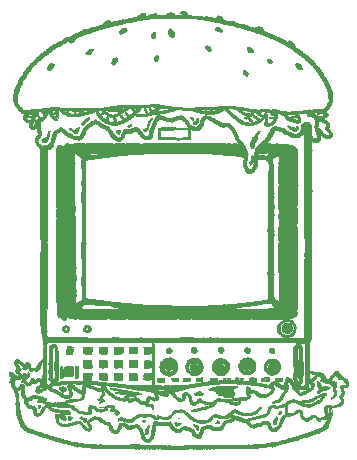
<source format=gbr>
%TF.GenerationSoftware,KiCad,Pcbnew,(6.0.5)*%
%TF.CreationDate,2022-09-09T13:51:23+12:00*%
%TF.ProjectId,RGB-to-component,5247422d-746f-42d6-936f-6d706f6e656e,rev?*%
%TF.SameCoordinates,Original*%
%TF.FileFunction,Legend,Bot*%
%TF.FilePolarity,Positive*%
%FSLAX46Y46*%
G04 Gerber Fmt 4.6, Leading zero omitted, Abs format (unit mm)*
G04 Created by KiCad (PCBNEW (6.0.5)) date 2022-09-09 13:51:23*
%MOMM*%
%LPD*%
G01*
G04 APERTURE LIST*
%ADD10C,0.010000*%
G04 APERTURE END LIST*
G36*
X43652598Y-92824029D02*
G01*
X43751411Y-92828749D01*
X43866146Y-92836678D01*
X43982343Y-92846654D01*
X44085539Y-92857514D01*
X44161274Y-92868094D01*
X44195085Y-92877233D01*
X44197492Y-92884658D01*
X44203162Y-92936260D01*
X44208255Y-93024958D01*
X44211895Y-93137238D01*
X44217349Y-93385888D01*
X43505928Y-93385888D01*
X43511479Y-93202444D01*
X43514223Y-93112966D01*
X43517575Y-93006450D01*
X43520071Y-92930297D01*
X43520133Y-92928666D01*
X43534120Y-92862555D01*
X43562744Y-92826385D01*
X43584169Y-92823682D01*
X43652598Y-92824029D01*
G37*
D10*
X43652598Y-92824029D02*
X43751411Y-92828749D01*
X43866146Y-92836678D01*
X43982343Y-92846654D01*
X44085539Y-92857514D01*
X44161274Y-92868094D01*
X44195085Y-92877233D01*
X44197492Y-92884658D01*
X44203162Y-92936260D01*
X44208255Y-93024958D01*
X44211895Y-93137238D01*
X44217349Y-93385888D01*
X43505928Y-93385888D01*
X43511479Y-93202444D01*
X43514223Y-93112966D01*
X43517575Y-93006450D01*
X43520071Y-92930297D01*
X43520133Y-92928666D01*
X43534120Y-92862555D01*
X43562744Y-92826385D01*
X43584169Y-92823682D01*
X43652598Y-92824029D01*
G36*
X55369911Y-93441578D02*
G01*
X55359139Y-93496926D01*
X55348051Y-93513195D01*
X55317540Y-93527414D01*
X55259668Y-93535500D01*
X55164760Y-93538633D01*
X55023141Y-93537998D01*
X54704450Y-93533972D01*
X54685676Y-93408779D01*
X54684149Y-93398413D01*
X54678610Y-93338677D01*
X54942464Y-93338677D01*
X54957918Y-93407055D01*
X54965449Y-93419339D01*
X55015193Y-93452663D01*
X55070733Y-93445942D01*
X55108254Y-93400252D01*
X55116597Y-93353139D01*
X55093334Y-93303576D01*
X55024353Y-93287111D01*
X54974605Y-93296707D01*
X54942464Y-93338677D01*
X54678610Y-93338677D01*
X54676905Y-93320292D01*
X54686847Y-93266192D01*
X54721818Y-93231735D01*
X54789663Y-93212543D01*
X54898224Y-93204239D01*
X55055345Y-93202444D01*
X55376445Y-93202444D01*
X55376445Y-93327136D01*
X55376033Y-93353139D01*
X55375964Y-93357549D01*
X55369911Y-93441578D01*
G37*
X55369911Y-93441578D02*
X55359139Y-93496926D01*
X55348051Y-93513195D01*
X55317540Y-93527414D01*
X55259668Y-93535500D01*
X55164760Y-93538633D01*
X55023141Y-93537998D01*
X54704450Y-93533972D01*
X54685676Y-93408779D01*
X54684149Y-93398413D01*
X54678610Y-93338677D01*
X54942464Y-93338677D01*
X54957918Y-93407055D01*
X54965449Y-93419339D01*
X55015193Y-93452663D01*
X55070733Y-93445942D01*
X55108254Y-93400252D01*
X55116597Y-93353139D01*
X55093334Y-93303576D01*
X55024353Y-93287111D01*
X54974605Y-93296707D01*
X54942464Y-93338677D01*
X54678610Y-93338677D01*
X54676905Y-93320292D01*
X54686847Y-93266192D01*
X54721818Y-93231735D01*
X54789663Y-93212543D01*
X54898224Y-93204239D01*
X55055345Y-93202444D01*
X55376445Y-93202444D01*
X55376445Y-93327136D01*
X55376033Y-93353139D01*
X55375964Y-93357549D01*
X55369911Y-93441578D01*
G36*
X40130724Y-71174801D02*
G01*
X40158678Y-71213615D01*
X40145954Y-71265856D01*
X40096110Y-71313086D01*
X40025868Y-71359779D01*
X39908386Y-71468345D01*
X39824335Y-71587727D01*
X39818928Y-71597844D01*
X39756467Y-71687803D01*
X39682235Y-71765569D01*
X39652891Y-71788325D01*
X39564938Y-71828220D01*
X39491265Y-71813516D01*
X39431833Y-71744210D01*
X39406125Y-71689519D01*
X39411079Y-71653872D01*
X39454085Y-71617210D01*
X39506802Y-71574617D01*
X39583668Y-71506837D01*
X39667451Y-71429000D01*
X39752476Y-71354398D01*
X39865479Y-71271709D01*
X39972582Y-71209369D01*
X40062370Y-71173823D01*
X40123433Y-71171516D01*
X40130724Y-71174801D01*
G37*
X40130724Y-71174801D02*
X40158678Y-71213615D01*
X40145954Y-71265856D01*
X40096110Y-71313086D01*
X40025868Y-71359779D01*
X39908386Y-71468345D01*
X39824335Y-71587727D01*
X39818928Y-71597844D01*
X39756467Y-71687803D01*
X39682235Y-71765569D01*
X39652891Y-71788325D01*
X39564938Y-71828220D01*
X39491265Y-71813516D01*
X39431833Y-71744210D01*
X39406125Y-71689519D01*
X39411079Y-71653872D01*
X39454085Y-71617210D01*
X39506802Y-71574617D01*
X39583668Y-71506837D01*
X39667451Y-71429000D01*
X39752476Y-71354398D01*
X39865479Y-71271709D01*
X39972582Y-71209369D01*
X40062370Y-71173823D01*
X40123433Y-71171516D01*
X40130724Y-71174801D01*
G36*
X47518101Y-97008593D02*
G01*
X47606805Y-97022344D01*
X47662919Y-97045243D01*
X47689585Y-97057009D01*
X47756846Y-97040451D01*
X47776982Y-97031486D01*
X47837477Y-97022159D01*
X47882539Y-97036179D01*
X47892685Y-97069392D01*
X47871889Y-97095526D01*
X47817195Y-97146447D01*
X47742171Y-97208205D01*
X47673201Y-97260018D01*
X47609780Y-97303168D01*
X47575664Y-97320605D01*
X47567111Y-97319153D01*
X47520103Y-97295234D01*
X47455720Y-97250897D01*
X47424596Y-97223080D01*
X47376671Y-97154759D01*
X47356592Y-97086508D01*
X47367047Y-97032820D01*
X47410723Y-97008188D01*
X47420375Y-97007450D01*
X47518101Y-97008593D01*
G37*
X47518101Y-97008593D02*
X47606805Y-97022344D01*
X47662919Y-97045243D01*
X47689585Y-97057009D01*
X47756846Y-97040451D01*
X47776982Y-97031486D01*
X47837477Y-97022159D01*
X47882539Y-97036179D01*
X47892685Y-97069392D01*
X47871889Y-97095526D01*
X47817195Y-97146447D01*
X47742171Y-97208205D01*
X47673201Y-97260018D01*
X47609780Y-97303168D01*
X47575664Y-97320605D01*
X47567111Y-97319153D01*
X47520103Y-97295234D01*
X47455720Y-97250897D01*
X47424596Y-97223080D01*
X47376671Y-97154759D01*
X47356592Y-97086508D01*
X47367047Y-97032820D01*
X47410723Y-97008188D01*
X47420375Y-97007450D01*
X47518101Y-97008593D01*
G36*
X56009644Y-96507658D02*
G01*
X56015243Y-96544778D01*
X56015823Y-96631556D01*
X56009712Y-96744939D01*
X55998494Y-96868322D01*
X55983753Y-96985096D01*
X55967074Y-97078654D01*
X55950041Y-97132388D01*
X55927726Y-97148015D01*
X55867351Y-97153039D01*
X55796241Y-97138347D01*
X55738501Y-97106848D01*
X55704728Y-97062092D01*
X55686896Y-96967382D01*
X55713116Y-96850653D01*
X55782576Y-96719032D01*
X55865858Y-96602122D01*
X55934670Y-96524072D01*
X55983452Y-96491790D01*
X56009644Y-96507658D01*
G37*
X56009644Y-96507658D02*
X56015243Y-96544778D01*
X56015823Y-96631556D01*
X56009712Y-96744939D01*
X55998494Y-96868322D01*
X55983753Y-96985096D01*
X55967074Y-97078654D01*
X55950041Y-97132388D01*
X55927726Y-97148015D01*
X55867351Y-97153039D01*
X55796241Y-97138347D01*
X55738501Y-97106848D01*
X55704728Y-97062092D01*
X55686896Y-96967382D01*
X55713116Y-96850653D01*
X55782576Y-96719032D01*
X55865858Y-96602122D01*
X55934670Y-96524072D01*
X55983452Y-96491790D01*
X56009644Y-96507658D01*
G36*
X51967245Y-92494565D02*
G01*
X51932641Y-92568678D01*
X51814634Y-92747396D01*
X51679234Y-92885239D01*
X51530728Y-92972394D01*
X51376288Y-93014399D01*
X51184895Y-93017641D01*
X50970421Y-92973253D01*
X50906227Y-92947269D01*
X50781560Y-92860489D01*
X50668820Y-92737801D01*
X50579254Y-92592680D01*
X50524113Y-92438603D01*
X50501613Y-92299851D01*
X50504057Y-92219291D01*
X50853299Y-92219291D01*
X50862139Y-92378445D01*
X50898371Y-92508209D01*
X50961898Y-92589928D01*
X50980057Y-92602991D01*
X51022591Y-92626793D01*
X51023605Y-92613128D01*
X50981076Y-92564662D01*
X50973904Y-92556348D01*
X50944817Y-92483962D01*
X50934226Y-92381500D01*
X50942651Y-92268839D01*
X50970615Y-92165859D01*
X51010769Y-92095670D01*
X51090542Y-92028283D01*
X51185552Y-92001639D01*
X51285774Y-92012313D01*
X51381179Y-92056880D01*
X51461741Y-92131916D01*
X51517431Y-92233997D01*
X51538223Y-92359699D01*
X51532302Y-92448707D01*
X51507024Y-92508876D01*
X51451391Y-92564935D01*
X51434392Y-92578670D01*
X51371191Y-92620965D01*
X51326743Y-92638000D01*
X51311836Y-92640491D01*
X51277432Y-92672482D01*
X51267967Y-92686841D01*
X51231708Y-92692006D01*
X51157859Y-92673794D01*
X51130145Y-92665945D01*
X51082657Y-92657844D01*
X51076161Y-92667004D01*
X51093865Y-92680058D01*
X51167613Y-92703638D01*
X51258353Y-92708742D01*
X51338825Y-92692704D01*
X51391361Y-92677245D01*
X51440547Y-92676851D01*
X51451873Y-92678964D01*
X51503472Y-92658046D01*
X51562457Y-92602385D01*
X51616830Y-92525262D01*
X51654592Y-92439956D01*
X51667812Y-92390187D01*
X51673146Y-92319388D01*
X51651924Y-92258517D01*
X51628126Y-92201383D01*
X51612071Y-92127847D01*
X51601825Y-92084460D01*
X51543562Y-92018785D01*
X51437610Y-91973462D01*
X51287946Y-91950664D01*
X51203178Y-91947427D01*
X51103992Y-91956468D01*
X51018469Y-91988379D01*
X50921527Y-92049958D01*
X50895001Y-92072278D01*
X50863208Y-92129046D01*
X50853299Y-92219291D01*
X50504057Y-92219291D01*
X50505436Y-92173843D01*
X50542340Y-92057016D01*
X50616794Y-91935639D01*
X50733266Y-91795980D01*
X50811115Y-91720158D01*
X50894477Y-91666166D01*
X50999324Y-91627055D01*
X51143112Y-91594231D01*
X51210037Y-91582284D01*
X51304436Y-91573172D01*
X51388439Y-91581067D01*
X51490331Y-91607009D01*
X51587715Y-91643825D01*
X51742745Y-91746143D01*
X51862452Y-91888680D01*
X51943071Y-92066318D01*
X51980839Y-92273940D01*
X51983400Y-92317105D01*
X51983389Y-92319388D01*
X51982917Y-92418339D01*
X51967245Y-92494565D01*
G37*
X51967245Y-92494565D02*
X51932641Y-92568678D01*
X51814634Y-92747396D01*
X51679234Y-92885239D01*
X51530728Y-92972394D01*
X51376288Y-93014399D01*
X51184895Y-93017641D01*
X50970421Y-92973253D01*
X50906227Y-92947269D01*
X50781560Y-92860489D01*
X50668820Y-92737801D01*
X50579254Y-92592680D01*
X50524113Y-92438603D01*
X50501613Y-92299851D01*
X50504057Y-92219291D01*
X50853299Y-92219291D01*
X50862139Y-92378445D01*
X50898371Y-92508209D01*
X50961898Y-92589928D01*
X50980057Y-92602991D01*
X51022591Y-92626793D01*
X51023605Y-92613128D01*
X50981076Y-92564662D01*
X50973904Y-92556348D01*
X50944817Y-92483962D01*
X50934226Y-92381500D01*
X50942651Y-92268839D01*
X50970615Y-92165859D01*
X51010769Y-92095670D01*
X51090542Y-92028283D01*
X51185552Y-92001639D01*
X51285774Y-92012313D01*
X51381179Y-92056880D01*
X51461741Y-92131916D01*
X51517431Y-92233997D01*
X51538223Y-92359699D01*
X51532302Y-92448707D01*
X51507024Y-92508876D01*
X51451391Y-92564935D01*
X51434392Y-92578670D01*
X51371191Y-92620965D01*
X51326743Y-92638000D01*
X51311836Y-92640491D01*
X51277432Y-92672482D01*
X51267967Y-92686841D01*
X51231708Y-92692006D01*
X51157859Y-92673794D01*
X51130145Y-92665945D01*
X51082657Y-92657844D01*
X51076161Y-92667004D01*
X51093865Y-92680058D01*
X51167613Y-92703638D01*
X51258353Y-92708742D01*
X51338825Y-92692704D01*
X51391361Y-92677245D01*
X51440547Y-92676851D01*
X51451873Y-92678964D01*
X51503472Y-92658046D01*
X51562457Y-92602385D01*
X51616830Y-92525262D01*
X51654592Y-92439956D01*
X51667812Y-92390187D01*
X51673146Y-92319388D01*
X51651924Y-92258517D01*
X51628126Y-92201383D01*
X51612071Y-92127847D01*
X51601825Y-92084460D01*
X51543562Y-92018785D01*
X51437610Y-91973462D01*
X51287946Y-91950664D01*
X51203178Y-91947427D01*
X51103992Y-91956468D01*
X51018469Y-91988379D01*
X50921527Y-92049958D01*
X50895001Y-92072278D01*
X50863208Y-92129046D01*
X50853299Y-92219291D01*
X50504057Y-92219291D01*
X50505436Y-92173843D01*
X50542340Y-92057016D01*
X50616794Y-91935639D01*
X50733266Y-91795980D01*
X50811115Y-91720158D01*
X50894477Y-91666166D01*
X50999324Y-91627055D01*
X51143112Y-91594231D01*
X51210037Y-91582284D01*
X51304436Y-91573172D01*
X51388439Y-91581067D01*
X51490331Y-91607009D01*
X51587715Y-91643825D01*
X51742745Y-91746143D01*
X51862452Y-91888680D01*
X51943071Y-92066318D01*
X51980839Y-92273940D01*
X51983400Y-92317105D01*
X51983389Y-92319388D01*
X51982917Y-92418339D01*
X51967245Y-92494565D01*
G36*
X42448137Y-66097185D02*
G01*
X42478641Y-66154673D01*
X42484811Y-66252624D01*
X42482232Y-66282054D01*
X42469638Y-66358882D01*
X42453425Y-66403919D01*
X42434543Y-66439897D01*
X42412948Y-66506256D01*
X42405055Y-66527200D01*
X42358381Y-66592567D01*
X42289447Y-66654422D01*
X42224922Y-66698055D01*
X42166449Y-66724380D01*
X42118329Y-66719515D01*
X42061836Y-66686066D01*
X42053907Y-66680083D01*
X42007506Y-66607496D01*
X42003614Y-66502661D01*
X42042521Y-66370293D01*
X42088725Y-66277275D01*
X42158730Y-66193579D01*
X42234097Y-66165555D01*
X42280838Y-66155137D01*
X42344264Y-66117353D01*
X42398839Y-66085490D01*
X42448137Y-66097185D01*
G37*
X42448137Y-66097185D02*
X42478641Y-66154673D01*
X42484811Y-66252624D01*
X42482232Y-66282054D01*
X42469638Y-66358882D01*
X42453425Y-66403919D01*
X42434543Y-66439897D01*
X42412948Y-66506256D01*
X42405055Y-66527200D01*
X42358381Y-66592567D01*
X42289447Y-66654422D01*
X42224922Y-66698055D01*
X42166449Y-66724380D01*
X42118329Y-66719515D01*
X42061836Y-66686066D01*
X42053907Y-66680083D01*
X42007506Y-66607496D01*
X42003614Y-66502661D01*
X42042521Y-66370293D01*
X42088725Y-66277275D01*
X42158730Y-66193579D01*
X42234097Y-66165555D01*
X42280838Y-66155137D01*
X42344264Y-66117353D01*
X42398839Y-66085490D01*
X42448137Y-66097185D01*
G36*
X47414512Y-93534572D02*
G01*
X47402581Y-93534923D01*
X47283684Y-93536573D01*
X47210660Y-93532371D01*
X47173896Y-93521042D01*
X47163778Y-93501310D01*
X47155551Y-93469433D01*
X47119558Y-93416255D01*
X47093111Y-93369955D01*
X47091843Y-93359090D01*
X47317508Y-93359090D01*
X47322906Y-93414111D01*
X47326079Y-93421114D01*
X47367351Y-93452745D01*
X47420387Y-93447895D01*
X47458628Y-93407800D01*
X47458978Y-93406852D01*
X47452031Y-93355910D01*
X47412258Y-93308206D01*
X47358959Y-93287111D01*
X47332848Y-93307740D01*
X47317508Y-93359090D01*
X47091843Y-93359090D01*
X47084280Y-93294295D01*
X47093223Y-93216555D01*
X47383609Y-93220016D01*
X47471923Y-93221639D01*
X47579072Y-93225416D01*
X47654685Y-93230349D01*
X47686308Y-93235788D01*
X47689540Y-93248795D01*
X47689281Y-93304968D01*
X47681932Y-93387549D01*
X47679622Y-93406852D01*
X47665245Y-93527000D01*
X47414512Y-93534572D01*
G37*
X47414512Y-93534572D02*
X47402581Y-93534923D01*
X47283684Y-93536573D01*
X47210660Y-93532371D01*
X47173896Y-93521042D01*
X47163778Y-93501310D01*
X47155551Y-93469433D01*
X47119558Y-93416255D01*
X47093111Y-93369955D01*
X47091843Y-93359090D01*
X47317508Y-93359090D01*
X47322906Y-93414111D01*
X47326079Y-93421114D01*
X47367351Y-93452745D01*
X47420387Y-93447895D01*
X47458628Y-93407800D01*
X47458978Y-93406852D01*
X47452031Y-93355910D01*
X47412258Y-93308206D01*
X47358959Y-93287111D01*
X47332848Y-93307740D01*
X47317508Y-93359090D01*
X47091843Y-93359090D01*
X47084280Y-93294295D01*
X47093223Y-93216555D01*
X47383609Y-93220016D01*
X47471923Y-93221639D01*
X47579072Y-93225416D01*
X47654685Y-93230349D01*
X47686308Y-93235788D01*
X47689540Y-93248795D01*
X47689281Y-93304968D01*
X47681932Y-93387549D01*
X47679622Y-93406852D01*
X47665245Y-93527000D01*
X47414512Y-93534572D01*
G36*
X45682664Y-63959737D02*
G01*
X45723369Y-64018417D01*
X45733688Y-64119135D01*
X45714488Y-64265188D01*
X45713991Y-64267690D01*
X45688459Y-64368592D01*
X45656986Y-64428884D01*
X45611556Y-64464049D01*
X45605195Y-64467198D01*
X45500732Y-64498776D01*
X45422914Y-64480950D01*
X45374327Y-64415354D01*
X45357556Y-64303619D01*
X45365700Y-64241988D01*
X45400520Y-64137358D01*
X45452163Y-64037213D01*
X45509009Y-63967350D01*
X45555929Y-63946403D01*
X45629152Y-63941016D01*
X45682664Y-63959737D01*
G37*
X45682664Y-63959737D02*
X45723369Y-64018417D01*
X45733688Y-64119135D01*
X45714488Y-64265188D01*
X45713991Y-64267690D01*
X45688459Y-64368592D01*
X45656986Y-64428884D01*
X45611556Y-64464049D01*
X45605195Y-64467198D01*
X45500732Y-64498776D01*
X45422914Y-64480950D01*
X45374327Y-64415354D01*
X45357556Y-64303619D01*
X45365700Y-64241988D01*
X45400520Y-64137358D01*
X45452163Y-64037213D01*
X45509009Y-63967350D01*
X45555929Y-63946403D01*
X45629152Y-63941016D01*
X45682664Y-63959737D01*
G36*
X57798095Y-66573660D02*
G01*
X57873335Y-66624338D01*
X57957108Y-66701883D01*
X58038773Y-66794022D01*
X58107689Y-66888480D01*
X58153216Y-66972982D01*
X58164713Y-67035253D01*
X58133834Y-67073604D01*
X58071323Y-67100387D01*
X58070729Y-67100514D01*
X58009208Y-67114162D01*
X57979007Y-67121772D01*
X57962723Y-67116603D01*
X57908083Y-67092019D01*
X57829823Y-67053564D01*
X57779544Y-67024879D01*
X57679232Y-66942759D01*
X57611024Y-66849835D01*
X57579067Y-66755942D01*
X57587511Y-66670918D01*
X57640502Y-66604600D01*
X57692689Y-66576328D01*
X57753310Y-66560666D01*
X57798095Y-66573660D01*
G37*
X57798095Y-66573660D02*
X57873335Y-66624338D01*
X57957108Y-66701883D01*
X58038773Y-66794022D01*
X58107689Y-66888480D01*
X58153216Y-66972982D01*
X58164713Y-67035253D01*
X58133834Y-67073604D01*
X58071323Y-67100387D01*
X58070729Y-67100514D01*
X58009208Y-67114162D01*
X57979007Y-67121772D01*
X57962723Y-67116603D01*
X57908083Y-67092019D01*
X57829823Y-67053564D01*
X57779544Y-67024879D01*
X57679232Y-66942759D01*
X57611024Y-66849835D01*
X57579067Y-66755942D01*
X57587511Y-66670918D01*
X57640502Y-66604600D01*
X57692689Y-66576328D01*
X57753310Y-66560666D01*
X57798095Y-66573660D01*
G36*
X39274629Y-72005875D02*
G01*
X39273880Y-72024993D01*
X39254170Y-72083384D01*
X39217863Y-72162665D01*
X39193179Y-72215749D01*
X39161187Y-72302629D01*
X39148667Y-72364793D01*
X39137879Y-72418392D01*
X39100062Y-72487010D01*
X39053966Y-72526759D01*
X38980416Y-72541061D01*
X38894175Y-72504638D01*
X38791273Y-72416583D01*
X38731440Y-72360652D01*
X38636960Y-72285213D01*
X38554495Y-72232565D01*
X38483235Y-72185690D01*
X38447343Y-72140022D01*
X38451964Y-72105737D01*
X38500699Y-72092222D01*
X38501384Y-72092226D01*
X38564355Y-72108908D01*
X38634754Y-72148281D01*
X38710832Y-72191319D01*
X38798196Y-72221414D01*
X38858359Y-72225542D01*
X38912558Y-72203218D01*
X38978971Y-72144687D01*
X39018038Y-72109920D01*
X39096142Y-72056116D01*
X39174944Y-72016144D01*
X39239440Y-71997049D01*
X39274629Y-72005875D01*
G37*
X39274629Y-72005875D02*
X39273880Y-72024993D01*
X39254170Y-72083384D01*
X39217863Y-72162665D01*
X39193179Y-72215749D01*
X39161187Y-72302629D01*
X39148667Y-72364793D01*
X39137879Y-72418392D01*
X39100062Y-72487010D01*
X39053966Y-72526759D01*
X38980416Y-72541061D01*
X38894175Y-72504638D01*
X38791273Y-72416583D01*
X38731440Y-72360652D01*
X38636960Y-72285213D01*
X38554495Y-72232565D01*
X38483235Y-72185690D01*
X38447343Y-72140022D01*
X38451964Y-72105737D01*
X38500699Y-72092222D01*
X38501384Y-72092226D01*
X38564355Y-72108908D01*
X38634754Y-72148281D01*
X38710832Y-72191319D01*
X38798196Y-72221414D01*
X38858359Y-72225542D01*
X38912558Y-72203218D01*
X38978971Y-72144687D01*
X39018038Y-72109920D01*
X39096142Y-72056116D01*
X39174944Y-72016144D01*
X39239440Y-71997049D01*
X39274629Y-72005875D01*
G36*
X57056732Y-88604506D02*
G01*
X57188163Y-88698196D01*
X57233433Y-88749298D01*
X57300590Y-88878242D01*
X57321589Y-89017188D01*
X57299190Y-89155113D01*
X57236155Y-89280993D01*
X57135246Y-89383805D01*
X56999223Y-89452524D01*
X56965242Y-89459995D01*
X56854953Y-89460284D01*
X56735047Y-89436407D01*
X56632966Y-89392834D01*
X56554301Y-89327027D01*
X56475613Y-89209496D01*
X56430509Y-89072465D01*
X56423806Y-88932315D01*
X56460319Y-88805431D01*
X56523445Y-88711369D01*
X56637503Y-88615415D01*
X56771203Y-88564619D01*
X56914346Y-88560482D01*
X57056732Y-88604506D01*
G37*
X57056732Y-88604506D02*
X57188163Y-88698196D01*
X57233433Y-88749298D01*
X57300590Y-88878242D01*
X57321589Y-89017188D01*
X57299190Y-89155113D01*
X57236155Y-89280993D01*
X57135246Y-89383805D01*
X56999223Y-89452524D01*
X56965242Y-89459995D01*
X56854953Y-89460284D01*
X56735047Y-89436407D01*
X56632966Y-89392834D01*
X56554301Y-89327027D01*
X56475613Y-89209496D01*
X56430509Y-89072465D01*
X56423806Y-88932315D01*
X56460319Y-88805431D01*
X56523445Y-88711369D01*
X56637503Y-88615415D01*
X56771203Y-88564619D01*
X56914346Y-88560482D01*
X57056732Y-88604506D01*
G36*
X44033381Y-90599576D02*
G01*
X44102714Y-90606558D01*
X44161439Y-90618424D01*
X44162965Y-90618808D01*
X44196672Y-90629789D01*
X44216894Y-90649771D01*
X44226503Y-90690607D01*
X44228371Y-90764149D01*
X44225372Y-90882247D01*
X44223753Y-90928876D01*
X44218666Y-91034929D01*
X44212904Y-91113165D01*
X44207430Y-91149277D01*
X44184691Y-91157444D01*
X44117148Y-91164445D01*
X44018899Y-91168461D01*
X43903933Y-91169559D01*
X43786240Y-91167808D01*
X43679810Y-91163274D01*
X43598631Y-91156026D01*
X43556694Y-91146132D01*
X43535368Y-91105807D01*
X43520133Y-91012309D01*
X43511289Y-90864342D01*
X43502858Y-90606000D01*
X43717596Y-90600365D01*
X43811564Y-90598173D01*
X43940608Y-90596955D01*
X44033381Y-90599576D01*
G37*
X44033381Y-90599576D02*
X44102714Y-90606558D01*
X44161439Y-90618424D01*
X44162965Y-90618808D01*
X44196672Y-90629789D01*
X44216894Y-90649771D01*
X44226503Y-90690607D01*
X44228371Y-90764149D01*
X44225372Y-90882247D01*
X44223753Y-90928876D01*
X44218666Y-91034929D01*
X44212904Y-91113165D01*
X44207430Y-91149277D01*
X44184691Y-91157444D01*
X44117148Y-91164445D01*
X44018899Y-91168461D01*
X43903933Y-91169559D01*
X43786240Y-91167808D01*
X43679810Y-91163274D01*
X43598631Y-91156026D01*
X43556694Y-91146132D01*
X43535368Y-91105807D01*
X43520133Y-91012309D01*
X43511289Y-90864342D01*
X43502858Y-90606000D01*
X43717596Y-90600365D01*
X43811564Y-90598173D01*
X43940608Y-90596955D01*
X44033381Y-90599576D01*
G36*
X44969852Y-92819676D02*
G01*
X45124655Y-92827791D01*
X45399889Y-92842929D01*
X45394177Y-93085583D01*
X45393892Y-93096918D01*
X45386332Y-93231992D01*
X45371695Y-93316864D01*
X45349064Y-93357063D01*
X45312332Y-93369478D01*
X45235098Y-93378656D01*
X45133580Y-93382565D01*
X45021222Y-93381626D01*
X44911468Y-93376258D01*
X44817761Y-93366882D01*
X44753544Y-93353918D01*
X44732262Y-93337786D01*
X44733470Y-93331292D01*
X44737273Y-93275476D01*
X44739257Y-93183562D01*
X44739010Y-93071760D01*
X44738111Y-93000034D01*
X44741100Y-92916194D01*
X44757085Y-92861732D01*
X44794751Y-92831153D01*
X44862778Y-92818966D01*
X44969852Y-92819676D01*
G37*
X44969852Y-92819676D02*
X45124655Y-92827791D01*
X45399889Y-92842929D01*
X45394177Y-93085583D01*
X45393892Y-93096918D01*
X45386332Y-93231992D01*
X45371695Y-93316864D01*
X45349064Y-93357063D01*
X45312332Y-93369478D01*
X45235098Y-93378656D01*
X45133580Y-93382565D01*
X45021222Y-93381626D01*
X44911468Y-93376258D01*
X44817761Y-93366882D01*
X44753544Y-93353918D01*
X44732262Y-93337786D01*
X44733470Y-93331292D01*
X44737273Y-93275476D01*
X44739257Y-93183562D01*
X44739010Y-93071760D01*
X44738111Y-93000034D01*
X44741100Y-92916194D01*
X44757085Y-92861732D01*
X44794751Y-92831153D01*
X44862778Y-92818966D01*
X44969852Y-92819676D01*
G36*
X48981502Y-97137627D02*
G01*
X49047632Y-97161179D01*
X49135214Y-97199959D01*
X49230136Y-97253527D01*
X49330845Y-97340295D01*
X49385793Y-97432762D01*
X49391879Y-97524887D01*
X49346005Y-97610631D01*
X49342856Y-97614056D01*
X49289586Y-97650833D01*
X49247128Y-97633265D01*
X49213143Y-97560471D01*
X49204992Y-97533840D01*
X49168868Y-97426885D01*
X49136721Y-97360246D01*
X49101128Y-97321667D01*
X49054664Y-97298894D01*
X49019435Y-97280448D01*
X48970157Y-97231487D01*
X48943572Y-97176440D01*
X48951594Y-97134332D01*
X48981502Y-97137627D01*
G37*
X48981502Y-97137627D02*
X49047632Y-97161179D01*
X49135214Y-97199959D01*
X49230136Y-97253527D01*
X49330845Y-97340295D01*
X49385793Y-97432762D01*
X49391879Y-97524887D01*
X49346005Y-97610631D01*
X49342856Y-97614056D01*
X49289586Y-97650833D01*
X49247128Y-97633265D01*
X49213143Y-97560471D01*
X49204992Y-97533840D01*
X49168868Y-97426885D01*
X49136721Y-97360246D01*
X49101128Y-97321667D01*
X49054664Y-97298894D01*
X49019435Y-97280448D01*
X48970157Y-97231487D01*
X48943572Y-97176440D01*
X48951594Y-97134332D01*
X48981502Y-97137627D01*
G36*
X47745029Y-96641194D02*
G01*
X47736317Y-96653732D01*
X47712446Y-96673777D01*
X47708501Y-96673503D01*
X47702285Y-96657166D01*
X47732583Y-96628749D01*
X47748355Y-96621882D01*
X47745029Y-96641194D01*
G37*
X47745029Y-96641194D02*
X47736317Y-96653732D01*
X47712446Y-96673777D01*
X47708501Y-96673503D01*
X47702285Y-96657166D01*
X47732583Y-96628749D01*
X47748355Y-96621882D01*
X47745029Y-96641194D01*
G36*
X53650379Y-65183602D02*
G01*
X53720255Y-65211952D01*
X53749722Y-65226961D01*
X53850212Y-65291672D01*
X53937289Y-65366419D01*
X53998597Y-65439442D01*
X54021778Y-65498977D01*
X54011018Y-65553941D01*
X53976517Y-65624949D01*
X53936469Y-65665805D01*
X53884795Y-65669233D01*
X53870269Y-65663949D01*
X53801207Y-65646956D01*
X53713501Y-65632059D01*
X53677275Y-65626563D01*
X53612586Y-65606840D01*
X53567714Y-65566078D01*
X53521894Y-65488745D01*
X53489825Y-65421300D01*
X53466245Y-65328199D01*
X53485093Y-65259968D01*
X53547154Y-65207864D01*
X53600564Y-65183371D01*
X53650379Y-65183602D01*
G37*
X53650379Y-65183602D02*
X53720255Y-65211952D01*
X53749722Y-65226961D01*
X53850212Y-65291672D01*
X53937289Y-65366419D01*
X53998597Y-65439442D01*
X54021778Y-65498977D01*
X54011018Y-65553941D01*
X53976517Y-65624949D01*
X53936469Y-65665805D01*
X53884795Y-65669233D01*
X53870269Y-65663949D01*
X53801207Y-65646956D01*
X53713501Y-65632059D01*
X53677275Y-65626563D01*
X53612586Y-65606840D01*
X53567714Y-65566078D01*
X53521894Y-65488745D01*
X53489825Y-65421300D01*
X53466245Y-65328199D01*
X53485093Y-65259968D01*
X53547154Y-65207864D01*
X53600564Y-65183371D01*
X53650379Y-65183602D01*
G36*
X52466705Y-93899337D02*
G01*
X52530792Y-93902979D01*
X52573088Y-93909242D01*
X52599440Y-93918204D01*
X52615690Y-93929943D01*
X52631089Y-93952390D01*
X52627859Y-94003636D01*
X52582986Y-94049360D01*
X52505603Y-94077333D01*
X52431234Y-94108570D01*
X52353979Y-94173558D01*
X52295297Y-94253436D01*
X52272000Y-94330017D01*
X52276667Y-94365424D01*
X52293167Y-94378645D01*
X52321699Y-94376390D01*
X52379570Y-94390824D01*
X52395285Y-94397397D01*
X52431170Y-94431306D01*
X52430393Y-94493344D01*
X52402443Y-94616878D01*
X52355511Y-94739720D01*
X52295772Y-94814773D01*
X52220458Y-94846697D01*
X52195877Y-94849265D01*
X52113048Y-94854341D01*
X51999375Y-94858747D01*
X51871907Y-94861747D01*
X51862038Y-94861902D01*
X51737468Y-94862760D01*
X51654291Y-94858811D01*
X51598403Y-94847241D01*
X51555699Y-94825237D01*
X51512073Y-94789987D01*
X51494029Y-94773379D01*
X51445010Y-94718148D01*
X51425334Y-94678532D01*
X51415790Y-94660462D01*
X51379169Y-94654579D01*
X51306275Y-94662499D01*
X51187938Y-94684451D01*
X51132794Y-94684400D01*
X51075088Y-94660462D01*
X51037476Y-94621673D01*
X51030699Y-94580043D01*
X51065500Y-94547579D01*
X51074710Y-94540779D01*
X51056387Y-94530443D01*
X51006474Y-94524963D01*
X50941001Y-94526989D01*
X50891592Y-94519014D01*
X50879390Y-94482514D01*
X50913812Y-94426282D01*
X50941951Y-94380226D01*
X50929395Y-94336478D01*
X50869783Y-94309935D01*
X50767764Y-94304478D01*
X50766958Y-94304520D01*
X50666245Y-94308059D01*
X50609442Y-94303378D01*
X50584324Y-94287415D01*
X50578667Y-94257107D01*
X50578664Y-94256392D01*
X50568573Y-94229196D01*
X50529962Y-94220039D01*
X50449464Y-94225666D01*
X50361095Y-94230827D01*
X50271579Y-94222271D01*
X50219127Y-94200509D01*
X50208496Y-94170423D01*
X50244443Y-94136895D01*
X50331723Y-94104807D01*
X50370513Y-94094158D01*
X50482748Y-94059808D01*
X50592778Y-94022373D01*
X50663820Y-93999699D01*
X50753177Y-93979097D01*
X50861740Y-93962228D01*
X50996956Y-93948340D01*
X51166273Y-93936681D01*
X51377138Y-93926500D01*
X51637000Y-93917047D01*
X51875578Y-93909454D01*
X52085265Y-93903377D01*
X52249786Y-93899613D01*
X52374985Y-93898241D01*
X52466705Y-93899337D01*
G37*
X52466705Y-93899337D02*
X52530792Y-93902979D01*
X52573088Y-93909242D01*
X52599440Y-93918204D01*
X52615690Y-93929943D01*
X52631089Y-93952390D01*
X52627859Y-94003636D01*
X52582986Y-94049360D01*
X52505603Y-94077333D01*
X52431234Y-94108570D01*
X52353979Y-94173558D01*
X52295297Y-94253436D01*
X52272000Y-94330017D01*
X52276667Y-94365424D01*
X52293167Y-94378645D01*
X52321699Y-94376390D01*
X52379570Y-94390824D01*
X52395285Y-94397397D01*
X52431170Y-94431306D01*
X52430393Y-94493344D01*
X52402443Y-94616878D01*
X52355511Y-94739720D01*
X52295772Y-94814773D01*
X52220458Y-94846697D01*
X52195877Y-94849265D01*
X52113048Y-94854341D01*
X51999375Y-94858747D01*
X51871907Y-94861747D01*
X51862038Y-94861902D01*
X51737468Y-94862760D01*
X51654291Y-94858811D01*
X51598403Y-94847241D01*
X51555699Y-94825237D01*
X51512073Y-94789987D01*
X51494029Y-94773379D01*
X51445010Y-94718148D01*
X51425334Y-94678532D01*
X51415790Y-94660462D01*
X51379169Y-94654579D01*
X51306275Y-94662499D01*
X51187938Y-94684451D01*
X51132794Y-94684400D01*
X51075088Y-94660462D01*
X51037476Y-94621673D01*
X51030699Y-94580043D01*
X51065500Y-94547579D01*
X51074710Y-94540779D01*
X51056387Y-94530443D01*
X51006474Y-94524963D01*
X50941001Y-94526989D01*
X50891592Y-94519014D01*
X50879390Y-94482514D01*
X50913812Y-94426282D01*
X50941951Y-94380226D01*
X50929395Y-94336478D01*
X50869783Y-94309935D01*
X50767764Y-94304478D01*
X50766958Y-94304520D01*
X50666245Y-94308059D01*
X50609442Y-94303378D01*
X50584324Y-94287415D01*
X50578667Y-94257107D01*
X50578664Y-94256392D01*
X50568573Y-94229196D01*
X50529962Y-94220039D01*
X50449464Y-94225666D01*
X50361095Y-94230827D01*
X50271579Y-94222271D01*
X50219127Y-94200509D01*
X50208496Y-94170423D01*
X50244443Y-94136895D01*
X50331723Y-94104807D01*
X50370513Y-94094158D01*
X50482748Y-94059808D01*
X50592778Y-94022373D01*
X50663820Y-93999699D01*
X50753177Y-93979097D01*
X50861740Y-93962228D01*
X50996956Y-93948340D01*
X51166273Y-93936681D01*
X51377138Y-93926500D01*
X51637000Y-93917047D01*
X51875578Y-93909454D01*
X52085265Y-93903377D01*
X52249786Y-93899613D01*
X52374985Y-93898241D01*
X52466705Y-93899337D01*
G36*
X42039756Y-95531588D02*
G01*
X42144841Y-95560952D01*
X42157116Y-95567415D01*
X42222279Y-95607641D01*
X42259735Y-95640549D01*
X42273442Y-95671903D01*
X42280675Y-95741659D01*
X42268392Y-95807889D01*
X42239163Y-95845065D01*
X42234291Y-95847089D01*
X42210096Y-95873740D01*
X42230008Y-95899946D01*
X42284548Y-95911777D01*
X42371821Y-95929476D01*
X42475483Y-95975169D01*
X42570917Y-96036155D01*
X42634472Y-96099732D01*
X42634706Y-96100091D01*
X42664784Y-96160862D01*
X42652551Y-96187853D01*
X42639445Y-96195619D01*
X42620000Y-96238604D01*
X42619387Y-96243483D01*
X42589420Y-96281656D01*
X42528278Y-96318616D01*
X42460605Y-96346799D01*
X42409895Y-96355007D01*
X42367909Y-96331626D01*
X42311361Y-96271611D01*
X42280124Y-96236265D01*
X42250173Y-96195321D01*
X42253871Y-96173958D01*
X42288321Y-96157861D01*
X42310293Y-96147846D01*
X42329048Y-96121241D01*
X42298125Y-96095235D01*
X42222321Y-96072519D01*
X42106431Y-96055786D01*
X42014699Y-96045341D01*
X41956911Y-96031184D01*
X41929463Y-96008040D01*
X41918806Y-95969694D01*
X41917558Y-95949554D01*
X41938331Y-95889396D01*
X42003292Y-95823699D01*
X42036299Y-95795642D01*
X42073693Y-95754304D01*
X42072906Y-95727532D01*
X42029420Y-95712841D01*
X41938715Y-95707743D01*
X41796275Y-95709750D01*
X41635771Y-95714222D01*
X41651337Y-95810143D01*
X41656451Y-95876170D01*
X41634439Y-95914197D01*
X41571952Y-95946610D01*
X41515246Y-95970442D01*
X41379815Y-96022470D01*
X41280881Y-96051060D01*
X41208889Y-96059173D01*
X41157563Y-96064597D01*
X41103680Y-96086541D01*
X41098595Y-96089975D01*
X41040476Y-96097446D01*
X40950274Y-96081885D01*
X40842259Y-96048370D01*
X40730699Y-96001980D01*
X40629862Y-95947794D01*
X40554018Y-95890891D01*
X40533852Y-95872397D01*
X40444219Y-95809411D01*
X40363974Y-95780602D01*
X40278467Y-95771241D01*
X40285067Y-95967544D01*
X40286612Y-96053805D01*
X40281129Y-96132059D01*
X40263800Y-96183409D01*
X40231116Y-96224580D01*
X40214700Y-96239751D01*
X40175596Y-96263656D01*
X40120101Y-96278074D01*
X40034870Y-96285653D01*
X39906560Y-96289045D01*
X39839209Y-96289674D01*
X39729817Y-96287329D01*
X39653319Y-96277744D01*
X39593760Y-96258212D01*
X39535186Y-96226026D01*
X39500829Y-96203195D01*
X39447201Y-96150903D01*
X39436422Y-96099026D01*
X39442919Y-96069777D01*
X39460132Y-96052047D01*
X39498727Y-96048998D01*
X39569911Y-96059967D01*
X39684889Y-96084288D01*
X39751775Y-96098217D01*
X39831592Y-96109078D01*
X39905904Y-96106912D01*
X40004800Y-96092492D01*
X40073450Y-96076969D01*
X40099113Y-96054514D01*
X40093349Y-96014242D01*
X40077819Y-95949276D01*
X40065716Y-95864548D01*
X40054752Y-95792773D01*
X40039363Y-95745187D01*
X40033112Y-95727961D01*
X40045808Y-95670803D01*
X40091904Y-95611778D01*
X40159328Y-95568650D01*
X40225178Y-95549064D01*
X40352363Y-95545069D01*
X40462175Y-95585396D01*
X40515704Y-95615217D01*
X40559928Y-95629555D01*
X40569165Y-95630684D01*
X40622150Y-95655383D01*
X40684213Y-95700532D01*
X40735794Y-95750336D01*
X40757334Y-95788997D01*
X40765352Y-95807394D01*
X40815787Y-95837441D01*
X40900127Y-95859994D01*
X41003828Y-95871758D01*
X41112345Y-95869436D01*
X41180179Y-95860639D01*
X41285419Y-95839495D01*
X41375426Y-95813280D01*
X41436633Y-95786220D01*
X41455477Y-95762540D01*
X41452981Y-95759767D01*
X41411893Y-95748001D01*
X41331867Y-95737457D01*
X41227020Y-95730138D01*
X41204624Y-95728976D01*
X41098271Y-95719001D01*
X41015773Y-95704214D01*
X40973422Y-95687362D01*
X40967239Y-95675769D01*
X40988642Y-95665765D01*
X41052769Y-95664122D01*
X41166251Y-95670249D01*
X41179300Y-95671148D01*
X41296727Y-95676482D01*
X41380932Y-95671421D01*
X41452780Y-95653012D01*
X41533140Y-95618298D01*
X41600545Y-95589910D01*
X41750298Y-95547689D01*
X41902472Y-95527708D01*
X42039756Y-95531588D01*
G37*
X42039756Y-95531588D02*
X42144841Y-95560952D01*
X42157116Y-95567415D01*
X42222279Y-95607641D01*
X42259735Y-95640549D01*
X42273442Y-95671903D01*
X42280675Y-95741659D01*
X42268392Y-95807889D01*
X42239163Y-95845065D01*
X42234291Y-95847089D01*
X42210096Y-95873740D01*
X42230008Y-95899946D01*
X42284548Y-95911777D01*
X42371821Y-95929476D01*
X42475483Y-95975169D01*
X42570917Y-96036155D01*
X42634472Y-96099732D01*
X42634706Y-96100091D01*
X42664784Y-96160862D01*
X42652551Y-96187853D01*
X42639445Y-96195619D01*
X42620000Y-96238604D01*
X42619387Y-96243483D01*
X42589420Y-96281656D01*
X42528278Y-96318616D01*
X42460605Y-96346799D01*
X42409895Y-96355007D01*
X42367909Y-96331626D01*
X42311361Y-96271611D01*
X42280124Y-96236265D01*
X42250173Y-96195321D01*
X42253871Y-96173958D01*
X42288321Y-96157861D01*
X42310293Y-96147846D01*
X42329048Y-96121241D01*
X42298125Y-96095235D01*
X42222321Y-96072519D01*
X42106431Y-96055786D01*
X42014699Y-96045341D01*
X41956911Y-96031184D01*
X41929463Y-96008040D01*
X41918806Y-95969694D01*
X41917558Y-95949554D01*
X41938331Y-95889396D01*
X42003292Y-95823699D01*
X42036299Y-95795642D01*
X42073693Y-95754304D01*
X42072906Y-95727532D01*
X42029420Y-95712841D01*
X41938715Y-95707743D01*
X41796275Y-95709750D01*
X41635771Y-95714222D01*
X41651337Y-95810143D01*
X41656451Y-95876170D01*
X41634439Y-95914197D01*
X41571952Y-95946610D01*
X41515246Y-95970442D01*
X41379815Y-96022470D01*
X41280881Y-96051060D01*
X41208889Y-96059173D01*
X41157563Y-96064597D01*
X41103680Y-96086541D01*
X41098595Y-96089975D01*
X41040476Y-96097446D01*
X40950274Y-96081885D01*
X40842259Y-96048370D01*
X40730699Y-96001980D01*
X40629862Y-95947794D01*
X40554018Y-95890891D01*
X40533852Y-95872397D01*
X40444219Y-95809411D01*
X40363974Y-95780602D01*
X40278467Y-95771241D01*
X40285067Y-95967544D01*
X40286612Y-96053805D01*
X40281129Y-96132059D01*
X40263800Y-96183409D01*
X40231116Y-96224580D01*
X40214700Y-96239751D01*
X40175596Y-96263656D01*
X40120101Y-96278074D01*
X40034870Y-96285653D01*
X39906560Y-96289045D01*
X39839209Y-96289674D01*
X39729817Y-96287329D01*
X39653319Y-96277744D01*
X39593760Y-96258212D01*
X39535186Y-96226026D01*
X39500829Y-96203195D01*
X39447201Y-96150903D01*
X39436422Y-96099026D01*
X39442919Y-96069777D01*
X39460132Y-96052047D01*
X39498727Y-96048998D01*
X39569911Y-96059967D01*
X39684889Y-96084288D01*
X39751775Y-96098217D01*
X39831592Y-96109078D01*
X39905904Y-96106912D01*
X40004800Y-96092492D01*
X40073450Y-96076969D01*
X40099113Y-96054514D01*
X40093349Y-96014242D01*
X40077819Y-95949276D01*
X40065716Y-95864548D01*
X40054752Y-95792773D01*
X40039363Y-95745187D01*
X40033112Y-95727961D01*
X40045808Y-95670803D01*
X40091904Y-95611778D01*
X40159328Y-95568650D01*
X40225178Y-95549064D01*
X40352363Y-95545069D01*
X40462175Y-95585396D01*
X40515704Y-95615217D01*
X40559928Y-95629555D01*
X40569165Y-95630684D01*
X40622150Y-95655383D01*
X40684213Y-95700532D01*
X40735794Y-95750336D01*
X40757334Y-95788997D01*
X40765352Y-95807394D01*
X40815787Y-95837441D01*
X40900127Y-95859994D01*
X41003828Y-95871758D01*
X41112345Y-95869436D01*
X41180179Y-95860639D01*
X41285419Y-95839495D01*
X41375426Y-95813280D01*
X41436633Y-95786220D01*
X41455477Y-95762540D01*
X41452981Y-95759767D01*
X41411893Y-95748001D01*
X41331867Y-95737457D01*
X41227020Y-95730138D01*
X41204624Y-95728976D01*
X41098271Y-95719001D01*
X41015773Y-95704214D01*
X40973422Y-95687362D01*
X40967239Y-95675769D01*
X40988642Y-95665765D01*
X41052769Y-95664122D01*
X41166251Y-95670249D01*
X41179300Y-95671148D01*
X41296727Y-95676482D01*
X41380932Y-95671421D01*
X41452780Y-95653012D01*
X41533140Y-95618298D01*
X41600545Y-95589910D01*
X41750298Y-95547689D01*
X41902472Y-95527708D01*
X42039756Y-95531588D01*
G36*
X41593225Y-92823486D02*
G01*
X41613750Y-92868213D01*
X41617954Y-92890324D01*
X41624939Y-92963699D01*
X41629588Y-93061522D01*
X41631685Y-93167634D01*
X41631014Y-93265877D01*
X41627360Y-93340095D01*
X41620506Y-93374129D01*
X41596668Y-93379027D01*
X41527963Y-93382159D01*
X41429171Y-93382578D01*
X41314679Y-93380665D01*
X41198872Y-93376802D01*
X41096135Y-93371371D01*
X41020852Y-93364754D01*
X40987411Y-93357331D01*
X40983267Y-93346552D01*
X40975947Y-93289255D01*
X40970889Y-93195917D01*
X40969000Y-93080218D01*
X40969000Y-92821444D01*
X41053667Y-92825189D01*
X41119664Y-92827989D01*
X41266416Y-92832733D01*
X41372486Y-92833099D01*
X41449304Y-92828963D01*
X41508302Y-92820198D01*
X41552880Y-92813209D01*
X41593225Y-92823486D01*
G37*
X41593225Y-92823486D02*
X41613750Y-92868213D01*
X41617954Y-92890324D01*
X41624939Y-92963699D01*
X41629588Y-93061522D01*
X41631685Y-93167634D01*
X41631014Y-93265877D01*
X41627360Y-93340095D01*
X41620506Y-93374129D01*
X41596668Y-93379027D01*
X41527963Y-93382159D01*
X41429171Y-93382578D01*
X41314679Y-93380665D01*
X41198872Y-93376802D01*
X41096135Y-93371371D01*
X41020852Y-93364754D01*
X40987411Y-93357331D01*
X40983267Y-93346552D01*
X40975947Y-93289255D01*
X40970889Y-93195917D01*
X40969000Y-93080218D01*
X40969000Y-92821444D01*
X41053667Y-92825189D01*
X41119664Y-92827989D01*
X41266416Y-92832733D01*
X41372486Y-92833099D01*
X41449304Y-92828963D01*
X41508302Y-92820198D01*
X41552880Y-92813209D01*
X41593225Y-92823486D01*
G36*
X45208287Y-97214940D02*
G01*
X45234551Y-97250029D01*
X45240295Y-97317993D01*
X45203081Y-97378713D01*
X45192990Y-97388394D01*
X45167572Y-97431663D01*
X45148326Y-97503209D01*
X45133264Y-97612421D01*
X45120394Y-97768687D01*
X45111209Y-97853614D01*
X45094092Y-97938699D01*
X45074256Y-97987409D01*
X45038368Y-98015543D01*
X44970102Y-98025445D01*
X44910940Y-97992062D01*
X44901715Y-97977815D01*
X44874275Y-97914124D01*
X44848032Y-97829784D01*
X44833590Y-97731529D01*
X44841384Y-97639330D01*
X44869755Y-97573680D01*
X44915330Y-97548666D01*
X44931014Y-97540926D01*
X44963130Y-97489906D01*
X44993672Y-97401317D01*
X45034306Y-97297667D01*
X45089283Y-97226171D01*
X45149942Y-97196280D01*
X45208287Y-97214940D01*
G37*
X45208287Y-97214940D02*
X45234551Y-97250029D01*
X45240295Y-97317993D01*
X45203081Y-97378713D01*
X45192990Y-97388394D01*
X45167572Y-97431663D01*
X45148326Y-97503209D01*
X45133264Y-97612421D01*
X45120394Y-97768687D01*
X45111209Y-97853614D01*
X45094092Y-97938699D01*
X45074256Y-97987409D01*
X45038368Y-98015543D01*
X44970102Y-98025445D01*
X44910940Y-97992062D01*
X44901715Y-97977815D01*
X44874275Y-97914124D01*
X44848032Y-97829784D01*
X44833590Y-97731529D01*
X44841384Y-97639330D01*
X44869755Y-97573680D01*
X44915330Y-97548666D01*
X44931014Y-97540926D01*
X44963130Y-97489906D01*
X44993672Y-97401317D01*
X45034306Y-97297667D01*
X45089283Y-97226171D01*
X45149942Y-97196280D01*
X45208287Y-97214940D01*
G36*
X48792530Y-71122968D02*
G01*
X48852502Y-71168934D01*
X48903689Y-71234214D01*
X48933120Y-71302677D01*
X48927823Y-71358191D01*
X48898061Y-71383032D01*
X48839359Y-71372859D01*
X48762182Y-71312262D01*
X48741029Y-71289237D01*
X48696801Y-71215177D01*
X48693036Y-71152885D01*
X48731548Y-71114099D01*
X48736745Y-71112448D01*
X48792530Y-71122968D01*
G37*
X48792530Y-71122968D02*
X48852502Y-71168934D01*
X48903689Y-71234214D01*
X48933120Y-71302677D01*
X48927823Y-71358191D01*
X48898061Y-71383032D01*
X48839359Y-71372859D01*
X48762182Y-71312262D01*
X48741029Y-71289237D01*
X48696801Y-71215177D01*
X48693036Y-71152885D01*
X48731548Y-71114099D01*
X48736745Y-71112448D01*
X48792530Y-71122968D01*
G36*
X55395379Y-66236987D02*
G01*
X55502563Y-66316847D01*
X55548766Y-66357366D01*
X55588882Y-66402331D01*
X55597005Y-66439852D01*
X55580779Y-66486504D01*
X55563539Y-66515898D01*
X55500383Y-66556767D01*
X55410167Y-66548527D01*
X55293455Y-66491169D01*
X55249656Y-66460940D01*
X55177491Y-66385749D01*
X55161426Y-66313055D01*
X55201589Y-66243201D01*
X55242806Y-66212581D01*
X55311259Y-66202835D01*
X55395379Y-66236987D01*
G37*
X55395379Y-66236987D02*
X55502563Y-66316847D01*
X55548766Y-66357366D01*
X55588882Y-66402331D01*
X55597005Y-66439852D01*
X55580779Y-66486504D01*
X55563539Y-66515898D01*
X55500383Y-66556767D01*
X55410167Y-66548527D01*
X55293455Y-66491169D01*
X55249656Y-66460940D01*
X55177491Y-66385749D01*
X55161426Y-66313055D01*
X55201589Y-66243201D01*
X55242806Y-66212581D01*
X55311259Y-66202835D01*
X55395379Y-66236987D01*
G36*
X38372520Y-89255696D02*
G01*
X38308017Y-89317853D01*
X38231988Y-89346363D01*
X38113446Y-89356708D01*
X37999439Y-89333837D01*
X37905862Y-89281684D01*
X37848613Y-89204181D01*
X37842035Y-89185456D01*
X37822742Y-89072756D01*
X38022366Y-89072756D01*
X38048189Y-89129722D01*
X38085687Y-89184312D01*
X38118556Y-89212837D01*
X38134292Y-89214985D01*
X38186791Y-89191632D01*
X38228536Y-89134227D01*
X38245556Y-89059623D01*
X38237276Y-89005766D01*
X38197518Y-88955897D01*
X38136211Y-88950777D01*
X38066038Y-88994974D01*
X38032406Y-89032448D01*
X38022366Y-89072756D01*
X37822742Y-89072756D01*
X37822361Y-89070533D01*
X37835444Y-88965576D01*
X37879400Y-88889819D01*
X37938971Y-88847663D01*
X38036217Y-88804945D01*
X38135564Y-88781390D01*
X38213446Y-88784432D01*
X38285519Y-88819525D01*
X38362342Y-88879827D01*
X38420184Y-88947483D01*
X38442954Y-89006897D01*
X38442111Y-89034031D01*
X38437387Y-89059623D01*
X38419728Y-89155303D01*
X38372520Y-89255696D01*
G37*
X38372520Y-89255696D02*
X38308017Y-89317853D01*
X38231988Y-89346363D01*
X38113446Y-89356708D01*
X37999439Y-89333837D01*
X37905862Y-89281684D01*
X37848613Y-89204181D01*
X37842035Y-89185456D01*
X37822742Y-89072756D01*
X38022366Y-89072756D01*
X38048189Y-89129722D01*
X38085687Y-89184312D01*
X38118556Y-89212837D01*
X38134292Y-89214985D01*
X38186791Y-89191632D01*
X38228536Y-89134227D01*
X38245556Y-89059623D01*
X38237276Y-89005766D01*
X38197518Y-88955897D01*
X38136211Y-88950777D01*
X38066038Y-88994974D01*
X38032406Y-89032448D01*
X38022366Y-89072756D01*
X37822742Y-89072756D01*
X37822361Y-89070533D01*
X37835444Y-88965576D01*
X37879400Y-88889819D01*
X37938971Y-88847663D01*
X38036217Y-88804945D01*
X38135564Y-88781390D01*
X38213446Y-88784432D01*
X38285519Y-88819525D01*
X38362342Y-88879827D01*
X38420184Y-88947483D01*
X38442954Y-89006897D01*
X38442111Y-89034031D01*
X38437387Y-89059623D01*
X38419728Y-89155303D01*
X38372520Y-89255696D01*
G36*
X48631334Y-93541111D02*
G01*
X48335000Y-93541111D01*
X48251598Y-93540312D01*
X48127697Y-93533819D01*
X48056936Y-93520369D01*
X48037344Y-93499441D01*
X48066951Y-93470517D01*
X48071328Y-93466395D01*
X48082593Y-93419598D01*
X48080136Y-93382425D01*
X48270008Y-93382425D01*
X48285189Y-93419739D01*
X48342182Y-93451368D01*
X48359822Y-93452403D01*
X48411656Y-93430604D01*
X48428161Y-93382068D01*
X48400315Y-93326219D01*
X48383505Y-93312560D01*
X48327479Y-93299593D01*
X48282857Y-93325810D01*
X48270008Y-93382425D01*
X48080136Y-93382425D01*
X48077455Y-93341852D01*
X48074122Y-93317025D01*
X48072872Y-93253966D01*
X48084449Y-93226861D01*
X48100396Y-93225645D01*
X48164518Y-93222904D01*
X48263467Y-93219723D01*
X48383629Y-93216570D01*
X48417410Y-93215787D01*
X48531590Y-93214087D01*
X48601639Y-93216618D01*
X48637536Y-93225397D01*
X48649258Y-93242440D01*
X48646782Y-93269764D01*
X48645863Y-93274946D01*
X48637863Y-93347485D01*
X48636117Y-93382068D01*
X48633431Y-93435277D01*
X48631334Y-93541111D01*
G37*
X48631334Y-93541111D02*
X48335000Y-93541111D01*
X48251598Y-93540312D01*
X48127697Y-93533819D01*
X48056936Y-93520369D01*
X48037344Y-93499441D01*
X48066951Y-93470517D01*
X48071328Y-93466395D01*
X48082593Y-93419598D01*
X48080136Y-93382425D01*
X48270008Y-93382425D01*
X48285189Y-93419739D01*
X48342182Y-93451368D01*
X48359822Y-93452403D01*
X48411656Y-93430604D01*
X48428161Y-93382068D01*
X48400315Y-93326219D01*
X48383505Y-93312560D01*
X48327479Y-93299593D01*
X48282857Y-93325810D01*
X48270008Y-93382425D01*
X48080136Y-93382425D01*
X48077455Y-93341852D01*
X48074122Y-93317025D01*
X48072872Y-93253966D01*
X48084449Y-93226861D01*
X48100396Y-93225645D01*
X48164518Y-93222904D01*
X48263467Y-93219723D01*
X48383629Y-93216570D01*
X48417410Y-93215787D01*
X48531590Y-93214087D01*
X48601639Y-93216618D01*
X48637536Y-93225397D01*
X48649258Y-93242440D01*
X48646782Y-93269764D01*
X48645863Y-93274946D01*
X48637863Y-93347485D01*
X48636117Y-93382068D01*
X48633431Y-93435277D01*
X48631334Y-93541111D01*
G36*
X40348892Y-92920222D02*
G01*
X40341416Y-92971147D01*
X40331323Y-93076410D01*
X40325177Y-93188333D01*
X40320341Y-93266941D01*
X40304814Y-93342322D01*
X40277556Y-93374880D01*
X40241748Y-93379739D01*
X40162173Y-93383362D01*
X40054595Y-93385262D01*
X39933791Y-93385427D01*
X39814542Y-93383846D01*
X39711628Y-93380506D01*
X39639828Y-93375396D01*
X39638560Y-93375130D01*
X39622865Y-93341448D01*
X39614885Y-93252960D01*
X39614721Y-93110722D01*
X39616194Y-93049404D01*
X39619261Y-92943905D01*
X39622189Y-92868178D01*
X39624504Y-92835555D01*
X39625915Y-92834462D01*
X39663882Y-92829367D01*
X39745593Y-92825232D01*
X39860457Y-92822458D01*
X39997882Y-92821444D01*
X40367318Y-92821444D01*
X40348892Y-92920222D01*
G37*
X40348892Y-92920222D02*
X40341416Y-92971147D01*
X40331323Y-93076410D01*
X40325177Y-93188333D01*
X40320341Y-93266941D01*
X40304814Y-93342322D01*
X40277556Y-93374880D01*
X40241748Y-93379739D01*
X40162173Y-93383362D01*
X40054595Y-93385262D01*
X39933791Y-93385427D01*
X39814542Y-93383846D01*
X39711628Y-93380506D01*
X39639828Y-93375396D01*
X39638560Y-93375130D01*
X39622865Y-93341448D01*
X39614885Y-93252960D01*
X39614721Y-93110722D01*
X39616194Y-93049404D01*
X39619261Y-92943905D01*
X39622189Y-92868178D01*
X39624504Y-92835555D01*
X39625915Y-92834462D01*
X39663882Y-92829367D01*
X39745593Y-92825232D01*
X39860457Y-92822458D01*
X39997882Y-92821444D01*
X40367318Y-92821444D01*
X40348892Y-92920222D01*
G36*
X42677434Y-72211347D02*
G01*
X42723808Y-72225340D01*
X42745939Y-72261762D01*
X42755603Y-72337619D01*
X42757189Y-72371237D01*
X42746372Y-72453681D01*
X42706214Y-72514008D01*
X42654401Y-72554025D01*
X42574934Y-72569237D01*
X42494564Y-72528528D01*
X42412463Y-72431664D01*
X42399423Y-72410795D01*
X42368798Y-72333953D01*
X42376650Y-72281172D01*
X42422445Y-72261555D01*
X42455402Y-72269406D01*
X42478889Y-72303003D01*
X42484793Y-72325261D01*
X42512416Y-72330858D01*
X42547448Y-72305519D01*
X42572787Y-72257526D01*
X42574630Y-72251102D01*
X42603911Y-72214028D01*
X42667290Y-72210089D01*
X42677434Y-72211347D01*
G37*
X42677434Y-72211347D02*
X42723808Y-72225340D01*
X42745939Y-72261762D01*
X42755603Y-72337619D01*
X42757189Y-72371237D01*
X42746372Y-72453681D01*
X42706214Y-72514008D01*
X42654401Y-72554025D01*
X42574934Y-72569237D01*
X42494564Y-72528528D01*
X42412463Y-72431664D01*
X42399423Y-72410795D01*
X42368798Y-72333953D01*
X42376650Y-72281172D01*
X42422445Y-72261555D01*
X42455402Y-72269406D01*
X42478889Y-72303003D01*
X42484793Y-72325261D01*
X42512416Y-72330858D01*
X42547448Y-72305519D01*
X42572787Y-72257526D01*
X42574630Y-72251102D01*
X42603911Y-72214028D01*
X42667290Y-72210089D01*
X42677434Y-72211347D01*
G36*
X41274385Y-91751365D02*
G01*
X41357449Y-91752230D01*
X41470863Y-91754055D01*
X41555677Y-91756219D01*
X41597967Y-91758420D01*
X41613280Y-91771207D01*
X41624138Y-91816992D01*
X41628180Y-91903423D01*
X41626189Y-92038277D01*
X41618112Y-92313444D01*
X41471677Y-92328175D01*
X41417107Y-92335058D01*
X41341728Y-92350035D01*
X41302539Y-92365609D01*
X41261623Y-92375929D01*
X41194974Y-92368866D01*
X41122172Y-92356483D01*
X41049633Y-92352033D01*
X41042763Y-92352091D01*
X41009373Y-92340563D01*
X40987593Y-92303236D01*
X40976037Y-92232531D01*
X40973319Y-92120868D01*
X40978051Y-91960666D01*
X40987102Y-91749000D01*
X41274385Y-91751365D01*
G37*
X41274385Y-91751365D02*
X41357449Y-91752230D01*
X41470863Y-91754055D01*
X41555677Y-91756219D01*
X41597967Y-91758420D01*
X41613280Y-91771207D01*
X41624138Y-91816992D01*
X41628180Y-91903423D01*
X41626189Y-92038277D01*
X41618112Y-92313444D01*
X41471677Y-92328175D01*
X41417107Y-92335058D01*
X41341728Y-92350035D01*
X41302539Y-92365609D01*
X41261623Y-92375929D01*
X41194974Y-92368866D01*
X41122172Y-92356483D01*
X41049633Y-92352033D01*
X41042763Y-92352091D01*
X41009373Y-92340563D01*
X40987593Y-92303236D01*
X40976037Y-92232531D01*
X40973319Y-92120868D01*
X40978051Y-91960666D01*
X40987102Y-91749000D01*
X41274385Y-91751365D01*
G36*
X49179158Y-91055390D02*
G01*
X49164795Y-91071440D01*
X49105361Y-91121891D01*
X49056370Y-91142222D01*
X49011862Y-91137876D01*
X48920710Y-91113265D01*
X48834785Y-91075489D01*
X48779500Y-91034442D01*
X48756852Y-90989555D01*
X48745021Y-90896098D01*
X48748276Y-90874111D01*
X48970000Y-90874111D01*
X48970820Y-90885358D01*
X48994117Y-90915565D01*
X49035085Y-90898396D01*
X49042236Y-90886647D01*
X49033410Y-90850451D01*
X48996557Y-90831777D01*
X48984356Y-90836540D01*
X48970000Y-90874111D01*
X48748276Y-90874111D01*
X48759941Y-90795306D01*
X48800032Y-90711995D01*
X48804664Y-90706306D01*
X48886000Y-90645201D01*
X48984512Y-90620745D01*
X49084035Y-90631406D01*
X49168405Y-90675650D01*
X49221457Y-90751946D01*
X49222075Y-90753725D01*
X49249305Y-90870956D01*
X49247069Y-90886647D01*
X49235862Y-90965317D01*
X49179158Y-91055390D01*
G37*
X49179158Y-91055390D02*
X49164795Y-91071440D01*
X49105361Y-91121891D01*
X49056370Y-91142222D01*
X49011862Y-91137876D01*
X48920710Y-91113265D01*
X48834785Y-91075489D01*
X48779500Y-91034442D01*
X48756852Y-90989555D01*
X48745021Y-90896098D01*
X48748276Y-90874111D01*
X48970000Y-90874111D01*
X48970820Y-90885358D01*
X48994117Y-90915565D01*
X49035085Y-90898396D01*
X49042236Y-90886647D01*
X49033410Y-90850451D01*
X48996557Y-90831777D01*
X48984356Y-90836540D01*
X48970000Y-90874111D01*
X48748276Y-90874111D01*
X48759941Y-90795306D01*
X48800032Y-90711995D01*
X48804664Y-90706306D01*
X48886000Y-90645201D01*
X48984512Y-90620745D01*
X49084035Y-90631406D01*
X49168405Y-90675650D01*
X49221457Y-90751946D01*
X49222075Y-90753725D01*
X49249305Y-90870956D01*
X49247069Y-90886647D01*
X49235862Y-90965317D01*
X49179158Y-91055390D01*
G36*
X51474760Y-90969986D02*
G01*
X51398165Y-91064611D01*
X51358749Y-91098943D01*
X51305812Y-91133439D01*
X51256907Y-91137002D01*
X51188758Y-91115259D01*
X51114302Y-91066947D01*
X51052497Y-90983789D01*
X51017590Y-90885581D01*
X51016934Y-90858034D01*
X51213667Y-90858034D01*
X51227168Y-90917844D01*
X51263518Y-90936300D01*
X51311367Y-90903632D01*
X51319561Y-90892274D01*
X51333171Y-90836548D01*
X51311643Y-90792416D01*
X51263141Y-90780689D01*
X51232351Y-90798413D01*
X51213667Y-90858034D01*
X51016934Y-90858034D01*
X51015292Y-90789115D01*
X51051312Y-90711177D01*
X51106201Y-90663140D01*
X51181221Y-90614998D01*
X51189140Y-90611117D01*
X51288670Y-90593686D01*
X51389263Y-90627353D01*
X51479758Y-90708619D01*
X51508970Y-90766673D01*
X51511689Y-90836548D01*
X51512825Y-90865747D01*
X51474760Y-90969986D01*
G37*
X51474760Y-90969986D02*
X51398165Y-91064611D01*
X51358749Y-91098943D01*
X51305812Y-91133439D01*
X51256907Y-91137002D01*
X51188758Y-91115259D01*
X51114302Y-91066947D01*
X51052497Y-90983789D01*
X51017590Y-90885581D01*
X51016934Y-90858034D01*
X51213667Y-90858034D01*
X51227168Y-90917844D01*
X51263518Y-90936300D01*
X51311367Y-90903632D01*
X51319561Y-90892274D01*
X51333171Y-90836548D01*
X51311643Y-90792416D01*
X51263141Y-90780689D01*
X51232351Y-90798413D01*
X51213667Y-90858034D01*
X51016934Y-90858034D01*
X51015292Y-90789115D01*
X51051312Y-90711177D01*
X51106201Y-90663140D01*
X51181221Y-90614998D01*
X51189140Y-90611117D01*
X51288670Y-90593686D01*
X51389263Y-90627353D01*
X51479758Y-90708619D01*
X51508970Y-90766673D01*
X51511689Y-90836548D01*
X51512825Y-90865747D01*
X51474760Y-90969986D01*
G36*
X56990464Y-71841320D02*
G01*
X57013334Y-71865719D01*
X57014148Y-71871670D01*
X57047720Y-71908556D01*
X57119440Y-71944749D01*
X57214028Y-71973980D01*
X57316206Y-71989981D01*
X57319053Y-71990188D01*
X57472995Y-72009090D01*
X57572175Y-72039187D01*
X57617184Y-72080658D01*
X57633288Y-72111284D01*
X57657675Y-72120795D01*
X57672923Y-72088025D01*
X57671089Y-72021666D01*
X57665570Y-71978572D01*
X57671165Y-71934519D01*
X57700361Y-71922888D01*
X57703586Y-71923089D01*
X57747254Y-71949728D01*
X57789445Y-72007555D01*
X57813621Y-72061098D01*
X57816562Y-72112736D01*
X57788800Y-72178136D01*
X57786813Y-72181869D01*
X57728962Y-72256993D01*
X57654019Y-72319142D01*
X57545586Y-72366724D01*
X57458825Y-72363320D01*
X57394623Y-72308291D01*
X57363271Y-72274486D01*
X57289422Y-72219247D01*
X57198636Y-72167396D01*
X57140714Y-72136408D01*
X57028241Y-72056042D01*
X56954893Y-71971462D01*
X56928667Y-71890860D01*
X56935913Y-71861500D01*
X56971000Y-71838222D01*
X56990464Y-71841320D01*
G37*
X56990464Y-71841320D02*
X57013334Y-71865719D01*
X57014148Y-71871670D01*
X57047720Y-71908556D01*
X57119440Y-71944749D01*
X57214028Y-71973980D01*
X57316206Y-71989981D01*
X57319053Y-71990188D01*
X57472995Y-72009090D01*
X57572175Y-72039187D01*
X57617184Y-72080658D01*
X57633288Y-72111284D01*
X57657675Y-72120795D01*
X57672923Y-72088025D01*
X57671089Y-72021666D01*
X57665570Y-71978572D01*
X57671165Y-71934519D01*
X57700361Y-71922888D01*
X57703586Y-71923089D01*
X57747254Y-71949728D01*
X57789445Y-72007555D01*
X57813621Y-72061098D01*
X57816562Y-72112736D01*
X57788800Y-72178136D01*
X57786813Y-72181869D01*
X57728962Y-72256993D01*
X57654019Y-72319142D01*
X57545586Y-72366724D01*
X57458825Y-72363320D01*
X57394623Y-72308291D01*
X57363271Y-72274486D01*
X57289422Y-72219247D01*
X57198636Y-72167396D01*
X57140714Y-72136408D01*
X57028241Y-72056042D01*
X56954893Y-71971462D01*
X56928667Y-71890860D01*
X56935913Y-71861500D01*
X56971000Y-71838222D01*
X56990464Y-71841320D01*
G36*
X47102105Y-91008449D02*
G01*
X47065400Y-91080172D01*
X47022048Y-91118505D01*
X46996709Y-91125300D01*
X46899587Y-91134036D01*
X46807774Y-91121337D01*
X46745625Y-91089736D01*
X46725939Y-91069456D01*
X46667401Y-91003682D01*
X46643644Y-90954792D01*
X46650156Y-90904588D01*
X46651200Y-90902333D01*
X46881556Y-90902333D01*
X46895667Y-90916444D01*
X46909778Y-90902333D01*
X46895667Y-90888222D01*
X46881556Y-90902333D01*
X46651200Y-90902333D01*
X46682422Y-90834872D01*
X46739541Y-90744855D01*
X46818433Y-90681875D01*
X46917114Y-90662444D01*
X46935387Y-90664045D01*
X47012189Y-90700214D01*
X47079630Y-90772146D01*
X47121649Y-90864015D01*
X47122577Y-90902333D01*
X47123158Y-90926343D01*
X47102105Y-91008449D01*
G37*
X47102105Y-91008449D02*
X47065400Y-91080172D01*
X47022048Y-91118505D01*
X46996709Y-91125300D01*
X46899587Y-91134036D01*
X46807774Y-91121337D01*
X46745625Y-91089736D01*
X46725939Y-91069456D01*
X46667401Y-91003682D01*
X46643644Y-90954792D01*
X46650156Y-90904588D01*
X46651200Y-90902333D01*
X46881556Y-90902333D01*
X46895667Y-90916444D01*
X46909778Y-90902333D01*
X46895667Y-90888222D01*
X46881556Y-90902333D01*
X46651200Y-90902333D01*
X46682422Y-90834872D01*
X46739541Y-90744855D01*
X46818433Y-90681875D01*
X46917114Y-90662444D01*
X46935387Y-90664045D01*
X47012189Y-90700214D01*
X47079630Y-90772146D01*
X47121649Y-90864015D01*
X47122577Y-90902333D01*
X47123158Y-90926343D01*
X47102105Y-91008449D01*
G36*
X46994445Y-96885444D02*
G01*
X46980334Y-96899555D01*
X46966223Y-96885444D01*
X46980334Y-96871333D01*
X46994445Y-96885444D01*
G37*
X46994445Y-96885444D02*
X46980334Y-96899555D01*
X46966223Y-96885444D01*
X46980334Y-96871333D01*
X46994445Y-96885444D01*
G36*
X38048109Y-93969016D02*
G01*
X38116084Y-94009943D01*
X38150075Y-94065199D01*
X38129698Y-94123243D01*
X38112389Y-94156041D01*
X38131542Y-94202977D01*
X38140756Y-94215187D01*
X38157744Y-94278134D01*
X38121298Y-94332938D01*
X38033889Y-94375236D01*
X38010219Y-94382347D01*
X37932154Y-94403196D01*
X37880889Y-94413040D01*
X37868785Y-94412456D01*
X37811775Y-94386153D01*
X37760084Y-94337185D01*
X37737556Y-94286588D01*
X37724781Y-94262776D01*
X37676267Y-94241573D01*
X37619410Y-94210553D01*
X37584724Y-94150687D01*
X37579439Y-94083794D01*
X37610384Y-94031635D01*
X37633763Y-94016940D01*
X37731205Y-93979496D01*
X37848399Y-93956787D01*
X37961861Y-93952174D01*
X38048109Y-93969016D01*
G37*
X38048109Y-93969016D02*
X38116084Y-94009943D01*
X38150075Y-94065199D01*
X38129698Y-94123243D01*
X38112389Y-94156041D01*
X38131542Y-94202977D01*
X38140756Y-94215187D01*
X38157744Y-94278134D01*
X38121298Y-94332938D01*
X38033889Y-94375236D01*
X38010219Y-94382347D01*
X37932154Y-94403196D01*
X37880889Y-94413040D01*
X37868785Y-94412456D01*
X37811775Y-94386153D01*
X37760084Y-94337185D01*
X37737556Y-94286588D01*
X37724781Y-94262776D01*
X37676267Y-94241573D01*
X37619410Y-94210553D01*
X37584724Y-94150687D01*
X37579439Y-94083794D01*
X37610384Y-94031635D01*
X37633763Y-94016940D01*
X37731205Y-93979496D01*
X37848399Y-93956787D01*
X37961861Y-93952174D01*
X38048109Y-93969016D01*
G36*
X39868334Y-90598458D02*
G01*
X39875983Y-90598774D01*
X39940082Y-90600932D01*
X40038695Y-90603862D01*
X40153843Y-90607023D01*
X40382907Y-90613066D01*
X40359127Y-90715366D01*
X40348743Y-90778175D01*
X40338786Y-90887096D01*
X40334674Y-91002622D01*
X40334000Y-91187578D01*
X40185834Y-91185024D01*
X40097543Y-91183227D01*
X39966012Y-91180034D01*
X39837120Y-91176458D01*
X39636574Y-91170444D01*
X39633282Y-90888222D01*
X39629989Y-90606000D01*
X39720939Y-90600968D01*
X39799229Y-90598200D01*
X39868334Y-90598458D01*
G37*
X39868334Y-90598458D02*
X39875983Y-90598774D01*
X39940082Y-90600932D01*
X40038695Y-90603862D01*
X40153843Y-90607023D01*
X40382907Y-90613066D01*
X40359127Y-90715366D01*
X40348743Y-90778175D01*
X40338786Y-90887096D01*
X40334674Y-91002622D01*
X40334000Y-91187578D01*
X40185834Y-91185024D01*
X40097543Y-91183227D01*
X39966012Y-91180034D01*
X39837120Y-91176458D01*
X39636574Y-91170444D01*
X39633282Y-90888222D01*
X39629989Y-90606000D01*
X39720939Y-90600968D01*
X39799229Y-90598200D01*
X39868334Y-90598458D01*
G36*
X46478904Y-93432061D02*
G01*
X46482491Y-93499796D01*
X46470983Y-93532729D01*
X46441317Y-93545466D01*
X46433468Y-93546635D01*
X46370939Y-93551034D01*
X46273594Y-93554160D01*
X46158894Y-93555398D01*
X45928155Y-93555575D01*
X45910493Y-93405302D01*
X45907831Y-93378040D01*
X46101231Y-93378040D01*
X46107019Y-93430769D01*
X46132710Y-93447016D01*
X46191777Y-93456444D01*
X46203125Y-93456200D01*
X46248892Y-93439716D01*
X46260667Y-93385888D01*
X46260476Y-93375466D01*
X46244758Y-93327745D01*
X46193131Y-93315333D01*
X46136043Y-93333063D01*
X46101231Y-93378040D01*
X45907831Y-93378040D01*
X45904724Y-93346229D01*
X45901555Y-93271880D01*
X45905729Y-93234162D01*
X45909194Y-93232080D01*
X45952602Y-93226154D01*
X46032749Y-93222621D01*
X46134254Y-93221385D01*
X46241737Y-93222351D01*
X46339818Y-93225424D01*
X46413116Y-93230509D01*
X46446252Y-93237510D01*
X46450716Y-93251025D01*
X46461435Y-93307321D01*
X46473052Y-93385888D01*
X46473771Y-93390755D01*
X46478904Y-93432061D01*
G37*
X46478904Y-93432061D02*
X46482491Y-93499796D01*
X46470983Y-93532729D01*
X46441317Y-93545466D01*
X46433468Y-93546635D01*
X46370939Y-93551034D01*
X46273594Y-93554160D01*
X46158894Y-93555398D01*
X45928155Y-93555575D01*
X45910493Y-93405302D01*
X45907831Y-93378040D01*
X46101231Y-93378040D01*
X46107019Y-93430769D01*
X46132710Y-93447016D01*
X46191777Y-93456444D01*
X46203125Y-93456200D01*
X46248892Y-93439716D01*
X46260667Y-93385888D01*
X46260476Y-93375466D01*
X46244758Y-93327745D01*
X46193131Y-93315333D01*
X46136043Y-93333063D01*
X46101231Y-93378040D01*
X45907831Y-93378040D01*
X45904724Y-93346229D01*
X45901555Y-93271880D01*
X45905729Y-93234162D01*
X45909194Y-93232080D01*
X45952602Y-93226154D01*
X46032749Y-93222621D01*
X46134254Y-93221385D01*
X46241737Y-93222351D01*
X46339818Y-93225424D01*
X46413116Y-93230509D01*
X46446252Y-93237510D01*
X46450716Y-93251025D01*
X46461435Y-93307321D01*
X46473052Y-93385888D01*
X46473771Y-93390755D01*
X46478904Y-93432061D01*
G36*
X53322607Y-67203669D02*
G01*
X53427546Y-67292982D01*
X53430173Y-67295437D01*
X53507184Y-67370622D01*
X53548868Y-67422994D01*
X53562979Y-67465615D01*
X53557269Y-67511546D01*
X53536655Y-67572935D01*
X53508054Y-67625897D01*
X53482847Y-67648243D01*
X53412463Y-67661113D01*
X53326166Y-67624966D01*
X53229186Y-67541388D01*
X53179682Y-67486889D01*
X53139957Y-67429974D01*
X53127117Y-67377471D01*
X53132867Y-67309401D01*
X53155006Y-67215315D01*
X53191111Y-67164569D01*
X53245387Y-67160776D01*
X53322607Y-67203669D01*
G37*
X53322607Y-67203669D02*
X53427546Y-67292982D01*
X53430173Y-67295437D01*
X53507184Y-67370622D01*
X53548868Y-67422994D01*
X53562979Y-67465615D01*
X53557269Y-67511546D01*
X53536655Y-67572935D01*
X53508054Y-67625897D01*
X53482847Y-67648243D01*
X53412463Y-67661113D01*
X53326166Y-67624966D01*
X53229186Y-67541388D01*
X53179682Y-67486889D01*
X53139957Y-67429974D01*
X53127117Y-67377471D01*
X53132867Y-67309401D01*
X53155006Y-67215315D01*
X53191111Y-67164569D01*
X53245387Y-67160776D01*
X53322607Y-67203669D01*
G36*
X40226388Y-89234626D02*
G01*
X40142713Y-89328944D01*
X40119598Y-89347150D01*
X40013462Y-89388018D01*
X39888529Y-89379158D01*
X39750869Y-89320699D01*
X39704611Y-89292630D01*
X39653753Y-89251153D01*
X39633109Y-89203764D01*
X39629801Y-89130199D01*
X39631375Y-89092334D01*
X39632696Y-89086225D01*
X39817392Y-89086225D01*
X39845729Y-89166122D01*
X39903858Y-89211079D01*
X39979835Y-89220645D01*
X40046134Y-89189244D01*
X40056416Y-89176507D01*
X40077982Y-89105738D01*
X40070633Y-89023112D01*
X40035651Y-88957015D01*
X40025033Y-88946366D01*
X39992801Y-88919230D01*
X39960732Y-88917920D01*
X39902085Y-88938786D01*
X39882732Y-88948192D01*
X39831440Y-89006672D01*
X39817392Y-89086225D01*
X39632696Y-89086225D01*
X39661984Y-88950735D01*
X39726605Y-88845312D01*
X39818934Y-88780960D01*
X39932666Y-88762573D01*
X40061495Y-88795047D01*
X40118910Y-88822380D01*
X40193763Y-88873860D01*
X40235483Y-88939401D01*
X40258398Y-89036578D01*
X40260638Y-89105738D01*
X40261621Y-89136130D01*
X40226388Y-89234626D01*
G37*
X40226388Y-89234626D02*
X40142713Y-89328944D01*
X40119598Y-89347150D01*
X40013462Y-89388018D01*
X39888529Y-89379158D01*
X39750869Y-89320699D01*
X39704611Y-89292630D01*
X39653753Y-89251153D01*
X39633109Y-89203764D01*
X39629801Y-89130199D01*
X39631375Y-89092334D01*
X39632696Y-89086225D01*
X39817392Y-89086225D01*
X39845729Y-89166122D01*
X39903858Y-89211079D01*
X39979835Y-89220645D01*
X40046134Y-89189244D01*
X40056416Y-89176507D01*
X40077982Y-89105738D01*
X40070633Y-89023112D01*
X40035651Y-88957015D01*
X40025033Y-88946366D01*
X39992801Y-88919230D01*
X39960732Y-88917920D01*
X39902085Y-88938786D01*
X39882732Y-88948192D01*
X39831440Y-89006672D01*
X39817392Y-89086225D01*
X39632696Y-89086225D01*
X39661984Y-88950735D01*
X39726605Y-88845312D01*
X39818934Y-88780960D01*
X39932666Y-88762573D01*
X40061495Y-88795047D01*
X40118910Y-88822380D01*
X40193763Y-88873860D01*
X40235483Y-88939401D01*
X40258398Y-89036578D01*
X40260638Y-89105738D01*
X40261621Y-89136130D01*
X40226388Y-89234626D01*
G36*
X39463982Y-96508882D02*
G01*
X39519722Y-96535174D01*
X39543778Y-96572498D01*
X39544639Y-96577571D01*
X39580184Y-96597565D01*
X39663723Y-96602057D01*
X39698286Y-96601156D01*
X39793241Y-96607048D01*
X39844255Y-96634398D01*
X39860497Y-96692417D01*
X39851132Y-96790311D01*
X39840086Y-96845788D01*
X39816368Y-96921129D01*
X39791663Y-96960349D01*
X39743334Y-96976200D01*
X39699262Y-96949952D01*
X39652082Y-96874474D01*
X39619626Y-96826692D01*
X39536946Y-96751487D01*
X39438421Y-96695641D01*
X39346325Y-96673777D01*
X39313465Y-96669485D01*
X39289778Y-96650877D01*
X39303752Y-96619871D01*
X39344711Y-96569604D01*
X39393307Y-96524199D01*
X39429681Y-96504444D01*
X39463982Y-96508882D01*
G37*
X39463982Y-96508882D02*
X39519722Y-96535174D01*
X39543778Y-96572498D01*
X39544639Y-96577571D01*
X39580184Y-96597565D01*
X39663723Y-96602057D01*
X39698286Y-96601156D01*
X39793241Y-96607048D01*
X39844255Y-96634398D01*
X39860497Y-96692417D01*
X39851132Y-96790311D01*
X39840086Y-96845788D01*
X39816368Y-96921129D01*
X39791663Y-96960349D01*
X39743334Y-96976200D01*
X39699262Y-96949952D01*
X39652082Y-96874474D01*
X39619626Y-96826692D01*
X39536946Y-96751487D01*
X39438421Y-96695641D01*
X39346325Y-96673777D01*
X39313465Y-96669485D01*
X39289778Y-96650877D01*
X39303752Y-96619871D01*
X39344711Y-96569604D01*
X39393307Y-96524199D01*
X39429681Y-96504444D01*
X39463982Y-96508882D01*
G36*
X41630146Y-90882558D02*
G01*
X41624818Y-91156333D01*
X41494465Y-91174303D01*
X41479636Y-91176010D01*
X41402342Y-91180129D01*
X41302538Y-91180998D01*
X41196012Y-91179048D01*
X41098553Y-91174710D01*
X41025951Y-91168419D01*
X40993994Y-91160605D01*
X40992586Y-91149752D01*
X40988274Y-91093850D01*
X40982236Y-91001443D01*
X40975315Y-90884943D01*
X40959864Y-90613552D01*
X41635474Y-90608782D01*
X41630146Y-90882558D01*
G37*
X41630146Y-90882558D02*
X41624818Y-91156333D01*
X41494465Y-91174303D01*
X41479636Y-91176010D01*
X41402342Y-91180129D01*
X41302538Y-91180998D01*
X41196012Y-91179048D01*
X41098553Y-91174710D01*
X41025951Y-91168419D01*
X40993994Y-91160605D01*
X40992586Y-91149752D01*
X40988274Y-91093850D01*
X40982236Y-91001443D01*
X40975315Y-90884943D01*
X40959864Y-90613552D01*
X41635474Y-90608782D01*
X41630146Y-90882558D01*
G36*
X42507112Y-92829324D02*
G01*
X42572327Y-92851002D01*
X42644889Y-92854776D01*
X42740725Y-92836003D01*
X42784050Y-92825708D01*
X42862394Y-92816147D01*
X42913222Y-92832976D01*
X42942340Y-92883667D01*
X42955553Y-92975694D01*
X42958667Y-93116529D01*
X42958290Y-93163080D01*
X42954353Y-93269223D01*
X42947045Y-93347601D01*
X42937500Y-93383879D01*
X42926073Y-93389226D01*
X42869982Y-93393266D01*
X42789334Y-93385897D01*
X42769408Y-93383131D01*
X42649882Y-93373866D01*
X42535334Y-93374120D01*
X42439130Y-93378322D01*
X42327225Y-93378544D01*
X42245171Y-93373100D01*
X42206164Y-93362459D01*
X42204277Y-93356996D01*
X42202274Y-93308672D01*
X42205131Y-93222927D01*
X42212494Y-93113711D01*
X42221257Y-93014148D01*
X42232439Y-92934908D01*
X42249187Y-92887307D01*
X42276666Y-92857871D01*
X42320042Y-92833124D01*
X42377705Y-92808149D01*
X42433890Y-92804736D01*
X42507112Y-92829324D01*
G37*
X42507112Y-92829324D02*
X42572327Y-92851002D01*
X42644889Y-92854776D01*
X42740725Y-92836003D01*
X42784050Y-92825708D01*
X42862394Y-92816147D01*
X42913222Y-92832976D01*
X42942340Y-92883667D01*
X42955553Y-92975694D01*
X42958667Y-93116529D01*
X42958290Y-93163080D01*
X42954353Y-93269223D01*
X42947045Y-93347601D01*
X42937500Y-93383879D01*
X42926073Y-93389226D01*
X42869982Y-93393266D01*
X42789334Y-93385897D01*
X42769408Y-93383131D01*
X42649882Y-93373866D01*
X42535334Y-93374120D01*
X42439130Y-93378322D01*
X42327225Y-93378544D01*
X42245171Y-93373100D01*
X42206164Y-93362459D01*
X42204277Y-93356996D01*
X42202274Y-93308672D01*
X42205131Y-93222927D01*
X42212494Y-93113711D01*
X42221257Y-93014148D01*
X42232439Y-92934908D01*
X42249187Y-92887307D01*
X42276666Y-92857871D01*
X42320042Y-92833124D01*
X42377705Y-92808149D01*
X42433890Y-92804736D01*
X42507112Y-92829324D01*
G36*
X47081825Y-63725392D02*
G01*
X47100088Y-63743147D01*
X47214713Y-63867540D01*
X47285652Y-63975955D01*
X47318001Y-64078356D01*
X47316858Y-64184704D01*
X47310628Y-64222797D01*
X47291561Y-64309122D01*
X47272067Y-64366388D01*
X47266834Y-64376070D01*
X47241980Y-64405560D01*
X47205914Y-64410646D01*
X47146133Y-64389961D01*
X47050134Y-64342141D01*
X47006727Y-64317958D01*
X46926879Y-64256854D01*
X46891540Y-64193974D01*
X46874097Y-64138133D01*
X46848960Y-64087749D01*
X46839712Y-64060977D01*
X46832591Y-63989271D01*
X46833760Y-63895957D01*
X46839975Y-63828496D01*
X46862690Y-63736934D01*
X46904523Y-63674712D01*
X46965672Y-63613562D01*
X47081825Y-63725392D01*
G37*
X47081825Y-63725392D02*
X47100088Y-63743147D01*
X47214713Y-63867540D01*
X47285652Y-63975955D01*
X47318001Y-64078356D01*
X47316858Y-64184704D01*
X47310628Y-64222797D01*
X47291561Y-64309122D01*
X47272067Y-64366388D01*
X47266834Y-64376070D01*
X47241980Y-64405560D01*
X47205914Y-64410646D01*
X47146133Y-64389961D01*
X47050134Y-64342141D01*
X47006727Y-64317958D01*
X46926879Y-64256854D01*
X46891540Y-64193974D01*
X46874097Y-64138133D01*
X46848960Y-64087749D01*
X46839712Y-64060977D01*
X46832591Y-63989271D01*
X46833760Y-63895957D01*
X46839975Y-63828496D01*
X46862690Y-63736934D01*
X46904523Y-63674712D01*
X46965672Y-63613562D01*
X47081825Y-63725392D01*
G36*
X36157112Y-94825222D02*
G01*
X36143000Y-94839333D01*
X36128889Y-94825222D01*
X36143000Y-94811111D01*
X36157112Y-94825222D01*
G37*
X36157112Y-94825222D02*
X36143000Y-94839333D01*
X36128889Y-94825222D01*
X36143000Y-94811111D01*
X36157112Y-94825222D01*
G36*
X37903535Y-92938664D02*
G01*
X37903843Y-93057840D01*
X37900858Y-93147293D01*
X37894103Y-93195057D01*
X37891707Y-93199375D01*
X37850249Y-93221609D01*
X37780077Y-93230666D01*
X37747482Y-93229593D01*
X37687348Y-93212541D01*
X37655701Y-93167166D01*
X37648784Y-93133666D01*
X37641863Y-93047398D01*
X37638332Y-92928864D01*
X37638078Y-92817372D01*
X37715935Y-92817372D01*
X37718879Y-92933620D01*
X37726069Y-93026055D01*
X37727476Y-93036444D01*
X37750466Y-93116383D01*
X37786549Y-93147938D01*
X37831630Y-93127185D01*
X37838622Y-93096531D01*
X37844760Y-93020274D01*
X37848916Y-92910719D01*
X37850445Y-92779801D01*
X37848957Y-92647161D01*
X37842377Y-92523765D01*
X37829800Y-92442786D01*
X37810419Y-92396494D01*
X37778691Y-92366544D01*
X37746966Y-92365182D01*
X37737854Y-92391358D01*
X37728196Y-92464305D01*
X37721032Y-92568859D01*
X37716798Y-92691167D01*
X37715935Y-92817372D01*
X37638078Y-92817372D01*
X37638021Y-92792244D01*
X37640760Y-92651715D01*
X37646377Y-92521458D01*
X37654702Y-92415652D01*
X37665563Y-92348476D01*
X37683163Y-92310942D01*
X37736745Y-92262601D01*
X37801542Y-92244892D01*
X37857160Y-92266536D01*
X37859181Y-92269665D01*
X37869252Y-92315841D01*
X37878887Y-92404105D01*
X37887608Y-92522487D01*
X37894941Y-92659020D01*
X37899569Y-92779801D01*
X37900409Y-92801735D01*
X37903535Y-92938664D01*
G37*
X37903535Y-92938664D02*
X37903843Y-93057840D01*
X37900858Y-93147293D01*
X37894103Y-93195057D01*
X37891707Y-93199375D01*
X37850249Y-93221609D01*
X37780077Y-93230666D01*
X37747482Y-93229593D01*
X37687348Y-93212541D01*
X37655701Y-93167166D01*
X37648784Y-93133666D01*
X37641863Y-93047398D01*
X37638332Y-92928864D01*
X37638078Y-92817372D01*
X37715935Y-92817372D01*
X37718879Y-92933620D01*
X37726069Y-93026055D01*
X37727476Y-93036444D01*
X37750466Y-93116383D01*
X37786549Y-93147938D01*
X37831630Y-93127185D01*
X37838622Y-93096531D01*
X37844760Y-93020274D01*
X37848916Y-92910719D01*
X37850445Y-92779801D01*
X37848957Y-92647161D01*
X37842377Y-92523765D01*
X37829800Y-92442786D01*
X37810419Y-92396494D01*
X37778691Y-92366544D01*
X37746966Y-92365182D01*
X37737854Y-92391358D01*
X37728196Y-92464305D01*
X37721032Y-92568859D01*
X37716798Y-92691167D01*
X37715935Y-92817372D01*
X37638078Y-92817372D01*
X37638021Y-92792244D01*
X37640760Y-92651715D01*
X37646377Y-92521458D01*
X37654702Y-92415652D01*
X37665563Y-92348476D01*
X37683163Y-92310942D01*
X37736745Y-92262601D01*
X37801542Y-92244892D01*
X37857160Y-92266536D01*
X37859181Y-92269665D01*
X37869252Y-92315841D01*
X37878887Y-92404105D01*
X37887608Y-92522487D01*
X37894941Y-92659020D01*
X37899569Y-92779801D01*
X37900409Y-92801735D01*
X37903535Y-92938664D01*
G36*
X42557688Y-91736873D02*
G01*
X42680385Y-91739456D01*
X42795829Y-91743754D01*
X42880155Y-91749001D01*
X42920701Y-91754580D01*
X42930684Y-91768570D01*
X42943574Y-91828126D01*
X42951995Y-91920400D01*
X42955863Y-92030738D01*
X42955097Y-92144487D01*
X42949611Y-92246994D01*
X42939322Y-92323605D01*
X42924148Y-92359669D01*
X42889468Y-92365017D01*
X42828757Y-92349316D01*
X42768232Y-92334897D01*
X42656825Y-92344896D01*
X42609988Y-92352985D01*
X42501437Y-92361717D01*
X42388952Y-92361478D01*
X42351939Y-92359549D01*
X42289172Y-92353188D01*
X42248147Y-92336361D01*
X42224785Y-92299877D01*
X42215005Y-92234542D01*
X42214727Y-92131164D01*
X42219870Y-91980550D01*
X42228961Y-91732322D01*
X42557688Y-91736873D01*
G37*
X42557688Y-91736873D02*
X42680385Y-91739456D01*
X42795829Y-91743754D01*
X42880155Y-91749001D01*
X42920701Y-91754580D01*
X42930684Y-91768570D01*
X42943574Y-91828126D01*
X42951995Y-91920400D01*
X42955863Y-92030738D01*
X42955097Y-92144487D01*
X42949611Y-92246994D01*
X42939322Y-92323605D01*
X42924148Y-92359669D01*
X42889468Y-92365017D01*
X42828757Y-92349316D01*
X42768232Y-92334897D01*
X42656825Y-92344896D01*
X42609988Y-92352985D01*
X42501437Y-92361717D01*
X42388952Y-92361478D01*
X42351939Y-92359549D01*
X42289172Y-92353188D01*
X42248147Y-92336361D01*
X42224785Y-92299877D01*
X42215005Y-92234542D01*
X42214727Y-92131164D01*
X42219870Y-91980550D01*
X42228961Y-91732322D01*
X42557688Y-91736873D01*
G36*
X49456834Y-93534761D02*
G01*
X49181667Y-93522789D01*
X49174350Y-93386052D01*
X49365112Y-93386052D01*
X49370368Y-93405653D01*
X49408897Y-93432355D01*
X49464133Y-93434441D01*
X49511175Y-93408143D01*
X49516874Y-93400973D01*
X49528673Y-93363805D01*
X49493362Y-93326868D01*
X49438372Y-93308214D01*
X49386869Y-93329659D01*
X49365112Y-93386052D01*
X49174350Y-93386052D01*
X49173337Y-93367113D01*
X49165008Y-93211437D01*
X49448504Y-93205861D01*
X49732000Y-93200284D01*
X49732000Y-93546732D01*
X49456834Y-93534761D01*
G37*
X49456834Y-93534761D02*
X49181667Y-93522789D01*
X49174350Y-93386052D01*
X49365112Y-93386052D01*
X49370368Y-93405653D01*
X49408897Y-93432355D01*
X49464133Y-93434441D01*
X49511175Y-93408143D01*
X49516874Y-93400973D01*
X49528673Y-93363805D01*
X49493362Y-93326868D01*
X49438372Y-93308214D01*
X49386869Y-93329659D01*
X49365112Y-93386052D01*
X49174350Y-93386052D01*
X49173337Y-93367113D01*
X49165008Y-93211437D01*
X49448504Y-93205861D01*
X49732000Y-93200284D01*
X49732000Y-93546732D01*
X49456834Y-93534761D01*
G36*
X55817546Y-90965088D02*
G01*
X55792493Y-91046591D01*
X55753936Y-91101997D01*
X55686871Y-91129610D01*
X55590820Y-91131318D01*
X55495783Y-91105716D01*
X55426122Y-91056206D01*
X55404450Y-91024046D01*
X55377678Y-90930984D01*
X55585457Y-90930984D01*
X55614668Y-90944666D01*
X55635695Y-90941212D01*
X55658667Y-90916444D01*
X55657907Y-90909748D01*
X55632111Y-90888222D01*
X55624193Y-90889298D01*
X55588112Y-90916444D01*
X55585457Y-90930984D01*
X55377678Y-90930984D01*
X55376196Y-90925831D01*
X55392164Y-90827788D01*
X55450807Y-90749159D01*
X55480761Y-90728255D01*
X55583704Y-90691314D01*
X55680503Y-90701564D01*
X55759689Y-90752683D01*
X55809793Y-90838353D01*
X55816344Y-90916444D01*
X55819347Y-90952253D01*
X55817546Y-90965088D01*
G37*
X55817546Y-90965088D02*
X55792493Y-91046591D01*
X55753936Y-91101997D01*
X55686871Y-91129610D01*
X55590820Y-91131318D01*
X55495783Y-91105716D01*
X55426122Y-91056206D01*
X55404450Y-91024046D01*
X55377678Y-90930984D01*
X55585457Y-90930984D01*
X55614668Y-90944666D01*
X55635695Y-90941212D01*
X55658667Y-90916444D01*
X55657907Y-90909748D01*
X55632111Y-90888222D01*
X55624193Y-90889298D01*
X55588112Y-90916444D01*
X55585457Y-90930984D01*
X55377678Y-90930984D01*
X55376196Y-90925831D01*
X55392164Y-90827788D01*
X55450807Y-90749159D01*
X55480761Y-90728255D01*
X55583704Y-90691314D01*
X55680503Y-90701564D01*
X55759689Y-90752683D01*
X55809793Y-90838353D01*
X55816344Y-90916444D01*
X55819347Y-90952253D01*
X55817546Y-90965088D01*
G36*
X39203634Y-92652969D02*
G01*
X39198902Y-92795174D01*
X39190546Y-92932552D01*
X39179196Y-93052199D01*
X39165478Y-93141215D01*
X39150023Y-93186700D01*
X39105757Y-93216620D01*
X39009972Y-93225038D01*
X38908778Y-93216555D01*
X38909441Y-93032624D01*
X38983406Y-93032624D01*
X38985660Y-93088383D01*
X38999992Y-93112542D01*
X39029248Y-93117777D01*
X39046749Y-93115573D01*
X39064192Y-93101337D01*
X39076737Y-93066082D01*
X39086120Y-93000959D01*
X39094082Y-92897124D01*
X39102359Y-92745728D01*
X39108410Y-92609798D01*
X39110307Y-92487158D01*
X39104734Y-92405866D01*
X39090243Y-92357713D01*
X39065389Y-92334490D01*
X39028723Y-92327987D01*
X39026206Y-92329470D01*
X39016439Y-92366533D01*
X39009213Y-92443314D01*
X39005941Y-92546277D01*
X39003328Y-92673834D01*
X38997426Y-92819348D01*
X38989647Y-92941388D01*
X38983406Y-93032624D01*
X38909441Y-93032624D01*
X38910382Y-92771236D01*
X38910652Y-92708081D01*
X38912156Y-92555920D01*
X38915596Y-92447670D01*
X38922101Y-92373973D01*
X38932803Y-92325467D01*
X38948830Y-92292791D01*
X38971314Y-92266587D01*
X39017793Y-92232247D01*
X39092455Y-92219560D01*
X39155049Y-92255210D01*
X39191520Y-92334838D01*
X39199713Y-92405677D01*
X39202882Y-92487158D01*
X39204114Y-92518836D01*
X39203634Y-92652969D01*
G37*
X39203634Y-92652969D02*
X39198902Y-92795174D01*
X39190546Y-92932552D01*
X39179196Y-93052199D01*
X39165478Y-93141215D01*
X39150023Y-93186700D01*
X39105757Y-93216620D01*
X39009972Y-93225038D01*
X38908778Y-93216555D01*
X38909441Y-93032624D01*
X38983406Y-93032624D01*
X38985660Y-93088383D01*
X38999992Y-93112542D01*
X39029248Y-93117777D01*
X39046749Y-93115573D01*
X39064192Y-93101337D01*
X39076737Y-93066082D01*
X39086120Y-93000959D01*
X39094082Y-92897124D01*
X39102359Y-92745728D01*
X39108410Y-92609798D01*
X39110307Y-92487158D01*
X39104734Y-92405866D01*
X39090243Y-92357713D01*
X39065389Y-92334490D01*
X39028723Y-92327987D01*
X39026206Y-92329470D01*
X39016439Y-92366533D01*
X39009213Y-92443314D01*
X39005941Y-92546277D01*
X39003328Y-92673834D01*
X38997426Y-92819348D01*
X38989647Y-92941388D01*
X38983406Y-93032624D01*
X38909441Y-93032624D01*
X38910382Y-92771236D01*
X38910652Y-92708081D01*
X38912156Y-92555920D01*
X38915596Y-92447670D01*
X38922101Y-92373973D01*
X38932803Y-92325467D01*
X38948830Y-92292791D01*
X38971314Y-92266587D01*
X39017793Y-92232247D01*
X39092455Y-92219560D01*
X39155049Y-92255210D01*
X39191520Y-92334838D01*
X39199713Y-92405677D01*
X39202882Y-92487158D01*
X39204114Y-92518836D01*
X39203634Y-92652969D01*
G36*
X43650070Y-71747749D02*
G01*
X43664223Y-71809098D01*
X43664222Y-71809892D01*
X43646928Y-71883915D01*
X43586612Y-71934968D01*
X43544272Y-71955219D01*
X43461879Y-71977115D01*
X43403910Y-71968097D01*
X43382000Y-71928533D01*
X43386573Y-71896016D01*
X43428928Y-71834412D01*
X43501420Y-71810000D01*
X43530771Y-71803746D01*
X43569350Y-71767666D01*
X43582047Y-71743586D01*
X43617656Y-71723719D01*
X43650070Y-71747749D01*
G37*
X43650070Y-71747749D02*
X43664223Y-71809098D01*
X43664222Y-71809892D01*
X43646928Y-71883915D01*
X43586612Y-71934968D01*
X43544272Y-71955219D01*
X43461879Y-71977115D01*
X43403910Y-71968097D01*
X43382000Y-71928533D01*
X43386573Y-71896016D01*
X43428928Y-71834412D01*
X43501420Y-71810000D01*
X43530771Y-71803746D01*
X43569350Y-71767666D01*
X43582047Y-71743586D01*
X43617656Y-71723719D01*
X43650070Y-71747749D01*
G36*
X59518533Y-93505397D02*
G01*
X59564096Y-93580373D01*
X59570381Y-93592994D01*
X59612478Y-93657537D01*
X59651979Y-93692377D01*
X59671719Y-93704214D01*
X59694445Y-93745619D01*
X59706991Y-93779907D01*
X59748790Y-93829098D01*
X59778816Y-93865340D01*
X59787831Y-93934148D01*
X59780796Y-93971402D01*
X59791819Y-93988710D01*
X59832725Y-93976931D01*
X59912852Y-93936222D01*
X59949420Y-93917862D01*
X60036584Y-93886243D01*
X60095887Y-93883584D01*
X60117778Y-93911059D01*
X60132780Y-93928221D01*
X60187837Y-93924757D01*
X60246458Y-93922353D01*
X60292258Y-93962197D01*
X60332966Y-94000214D01*
X60402221Y-94002100D01*
X60428711Y-93998102D01*
X60484036Y-94006589D01*
X60491729Y-94042307D01*
X60448520Y-94098450D01*
X60442800Y-94103205D01*
X60378373Y-94138357D01*
X60274391Y-94179513D01*
X60144443Y-94222155D01*
X60002115Y-94261764D01*
X59860998Y-94293822D01*
X59821207Y-94308871D01*
X59744413Y-94355157D01*
X59663442Y-94418536D01*
X59646433Y-94433225D01*
X59556295Y-94496829D01*
X59481735Y-94526567D01*
X59430971Y-94520532D01*
X59412223Y-94476818D01*
X59425806Y-94430738D01*
X59468667Y-94373666D01*
X59505946Y-94331744D01*
X59525112Y-94289933D01*
X59525919Y-94284811D01*
X59553720Y-94244255D01*
X59608836Y-94195381D01*
X59610536Y-94194113D01*
X59661039Y-94141032D01*
X59677177Y-94092674D01*
X59659130Y-94062526D01*
X59607079Y-94064079D01*
X59549814Y-94065937D01*
X59491001Y-94022655D01*
X59449558Y-93934209D01*
X59429436Y-93806331D01*
X59426422Y-93711143D01*
X59432596Y-93589451D01*
X59451116Y-93512732D01*
X59480317Y-93483782D01*
X59518533Y-93505397D01*
G37*
X59518533Y-93505397D02*
X59564096Y-93580373D01*
X59570381Y-93592994D01*
X59612478Y-93657537D01*
X59651979Y-93692377D01*
X59671719Y-93704214D01*
X59694445Y-93745619D01*
X59706991Y-93779907D01*
X59748790Y-93829098D01*
X59778816Y-93865340D01*
X59787831Y-93934148D01*
X59780796Y-93971402D01*
X59791819Y-93988710D01*
X59832725Y-93976931D01*
X59912852Y-93936222D01*
X59949420Y-93917862D01*
X60036584Y-93886243D01*
X60095887Y-93883584D01*
X60117778Y-93911059D01*
X60132780Y-93928221D01*
X60187837Y-93924757D01*
X60246458Y-93922353D01*
X60292258Y-93962197D01*
X60332966Y-94000214D01*
X60402221Y-94002100D01*
X60428711Y-93998102D01*
X60484036Y-94006589D01*
X60491729Y-94042307D01*
X60448520Y-94098450D01*
X60442800Y-94103205D01*
X60378373Y-94138357D01*
X60274391Y-94179513D01*
X60144443Y-94222155D01*
X60002115Y-94261764D01*
X59860998Y-94293822D01*
X59821207Y-94308871D01*
X59744413Y-94355157D01*
X59663442Y-94418536D01*
X59646433Y-94433225D01*
X59556295Y-94496829D01*
X59481735Y-94526567D01*
X59430971Y-94520532D01*
X59412223Y-94476818D01*
X59425806Y-94430738D01*
X59468667Y-94373666D01*
X59505946Y-94331744D01*
X59525112Y-94289933D01*
X59525919Y-94284811D01*
X59553720Y-94244255D01*
X59608836Y-94195381D01*
X59610536Y-94194113D01*
X59661039Y-94141032D01*
X59677177Y-94092674D01*
X59659130Y-94062526D01*
X59607079Y-94064079D01*
X59549814Y-94065937D01*
X59491001Y-94022655D01*
X59449558Y-93934209D01*
X59429436Y-93806331D01*
X59426422Y-93711143D01*
X59432596Y-93589451D01*
X59451116Y-93512732D01*
X59480317Y-93483782D01*
X59518533Y-93505397D01*
G36*
X40384892Y-65370398D02*
G01*
X40429804Y-65420093D01*
X40432348Y-65427938D01*
X40428616Y-65500352D01*
X40391948Y-65571751D01*
X40335617Y-65614709D01*
X40299549Y-65637014D01*
X40277556Y-65701709D01*
X40277257Y-65711032D01*
X40254071Y-65767126D01*
X40185834Y-65810394D01*
X40112738Y-65834931D01*
X40009437Y-65850804D01*
X39918514Y-65846462D01*
X39859867Y-65821244D01*
X39843238Y-65797787D01*
X39826000Y-65734745D01*
X39844360Y-65689219D01*
X39896064Y-65621052D01*
X39967762Y-65545400D01*
X40046013Y-65475265D01*
X40117374Y-65423650D01*
X40168404Y-65403555D01*
X40205519Y-65399414D01*
X40277367Y-65375434D01*
X40316060Y-65361682D01*
X40384892Y-65370398D01*
G37*
X40384892Y-65370398D02*
X40429804Y-65420093D01*
X40432348Y-65427938D01*
X40428616Y-65500352D01*
X40391948Y-65571751D01*
X40335617Y-65614709D01*
X40299549Y-65637014D01*
X40277556Y-65701709D01*
X40277257Y-65711032D01*
X40254071Y-65767126D01*
X40185834Y-65810394D01*
X40112738Y-65834931D01*
X40009437Y-65850804D01*
X39918514Y-65846462D01*
X39859867Y-65821244D01*
X39843238Y-65797787D01*
X39826000Y-65734745D01*
X39844360Y-65689219D01*
X39896064Y-65621052D01*
X39967762Y-65545400D01*
X40046013Y-65475265D01*
X40117374Y-65423650D01*
X40168404Y-65403555D01*
X40205519Y-65399414D01*
X40277367Y-65375434D01*
X40316060Y-65361682D01*
X40384892Y-65370398D01*
G36*
X49347642Y-71245962D02*
G01*
X49362477Y-71262538D01*
X49378451Y-71311073D01*
X49365694Y-71387073D01*
X49365394Y-71388192D01*
X49342372Y-71479375D01*
X49323954Y-71560945D01*
X49284302Y-71633361D01*
X49188715Y-71706845D01*
X49122029Y-71742208D01*
X49032195Y-71768623D01*
X48965837Y-71751490D01*
X48914499Y-71690299D01*
X48910239Y-71682316D01*
X48891255Y-71600750D01*
X48919479Y-71537785D01*
X48990114Y-71505163D01*
X49003656Y-71501569D01*
X49067632Y-71465154D01*
X49144582Y-71402834D01*
X49217813Y-71329256D01*
X49270632Y-71259064D01*
X49283042Y-71239001D01*
X49310270Y-71219363D01*
X49347642Y-71245962D01*
G37*
X49347642Y-71245962D02*
X49362477Y-71262538D01*
X49378451Y-71311073D01*
X49365694Y-71387073D01*
X49365394Y-71388192D01*
X49342372Y-71479375D01*
X49323954Y-71560945D01*
X49284302Y-71633361D01*
X49188715Y-71706845D01*
X49122029Y-71742208D01*
X49032195Y-71768623D01*
X48965837Y-71751490D01*
X48914499Y-71690299D01*
X48910239Y-71682316D01*
X48891255Y-71600750D01*
X48919479Y-71537785D01*
X48990114Y-71505163D01*
X49003656Y-71501569D01*
X49067632Y-71465154D01*
X49144582Y-71402834D01*
X49217813Y-71329256D01*
X49270632Y-71259064D01*
X49283042Y-71239001D01*
X49310270Y-71219363D01*
X49347642Y-71245962D01*
G36*
X42269031Y-94108119D02*
G01*
X42374139Y-94121468D01*
X42450667Y-94141432D01*
X42497811Y-94157379D01*
X42623034Y-94186147D01*
X42789374Y-94212572D01*
X42986889Y-94234921D01*
X43074964Y-94245787D01*
X43192382Y-94266795D01*
X43283223Y-94290231D01*
X43314912Y-94300006D01*
X43425533Y-94326707D01*
X43537223Y-94345695D01*
X43579777Y-94351477D01*
X43682841Y-94368979D01*
X43763000Y-94387013D01*
X43833234Y-94403373D01*
X43890000Y-94410396D01*
X43929398Y-94412718D01*
X44018008Y-94424879D01*
X44128075Y-94444561D01*
X44244156Y-94468513D01*
X44350807Y-94493478D01*
X44432583Y-94516205D01*
X44474040Y-94533440D01*
X44498596Y-94569693D01*
X44473696Y-94598736D01*
X44398859Y-94616410D01*
X44277096Y-94621372D01*
X44197888Y-94621558D01*
X44130488Y-94628284D01*
X44093438Y-94646296D01*
X44071890Y-94679823D01*
X44025961Y-94729353D01*
X43932334Y-94759028D01*
X43800733Y-94770142D01*
X43578486Y-94744577D01*
X43355226Y-94665187D01*
X43242339Y-94616814D01*
X43131587Y-94587645D01*
X43016559Y-94580722D01*
X42925048Y-94577741D01*
X42791096Y-94564833D01*
X42662334Y-94544876D01*
X42654815Y-94543429D01*
X42555596Y-94526714D01*
X42479819Y-94518134D01*
X42443359Y-94519524D01*
X42435352Y-94523111D01*
X42384420Y-94520604D01*
X42333011Y-94495238D01*
X42309556Y-94459723D01*
X42310924Y-94449118D01*
X42349038Y-94415018D01*
X42438796Y-94401271D01*
X42579321Y-94408047D01*
X42630545Y-94412190D01*
X42706400Y-94410368D01*
X42732889Y-94394486D01*
X42732881Y-94394038D01*
X42707373Y-94365155D01*
X42645615Y-94335529D01*
X42566884Y-94312426D01*
X42490455Y-94303111D01*
X42447776Y-94297975D01*
X42410631Y-94278605D01*
X42391789Y-94268503D01*
X42329673Y-94252175D01*
X42242119Y-94235851D01*
X42147092Y-94222352D01*
X42062560Y-94214501D01*
X42006486Y-94215121D01*
X41967802Y-94212451D01*
X41915493Y-94190626D01*
X41878821Y-94159534D01*
X41877085Y-94131626D01*
X41884341Y-94126366D01*
X41942998Y-94110509D01*
X42037384Y-94102365D01*
X42151420Y-94101660D01*
X42269031Y-94108119D01*
G37*
X42269031Y-94108119D02*
X42374139Y-94121468D01*
X42450667Y-94141432D01*
X42497811Y-94157379D01*
X42623034Y-94186147D01*
X42789374Y-94212572D01*
X42986889Y-94234921D01*
X43074964Y-94245787D01*
X43192382Y-94266795D01*
X43283223Y-94290231D01*
X43314912Y-94300006D01*
X43425533Y-94326707D01*
X43537223Y-94345695D01*
X43579777Y-94351477D01*
X43682841Y-94368979D01*
X43763000Y-94387013D01*
X43833234Y-94403373D01*
X43890000Y-94410396D01*
X43929398Y-94412718D01*
X44018008Y-94424879D01*
X44128075Y-94444561D01*
X44244156Y-94468513D01*
X44350807Y-94493478D01*
X44432583Y-94516205D01*
X44474040Y-94533440D01*
X44498596Y-94569693D01*
X44473696Y-94598736D01*
X44398859Y-94616410D01*
X44277096Y-94621372D01*
X44197888Y-94621558D01*
X44130488Y-94628284D01*
X44093438Y-94646296D01*
X44071890Y-94679823D01*
X44025961Y-94729353D01*
X43932334Y-94759028D01*
X43800733Y-94770142D01*
X43578486Y-94744577D01*
X43355226Y-94665187D01*
X43242339Y-94616814D01*
X43131587Y-94587645D01*
X43016559Y-94580722D01*
X42925048Y-94577741D01*
X42791096Y-94564833D01*
X42662334Y-94544876D01*
X42654815Y-94543429D01*
X42555596Y-94526714D01*
X42479819Y-94518134D01*
X42443359Y-94519524D01*
X42435352Y-94523111D01*
X42384420Y-94520604D01*
X42333011Y-94495238D01*
X42309556Y-94459723D01*
X42310924Y-94449118D01*
X42349038Y-94415018D01*
X42438796Y-94401271D01*
X42579321Y-94408047D01*
X42630545Y-94412190D01*
X42706400Y-94410368D01*
X42732889Y-94394486D01*
X42732881Y-94394038D01*
X42707373Y-94365155D01*
X42645615Y-94335529D01*
X42566884Y-94312426D01*
X42490455Y-94303111D01*
X42447776Y-94297975D01*
X42410631Y-94278605D01*
X42391789Y-94268503D01*
X42329673Y-94252175D01*
X42242119Y-94235851D01*
X42147092Y-94222352D01*
X42062560Y-94214501D01*
X42006486Y-94215121D01*
X41967802Y-94212451D01*
X41915493Y-94190626D01*
X41878821Y-94159534D01*
X41877085Y-94131626D01*
X41884341Y-94126366D01*
X41942998Y-94110509D01*
X42037384Y-94102365D01*
X42151420Y-94101660D01*
X42269031Y-94108119D01*
G36*
X44031112Y-91732875D02*
G01*
X44214556Y-91749000D01*
X44216878Y-91946555D01*
X44216572Y-92051624D01*
X44213201Y-92163192D01*
X44207424Y-92244039D01*
X44195648Y-92343968D01*
X43859380Y-92348142D01*
X43523112Y-92352317D01*
X43518740Y-92248214D01*
X43518427Y-92240229D01*
X43516412Y-92137801D01*
X43516165Y-92008922D01*
X43517581Y-91880749D01*
X43520554Y-91780441D01*
X43521510Y-91769151D01*
X43534632Y-91743649D01*
X43574034Y-91736939D01*
X43654244Y-91745190D01*
X43694314Y-91749455D01*
X43771695Y-91750242D01*
X43816521Y-91739957D01*
X43853866Y-91730839D01*
X43931878Y-91727904D01*
X44031112Y-91732875D01*
G37*
X44031112Y-91732875D02*
X44214556Y-91749000D01*
X44216878Y-91946555D01*
X44216572Y-92051624D01*
X44213201Y-92163192D01*
X44207424Y-92244039D01*
X44195648Y-92343968D01*
X43859380Y-92348142D01*
X43523112Y-92352317D01*
X43518740Y-92248214D01*
X43518427Y-92240229D01*
X43516412Y-92137801D01*
X43516165Y-92008922D01*
X43517581Y-91880749D01*
X43520554Y-91780441D01*
X43521510Y-91769151D01*
X43534632Y-91743649D01*
X43574034Y-91736939D01*
X43654244Y-91745190D01*
X43694314Y-91749455D01*
X43771695Y-91750242D01*
X43816521Y-91739957D01*
X43853866Y-91730839D01*
X43931878Y-91727904D01*
X44031112Y-91732875D01*
G36*
X51036261Y-63541345D02*
G01*
X51125564Y-63560444D01*
X51184919Y-63584341D01*
X51218829Y-63622604D01*
X51219504Y-63624874D01*
X51253277Y-63670617D01*
X51313988Y-63716335D01*
X51321232Y-63720595D01*
X51383398Y-63776304D01*
X51389741Y-63837290D01*
X51340830Y-63907614D01*
X51321476Y-63925688D01*
X51291813Y-63942707D01*
X51252898Y-63945002D01*
X51194044Y-63930762D01*
X51104566Y-63898177D01*
X50973778Y-63845437D01*
X50903438Y-63815154D01*
X50847033Y-63781702D01*
X50820370Y-63744169D01*
X50809976Y-63689749D01*
X50808950Y-63659468D01*
X50832618Y-63577228D01*
X50890041Y-63529356D01*
X50971177Y-63526049D01*
X51036261Y-63541345D01*
G37*
X51036261Y-63541345D02*
X51125564Y-63560444D01*
X51184919Y-63584341D01*
X51218829Y-63622604D01*
X51219504Y-63624874D01*
X51253277Y-63670617D01*
X51313988Y-63716335D01*
X51321232Y-63720595D01*
X51383398Y-63776304D01*
X51389741Y-63837290D01*
X51340830Y-63907614D01*
X51321476Y-63925688D01*
X51291813Y-63942707D01*
X51252898Y-63945002D01*
X51194044Y-63930762D01*
X51104566Y-63898177D01*
X50973778Y-63845437D01*
X50903438Y-63815154D01*
X50847033Y-63781702D01*
X50820370Y-63744169D01*
X50809976Y-63689749D01*
X50808950Y-63659468D01*
X50832618Y-63577228D01*
X50890041Y-63529356D01*
X50971177Y-63526049D01*
X51036261Y-63541345D01*
G36*
X60285222Y-71050385D02*
G01*
X60253370Y-71087678D01*
X60197561Y-71140247D01*
X60158422Y-71160888D01*
X60151748Y-71161484D01*
X60097043Y-71180272D01*
X60026738Y-71217227D01*
X60019000Y-71221780D01*
X59931854Y-71258832D01*
X59849667Y-71274593D01*
X59820418Y-71275930D01*
X59807298Y-71283289D01*
X59839059Y-71300198D01*
X59920223Y-71330222D01*
X59987936Y-71352704D01*
X60070436Y-71376243D01*
X60120972Y-71385745D01*
X60160251Y-71404259D01*
X60223775Y-71454611D01*
X60296362Y-71525500D01*
X60329990Y-71561675D01*
X60385004Y-71627075D01*
X60413205Y-71682585D01*
X60423062Y-71749964D01*
X60423044Y-71850973D01*
X60418346Y-71944754D01*
X60408517Y-72018687D01*
X60395821Y-72052471D01*
X60372884Y-72082715D01*
X60389876Y-72132667D01*
X60454781Y-72190056D01*
X60471098Y-72201435D01*
X60522108Y-72246975D01*
X60565101Y-72308275D01*
X60607774Y-72398213D01*
X60657829Y-72529666D01*
X60673503Y-72574258D01*
X60690373Y-72633625D01*
X60700871Y-72670573D01*
X60702159Y-72736197D01*
X60675424Y-72786362D01*
X60618723Y-72836298D01*
X60578451Y-72864210D01*
X60455114Y-72916917D01*
X60315599Y-72926653D01*
X60148101Y-72894886D01*
X60094446Y-72878864D01*
X60019006Y-72848827D01*
X59953018Y-72806934D01*
X59881316Y-72742658D01*
X59788733Y-72645474D01*
X59722968Y-72575681D01*
X59664370Y-72519049D01*
X59639596Y-72504928D01*
X59647673Y-72532538D01*
X59658836Y-72555490D01*
X59682000Y-72617146D01*
X59691825Y-72684829D01*
X59692830Y-72783666D01*
X59692743Y-72809515D01*
X59692610Y-72849656D01*
X59693322Y-72933587D01*
X59685083Y-72991520D01*
X59644892Y-73082713D01*
X59582401Y-73165754D01*
X59510092Y-73225235D01*
X59440445Y-73245748D01*
X59388014Y-73247158D01*
X59323330Y-73261327D01*
X59294302Y-73265633D01*
X59219600Y-73258557D01*
X59128031Y-73237251D01*
X59066756Y-73220478D01*
X58998322Y-73206165D01*
X58966531Y-73205839D01*
X58965012Y-73208694D01*
X58957272Y-73251636D01*
X58949096Y-73333124D01*
X58942021Y-73438577D01*
X58940854Y-73459513D01*
X58933358Y-73566699D01*
X58925051Y-73650900D01*
X58917526Y-73695410D01*
X58916075Y-73702155D01*
X58922342Y-73757812D01*
X58946463Y-73832019D01*
X58970015Y-73912308D01*
X58963668Y-73978608D01*
X58957193Y-74007742D01*
X58949597Y-74087432D01*
X58943242Y-74205241D01*
X58938652Y-74350893D01*
X58936353Y-74514110D01*
X58935016Y-74645390D01*
X58932026Y-74791787D01*
X58927890Y-74910926D01*
X58922965Y-74993078D01*
X58917604Y-75028514D01*
X58914580Y-75039754D01*
X58918106Y-75095978D01*
X58935221Y-75174848D01*
X58950897Y-75250533D01*
X58961575Y-75391753D01*
X58954003Y-75531766D01*
X58928554Y-75644344D01*
X58916420Y-75692301D01*
X58933036Y-75776326D01*
X58950822Y-75849935D01*
X58941045Y-75974964D01*
X58939648Y-75983565D01*
X58929626Y-76085752D01*
X58924746Y-76215438D01*
X58926054Y-76346722D01*
X58926832Y-76366984D01*
X58931579Y-76492150D01*
X58935801Y-76605759D01*
X58938663Y-76685388D01*
X58939033Y-76700497D01*
X58938792Y-76789577D01*
X58936115Y-76908274D01*
X58931445Y-77035179D01*
X58928817Y-77153442D01*
X58935717Y-77263606D01*
X58954578Y-77320107D01*
X58968810Y-77346552D01*
X58974529Y-77410247D01*
X58960874Y-77513594D01*
X58953488Y-77568477D01*
X58944916Y-77687921D01*
X58940708Y-77830668D01*
X58941697Y-77976555D01*
X58942999Y-78055227D01*
X58941539Y-78224256D01*
X58935423Y-78390387D01*
X58925441Y-78526888D01*
X58911666Y-78701899D01*
X58902289Y-78917154D01*
X58898691Y-79141104D01*
X58901199Y-79352171D01*
X58910143Y-79528777D01*
X58910436Y-79532494D01*
X58915938Y-79629260D01*
X58920955Y-79764192D01*
X58924944Y-79919930D01*
X58927361Y-80079111D01*
X58929767Y-80335980D01*
X58931719Y-80543157D01*
X58933269Y-80705559D01*
X58934475Y-80829028D01*
X58935399Y-80919408D01*
X58936098Y-80982541D01*
X58936634Y-81024270D01*
X58937065Y-81050438D01*
X58937452Y-81066888D01*
X58937281Y-81080500D01*
X58933949Y-81145716D01*
X58927310Y-81245113D01*
X58918361Y-81363222D01*
X58910727Y-81463578D01*
X58902647Y-81598624D01*
X58900612Y-81671209D01*
X58899174Y-81722508D01*
X58900257Y-81852090D01*
X58905848Y-82004227D01*
X58915895Y-82195777D01*
X58916036Y-82198281D01*
X58920729Y-82288076D01*
X58924687Y-82380739D01*
X58927963Y-82481629D01*
X58930610Y-82596101D01*
X58932682Y-82729514D01*
X58934230Y-82887226D01*
X58935309Y-83074594D01*
X58935970Y-83296975D01*
X58936268Y-83559728D01*
X58936254Y-83868209D01*
X58935983Y-84227777D01*
X58935970Y-84244331D01*
X58936204Y-84397997D01*
X58936987Y-84541386D01*
X58938206Y-84659109D01*
X58939747Y-84735777D01*
X58941124Y-84796689D01*
X58942190Y-84936691D01*
X58941862Y-85114538D01*
X58940308Y-85318611D01*
X58937700Y-85537293D01*
X58934207Y-85758966D01*
X58929999Y-85972014D01*
X58925245Y-86164817D01*
X58920116Y-86325759D01*
X58914781Y-86443222D01*
X58910972Y-86508899D01*
X58903494Y-86649779D01*
X58899331Y-86764328D01*
X58898515Y-86869080D01*
X58901079Y-86980568D01*
X58907057Y-87115327D01*
X58916483Y-87289888D01*
X58923124Y-87417624D01*
X58929118Y-87553046D01*
X58932923Y-87663935D01*
X58933914Y-87734388D01*
X58932368Y-87839321D01*
X58930668Y-87946055D01*
X58930577Y-87952027D01*
X58930808Y-88057940D01*
X58933463Y-88164777D01*
X58933698Y-88170978D01*
X58935483Y-88259595D01*
X58936085Y-88378386D01*
X58935369Y-88503444D01*
X58935333Y-88506550D01*
X58934527Y-88640783D01*
X58934902Y-88776381D01*
X58936382Y-88884444D01*
X58936698Y-88960719D01*
X58933730Y-89102514D01*
X58927558Y-89271922D01*
X58918992Y-89452357D01*
X58908843Y-89627232D01*
X58897921Y-89779959D01*
X58887039Y-89893953D01*
X58879862Y-89942960D01*
X58851808Y-90035348D01*
X58804648Y-90093584D01*
X58783915Y-90113315D01*
X58760717Y-90153010D01*
X58745487Y-90213147D01*
X58737012Y-90302704D01*
X58734082Y-90430662D01*
X58735483Y-90606000D01*
X58735775Y-90633543D01*
X58736444Y-90714870D01*
X58737380Y-90840297D01*
X58738533Y-91002714D01*
X58739854Y-91195012D01*
X58741291Y-91410081D01*
X58742794Y-91640811D01*
X58744241Y-91819402D01*
X58746814Y-92033664D01*
X58750043Y-92224582D01*
X58753769Y-92385535D01*
X58757833Y-92509905D01*
X58762076Y-92591069D01*
X58766340Y-92622410D01*
X58785102Y-92630548D01*
X58847905Y-92644590D01*
X58935673Y-92657413D01*
X58984957Y-92664749D01*
X59105347Y-92692054D01*
X59208379Y-92726418D01*
X59289432Y-92755545D01*
X59366635Y-92762988D01*
X59462843Y-92746889D01*
X59477368Y-92743596D01*
X59563339Y-92730285D01*
X59630437Y-92739469D01*
X59709020Y-92774562D01*
X59733071Y-92786935D01*
X59822392Y-92830883D01*
X59894668Y-92863786D01*
X59913080Y-92873893D01*
X59974081Y-92931969D01*
X60013110Y-92991834D01*
X60027698Y-93014212D01*
X60036227Y-93031117D01*
X60074591Y-93099572D01*
X60117622Y-93156999D01*
X60178414Y-93218877D01*
X60270066Y-93300687D01*
X60322428Y-93341998D01*
X60382433Y-93367107D01*
X60423529Y-93343533D01*
X60453688Y-93269942D01*
X60465578Y-93237397D01*
X60532084Y-93136146D01*
X60649380Y-93016460D01*
X60665753Y-93001386D01*
X60745496Y-92920225D01*
X60805795Y-92846389D01*
X60834664Y-92794254D01*
X60837880Y-92783887D01*
X60881344Y-92724350D01*
X60954171Y-92676817D01*
X61041214Y-92645323D01*
X61127322Y-92633898D01*
X61197347Y-92646576D01*
X61236139Y-92687388D01*
X61242647Y-92706977D01*
X61286956Y-92818614D01*
X61335944Y-92913789D01*
X61382424Y-92980036D01*
X61419208Y-93004888D01*
X61450403Y-93012091D01*
X61502379Y-93049284D01*
X61511191Y-93058591D01*
X61568736Y-93102767D01*
X61645081Y-93147684D01*
X61665068Y-93158445D01*
X61739386Y-93207752D01*
X61788080Y-93254032D01*
X61823023Y-93292105D01*
X61888723Y-93340069D01*
X61929812Y-93370445D01*
X61952223Y-93409621D01*
X61953971Y-93419915D01*
X61978510Y-93473121D01*
X62022778Y-93541111D01*
X62079407Y-93655093D01*
X62088848Y-93785038D01*
X62044229Y-93911862D01*
X62032900Y-93929924D01*
X61977109Y-93988692D01*
X61903949Y-94014666D01*
X61802776Y-94009616D01*
X61662945Y-93975313D01*
X61627452Y-93979444D01*
X61614848Y-94025957D01*
X61629213Y-94118098D01*
X61670600Y-94257817D01*
X61686376Y-94306672D01*
X61707900Y-94394363D01*
X61709482Y-94464241D01*
X61693007Y-94540039D01*
X61687857Y-94556892D01*
X61648953Y-94654827D01*
X61603934Y-94737121D01*
X61587617Y-94761425D01*
X61567224Y-94801730D01*
X61562456Y-94845696D01*
X61572976Y-94910276D01*
X61598445Y-95012423D01*
X61605209Y-95039223D01*
X61631134Y-95182120D01*
X61626865Y-95293343D01*
X61589739Y-95388267D01*
X61517093Y-95482271D01*
X61494413Y-95504914D01*
X61362783Y-95592257D01*
X61181831Y-95656175D01*
X60950334Y-95697132D01*
X60872942Y-95702163D01*
X60781129Y-95691598D01*
X60739412Y-95663324D01*
X60748937Y-95624590D01*
X60810847Y-95582647D01*
X60926287Y-95544745D01*
X61062265Y-95507440D01*
X61219530Y-95447220D01*
X61339962Y-95379367D01*
X61417069Y-95307745D01*
X61444362Y-95236219D01*
X61440035Y-95204389D01*
X61420349Y-95125925D01*
X61390177Y-95027179D01*
X61355534Y-94927411D01*
X61322436Y-94845878D01*
X61309815Y-94800346D01*
X61325283Y-94754040D01*
X61377064Y-94690656D01*
X61390592Y-94675173D01*
X61452746Y-94585741D01*
X61495846Y-94496308D01*
X61509629Y-94449636D01*
X61514258Y-94393109D01*
X61498448Y-94329356D01*
X61459185Y-94237061D01*
X61424203Y-94152523D01*
X61388951Y-94012972D01*
X61397830Y-93908380D01*
X61450746Y-93838919D01*
X61547609Y-93804761D01*
X61688327Y-93806078D01*
X61777989Y-93813677D01*
X61861242Y-93807187D01*
X61896168Y-93776980D01*
X61885966Y-93719182D01*
X61833839Y-93629917D01*
X61754374Y-93520449D01*
X61643246Y-93396772D01*
X61543627Y-93323065D01*
X61457407Y-93300592D01*
X61386479Y-93330620D01*
X61351881Y-93358197D01*
X61315324Y-93362510D01*
X61261501Y-93332513D01*
X61211524Y-93290042D01*
X61189381Y-93251182D01*
X61177381Y-93222897D01*
X61135960Y-93162826D01*
X61075320Y-93089555D01*
X61074626Y-93088778D01*
X61011550Y-93020285D01*
X60973614Y-92989233D01*
X60949526Y-92990085D01*
X60927995Y-93017301D01*
X60925885Y-93020609D01*
X60879937Y-93079647D01*
X60819454Y-93144301D01*
X60803433Y-93161056D01*
X60740791Y-93242461D01*
X60686511Y-93333194D01*
X60628004Y-93449833D01*
X60710897Y-93466412D01*
X60748497Y-93477849D01*
X60833095Y-93516391D01*
X60925930Y-93568750D01*
X61006858Y-93623157D01*
X61055735Y-93667846D01*
X61075580Y-93723687D01*
X61075346Y-93781000D01*
X61075194Y-93818286D01*
X61051321Y-93924128D01*
X61006778Y-94020888D01*
X60984749Y-94057810D01*
X60946442Y-94140558D01*
X60936850Y-94197349D01*
X60958360Y-94218444D01*
X60965280Y-94219784D01*
X61000883Y-94253926D01*
X61037391Y-94319967D01*
X61065857Y-94398870D01*
X61077334Y-94471598D01*
X61073476Y-94513170D01*
X61033887Y-94629512D01*
X60959915Y-94751994D01*
X60862054Y-94865134D01*
X60750793Y-94953448D01*
X60728055Y-94967120D01*
X60652121Y-95002666D01*
X60610338Y-94998994D01*
X60597556Y-94956195D01*
X60599304Y-94946241D01*
X60626843Y-94891924D01*
X60679320Y-94815647D01*
X60745691Y-94731643D01*
X60814916Y-94654144D01*
X60875952Y-94597381D01*
X60898728Y-94558143D01*
X60896399Y-94485733D01*
X60864555Y-94403708D01*
X60807759Y-94329958D01*
X60778137Y-94294377D01*
X60741782Y-94196186D01*
X60745477Y-94087486D01*
X60790308Y-93989417D01*
X60829462Y-93930317D01*
X60860933Y-93865666D01*
X60868884Y-93841146D01*
X60868939Y-93826099D01*
X60841458Y-93858611D01*
X60825303Y-93875522D01*
X60775606Y-93902954D01*
X60730263Y-93905512D01*
X60710445Y-93879777D01*
X60704871Y-93866143D01*
X60665941Y-93851555D01*
X60651273Y-93848469D01*
X60596159Y-93816907D01*
X60554095Y-93781000D01*
X60851556Y-93781000D01*
X60865667Y-93795111D01*
X60879778Y-93781000D01*
X60865667Y-93766888D01*
X60851556Y-93781000D01*
X60554095Y-93781000D01*
X60532133Y-93762252D01*
X60489867Y-93722506D01*
X60438728Y-93690555D01*
X60375855Y-93678682D01*
X60279032Y-93679633D01*
X60190796Y-93681175D01*
X60125895Y-93670891D01*
X60072642Y-93639558D01*
X60007603Y-93578437D01*
X59974037Y-93545559D01*
X59918137Y-93500051D01*
X59874227Y-93486466D01*
X59825285Y-93497221D01*
X59772765Y-93510111D01*
X59719933Y-93497149D01*
X59706473Y-93445721D01*
X59734345Y-93358807D01*
X59782240Y-93257877D01*
X59691404Y-93180771D01*
X59690481Y-93179988D01*
X59598367Y-93111835D01*
X59526014Y-93088146D01*
X59459033Y-93108542D01*
X59383033Y-93172643D01*
X59320275Y-93240663D01*
X59237209Y-93338735D01*
X59157879Y-93439305D01*
X59032471Y-93605610D01*
X59095347Y-93647358D01*
X59104283Y-93653587D01*
X59138071Y-93690569D01*
X59154140Y-93747892D01*
X59158223Y-93843433D01*
X59154060Y-93930970D01*
X59131219Y-94020522D01*
X59080612Y-94107067D01*
X59058093Y-94136263D01*
X58990177Y-94205575D01*
X58927417Y-94248215D01*
X58872222Y-94279792D01*
X58837631Y-94317070D01*
X58828787Y-94327696D01*
X58778479Y-94363405D01*
X58695887Y-94411967D01*
X58594095Y-94466700D01*
X58486189Y-94520924D01*
X58385252Y-94567957D01*
X58304370Y-94601119D01*
X58256627Y-94613729D01*
X58255373Y-94613751D01*
X58199714Y-94627172D01*
X58128480Y-94657858D01*
X58075914Y-94680508D01*
X58011550Y-94686720D01*
X57924529Y-94668312D01*
X57863404Y-94647391D01*
X57800991Y-94603150D01*
X57754828Y-94526134D01*
X57741546Y-94500143D01*
X57698367Y-94440781D01*
X57659251Y-94416728D01*
X57628398Y-94404352D01*
X57567087Y-94357034D01*
X57493597Y-94286054D01*
X57419854Y-94204025D01*
X57398322Y-94176111D01*
X57671716Y-94176111D01*
X57692740Y-94196133D01*
X57748216Y-94214131D01*
X57795493Y-94229136D01*
X57860527Y-94285091D01*
X57887325Y-94362237D01*
X57899066Y-94400262D01*
X57939834Y-94453959D01*
X57982286Y-94489443D01*
X58014461Y-94496061D01*
X58057556Y-94472444D01*
X58089832Y-94457655D01*
X58159934Y-94444654D01*
X58199142Y-94437270D01*
X58255112Y-94401888D01*
X58280689Y-94379956D01*
X58340882Y-94359555D01*
X58368585Y-94356264D01*
X58400926Y-94337124D01*
X58412275Y-94325145D01*
X58462588Y-94291112D01*
X58537334Y-94249549D01*
X58582138Y-94225729D01*
X58693606Y-94162196D01*
X58798389Y-94097894D01*
X58852873Y-94061377D01*
X58905091Y-94015777D01*
X58927609Y-93968883D01*
X58932445Y-93903246D01*
X58931914Y-93882143D01*
X58922445Y-93820078D01*
X58904873Y-93795111D01*
X58873732Y-93776474D01*
X58832831Y-93727240D01*
X58830306Y-93723366D01*
X58805445Y-93674782D01*
X58808086Y-93629883D01*
X58839236Y-93562770D01*
X58910657Y-93440222D01*
X59035595Y-93261901D01*
X59167456Y-93107704D01*
X59172731Y-93102243D01*
X59231047Y-93035498D01*
X59251676Y-92991834D01*
X59240385Y-92959537D01*
X59207528Y-92935974D01*
X59141525Y-92920222D01*
X59127320Y-92919267D01*
X59052432Y-92900636D01*
X58968592Y-92865716D01*
X58889368Y-92827031D01*
X58814392Y-92801298D01*
X58771332Y-92811288D01*
X58750745Y-92860662D01*
X58743191Y-92953078D01*
X58742418Y-93004684D01*
X58751829Y-93097858D01*
X58778469Y-93147034D01*
X58783707Y-93152209D01*
X58809410Y-93209666D01*
X58819556Y-93293586D01*
X58817250Y-93352083D01*
X58804444Y-93389117D01*
X58775943Y-93389302D01*
X58750838Y-93387387D01*
X58736942Y-93417304D01*
X58734558Y-93492116D01*
X58733698Y-93538873D01*
X58724163Y-93652890D01*
X58707266Y-93766888D01*
X58704686Y-93783671D01*
X58698178Y-93826014D01*
X58690105Y-93936352D01*
X58694071Y-94024297D01*
X58694814Y-94028920D01*
X58700379Y-94069394D01*
X58697608Y-94099595D01*
X58679628Y-94121014D01*
X58639567Y-94135141D01*
X58570553Y-94143465D01*
X58465712Y-94147478D01*
X58318172Y-94148668D01*
X58121061Y-94148526D01*
X58075112Y-94148549D01*
X57899804Y-94150729D01*
X57772210Y-94156168D01*
X57695218Y-94164687D01*
X57671716Y-94176111D01*
X57398322Y-94176111D01*
X57357784Y-94123558D01*
X57319314Y-94057262D01*
X57279301Y-93961674D01*
X57228142Y-93842339D01*
X57181212Y-93735519D01*
X57147134Y-93661055D01*
X57118016Y-93622986D01*
X57052564Y-93597555D01*
X57010190Y-93591765D01*
X56971000Y-93569333D01*
X56965234Y-93561714D01*
X56925159Y-93541111D01*
X56913261Y-93555090D01*
X56906112Y-93609158D01*
X56907884Y-93687283D01*
X56917155Y-93771535D01*
X56932508Y-93843983D01*
X56952521Y-93886698D01*
X56955675Y-93890059D01*
X56981867Y-93958442D01*
X56976588Y-94059332D01*
X56940376Y-94179720D01*
X56925347Y-94213994D01*
X56869345Y-94321511D01*
X56799728Y-94436383D01*
X56726171Y-94544130D01*
X56658346Y-94630271D01*
X56605927Y-94680326D01*
X56559698Y-94727543D01*
X56525200Y-94802144D01*
X56511727Y-94850534D01*
X56454177Y-94967165D01*
X56369707Y-95078595D01*
X56270031Y-95172922D01*
X56166864Y-95238247D01*
X56071921Y-95262666D01*
X56029661Y-95267382D01*
X55981812Y-95287308D01*
X55961110Y-95298354D01*
X55895833Y-95314443D01*
X55809361Y-95325716D01*
X55720845Y-95330689D01*
X55649436Y-95327877D01*
X55614285Y-95315796D01*
X55610023Y-95296923D01*
X55628470Y-95250934D01*
X55640971Y-95240127D01*
X55701008Y-95206659D01*
X55788808Y-95167980D01*
X55885741Y-95131354D01*
X55973178Y-95104049D01*
X56032490Y-95093333D01*
X56054348Y-95088545D01*
X56092206Y-95051000D01*
X56103709Y-95031334D01*
X56142796Y-95008666D01*
X56182777Y-94992595D01*
X56238514Y-94950098D01*
X56287035Y-94899603D01*
X56307778Y-94859679D01*
X56309585Y-94848415D01*
X56330886Y-94791347D01*
X56368659Y-94711053D01*
X56413407Y-94625930D01*
X56455633Y-94554372D01*
X56485840Y-94514777D01*
X56490281Y-94511029D01*
X56544942Y-94456966D01*
X56597123Y-94393757D01*
X56640137Y-94331941D01*
X56667298Y-94282056D01*
X56671921Y-94254642D01*
X56647320Y-94260237D01*
X56643063Y-94261618D01*
X56597403Y-94251600D01*
X56519490Y-94218667D01*
X56421777Y-94169396D01*
X56316719Y-94110364D01*
X56216770Y-94048151D01*
X56134384Y-93989332D01*
X56102535Y-93964930D01*
X56043246Y-93924124D01*
X56010048Y-93908000D01*
X56002992Y-93906247D01*
X55958862Y-93881704D01*
X55896047Y-93837444D01*
X55876853Y-93823465D01*
X55808925Y-93783113D01*
X55759866Y-93766888D01*
X55725869Y-93781946D01*
X55700120Y-93833907D01*
X55697459Y-93903880D01*
X55721647Y-93971705D01*
X55721806Y-93971951D01*
X55778082Y-94105159D01*
X55778744Y-94171424D01*
X55779442Y-94241475D01*
X55726831Y-94375912D01*
X55621189Y-94503478D01*
X55570051Y-94549209D01*
X55512974Y-94595237D01*
X55482344Y-94613203D01*
X55460316Y-94622549D01*
X55402914Y-94657158D01*
X55327121Y-94708471D01*
X55270936Y-94744190D01*
X55168505Y-94795168D01*
X55080112Y-94823874D01*
X54974920Y-94840210D01*
X54852101Y-94853049D01*
X54744878Y-94858112D01*
X54666603Y-94854843D01*
X54630626Y-94842682D01*
X54613564Y-94830595D01*
X54563056Y-94829833D01*
X54528033Y-94829717D01*
X54474962Y-94798962D01*
X54448829Y-94774392D01*
X54404242Y-94754666D01*
X54401525Y-94754470D01*
X54358289Y-94732161D01*
X54304000Y-94684111D01*
X54299125Y-94679021D01*
X54244169Y-94632618D01*
X54201706Y-94613555D01*
X54185294Y-94610555D01*
X54143125Y-94578277D01*
X54114308Y-94543466D01*
X54061304Y-94493081D01*
X54022827Y-94464977D01*
X53981121Y-94459529D01*
X53920193Y-94485851D01*
X53839810Y-94520468D01*
X53781623Y-94522805D01*
X53749762Y-94486555D01*
X53747180Y-94480560D01*
X53712251Y-94447979D01*
X53673316Y-94452301D01*
X53654889Y-94492094D01*
X53657090Y-94507043D01*
X53682211Y-94569099D01*
X53726354Y-94643089D01*
X53766462Y-94707816D01*
X53781944Y-94763982D01*
X53769193Y-94821500D01*
X53734538Y-94877763D01*
X53676562Y-94924255D01*
X53614379Y-94957957D01*
X53542000Y-95008341D01*
X53486748Y-95043852D01*
X53379962Y-95088344D01*
X53262330Y-95118129D01*
X53153734Y-95128659D01*
X53074060Y-95115384D01*
X53034919Y-95100148D01*
X52992030Y-95104349D01*
X52949015Y-95150200D01*
X52934852Y-95173709D01*
X52911159Y-95213037D01*
X52881843Y-95289978D01*
X52870851Y-95332727D01*
X52843688Y-95387428D01*
X52793566Y-95431444D01*
X52705796Y-95480685D01*
X52662541Y-95499455D01*
X52530650Y-95526060D01*
X52397978Y-95516124D01*
X52286888Y-95470206D01*
X52223222Y-95443839D01*
X52140386Y-95432000D01*
X52137339Y-95431984D01*
X52069840Y-95423264D01*
X52031847Y-95403350D01*
X51984626Y-95363905D01*
X51881196Y-95320091D01*
X51726264Y-95276425D01*
X51522412Y-95233622D01*
X51272217Y-95192399D01*
X51216495Y-95184418D01*
X52093919Y-95184418D01*
X52126365Y-95207352D01*
X52193542Y-95232586D01*
X52220298Y-95240684D01*
X52310860Y-95269713D01*
X52379162Y-95293827D01*
X52463776Y-95316606D01*
X52572572Y-95312760D01*
X52657326Y-95269281D01*
X52707033Y-95189667D01*
X52711251Y-95173709D01*
X52709945Y-95153456D01*
X52689551Y-95141807D01*
X52640747Y-95137255D01*
X52554206Y-95138295D01*
X52420605Y-95143423D01*
X52320568Y-95148644D01*
X52209956Y-95157284D01*
X52130472Y-95166945D01*
X52094764Y-95176347D01*
X52093919Y-95184418D01*
X51216495Y-95184418D01*
X51206134Y-95182934D01*
X51084368Y-95169248D01*
X51003493Y-95169920D01*
X50953298Y-95187469D01*
X50923575Y-95224416D01*
X50904112Y-95283283D01*
X50903608Y-95285189D01*
X50869375Y-95349010D01*
X50804308Y-95428150D01*
X50721464Y-95510603D01*
X50633900Y-95584362D01*
X50554674Y-95637423D01*
X50496841Y-95657777D01*
X50456484Y-95667789D01*
X50381685Y-95695373D01*
X50291782Y-95733250D01*
X50205106Y-95774112D01*
X50174866Y-95786641D01*
X50116609Y-95798888D01*
X50065026Y-95811254D01*
X49996282Y-95841048D01*
X49921177Y-95869907D01*
X49842319Y-95883381D01*
X49818356Y-95884823D01*
X49733853Y-95898761D01*
X49639201Y-95922677D01*
X49595619Y-95934892D01*
X49528661Y-95949274D01*
X49496898Y-95949490D01*
X49472141Y-95950071D01*
X49407448Y-95965117D01*
X49319017Y-95991915D01*
X49231700Y-96013198D01*
X49117826Y-96029120D01*
X48997292Y-96037641D01*
X48885663Y-96038182D01*
X48798505Y-96030165D01*
X48751383Y-96013012D01*
X48739113Y-95990402D01*
X48758735Y-95952617D01*
X48821339Y-95919784D01*
X48918604Y-95897646D01*
X48960569Y-95891302D01*
X49074727Y-95870585D01*
X49211920Y-95842622D01*
X49351000Y-95811619D01*
X49422067Y-95795349D01*
X49558795Y-95765800D01*
X49680637Y-95741540D01*
X49767625Y-95726641D01*
X49811409Y-95719272D01*
X49882555Y-95701055D01*
X49917458Y-95682743D01*
X49934112Y-95669382D01*
X49986607Y-95657777D01*
X50022136Y-95653183D01*
X50096701Y-95633343D01*
X50183749Y-95603599D01*
X50266589Y-95570299D01*
X50328533Y-95539793D01*
X50352889Y-95518431D01*
X50352878Y-95518182D01*
X50326111Y-95505073D01*
X50257775Y-95492170D01*
X50162389Y-95482230D01*
X49997554Y-95457281D01*
X49873112Y-95407988D01*
X49855085Y-95397495D01*
X49777211Y-95361874D01*
X49716228Y-95347438D01*
X49670850Y-95339194D01*
X49603339Y-95305897D01*
X49565382Y-95280566D01*
X49523168Y-95268778D01*
X49472919Y-95280516D01*
X49402189Y-95319132D01*
X49298535Y-95387975D01*
X49178474Y-95462426D01*
X49046276Y-95521424D01*
X48941378Y-95538988D01*
X48867903Y-95513911D01*
X48833759Y-95488627D01*
X48765150Y-95447212D01*
X48755705Y-95442243D01*
X48716194Y-95413800D01*
X48685066Y-95370165D01*
X48654957Y-95298150D01*
X48618504Y-95184568D01*
X48596976Y-95103786D01*
X48589649Y-95030337D01*
X48604812Y-94977266D01*
X48613366Y-94959570D01*
X48616761Y-94912740D01*
X48577323Y-94863765D01*
X48537064Y-94820246D01*
X48518445Y-94786802D01*
X48517819Y-94784151D01*
X48489943Y-94754515D01*
X48433299Y-94710720D01*
X48365316Y-94664684D01*
X48303424Y-94628324D01*
X48265053Y-94613555D01*
X48255940Y-94619722D01*
X48236864Y-94663107D01*
X48221337Y-94728802D01*
X48214047Y-94793879D01*
X48219685Y-94835406D01*
X48223341Y-94843725D01*
X48221494Y-94903551D01*
X48195042Y-94986389D01*
X48151201Y-95073853D01*
X48097186Y-95147556D01*
X48034354Y-95199730D01*
X47933735Y-95232852D01*
X47812295Y-95220013D01*
X47663785Y-95161413D01*
X47641258Y-95149403D01*
X47557965Y-95094716D01*
X47469053Y-95024496D01*
X47384800Y-94948454D01*
X47315485Y-94876303D01*
X47271387Y-94817755D01*
X47262783Y-94782520D01*
X47260305Y-94764570D01*
X47221788Y-94741052D01*
X47201527Y-94731020D01*
X47143006Y-94683715D01*
X47081040Y-94615989D01*
X47042883Y-94569183D01*
X47000533Y-94530859D01*
X46958448Y-94523832D01*
X46896439Y-94539763D01*
X46878142Y-94545883D01*
X46815484Y-94581217D01*
X46796889Y-94630198D01*
X46792272Y-94670991D01*
X46749302Y-94737229D01*
X46661847Y-94769629D01*
X46530681Y-94767794D01*
X46464476Y-94757481D01*
X46391840Y-94740052D01*
X46357406Y-94723145D01*
X46355361Y-94720640D01*
X46313796Y-94704727D01*
X46243766Y-94698222D01*
X46221450Y-94697005D01*
X46126109Y-94676865D01*
X46031030Y-94639808D01*
X45996108Y-94622823D01*
X45934424Y-94597774D01*
X45904653Y-94593273D01*
X45903941Y-94604441D01*
X45918582Y-94654889D01*
X45949101Y-94729297D01*
X45981613Y-94812687D01*
X45993433Y-94885070D01*
X46001731Y-94935892D01*
X45973913Y-95029992D01*
X45897563Y-95096358D01*
X45772083Y-95136363D01*
X45733697Y-95142875D01*
X45627998Y-95151105D01*
X45536680Y-95134970D01*
X45429866Y-95090463D01*
X45353212Y-95056437D01*
X45287559Y-95040537D01*
X45249517Y-95057230D01*
X45228034Y-95107444D01*
X45210169Y-95154089D01*
X45185822Y-95178000D01*
X45175492Y-95183767D01*
X45142843Y-95226171D01*
X45104182Y-95296258D01*
X45078307Y-95357712D01*
X45071367Y-95420737D01*
X45106923Y-95451450D01*
X45188223Y-95456025D01*
X45213715Y-95454655D01*
X45343204Y-95457248D01*
X45436795Y-95481345D01*
X45509803Y-95530492D01*
X45541429Y-95562192D01*
X45567907Y-95608838D01*
X45557152Y-95653965D01*
X45540642Y-95714909D01*
X45539840Y-95795362D01*
X45540439Y-95800433D01*
X45539740Y-95859308D01*
X45524834Y-95883555D01*
X45517353Y-95882274D01*
X45498667Y-95852980D01*
X45493112Y-95837524D01*
X45457341Y-95788061D01*
X45399376Y-95725980D01*
X45351319Y-95682018D01*
X45296074Y-95647462D01*
X45229843Y-95632679D01*
X45129952Y-95629555D01*
X45043109Y-95627921D01*
X44981727Y-95618290D01*
X44944378Y-95594238D01*
X44913792Y-95549356D01*
X44879896Y-95501646D01*
X44831704Y-95476194D01*
X44751372Y-95471745D01*
X44746877Y-95471789D01*
X44645766Y-95455245D01*
X44519830Y-95411495D01*
X44386785Y-95348826D01*
X44264345Y-95275527D01*
X44170228Y-95199885D01*
X44114375Y-95154344D01*
X44014420Y-95120432D01*
X43908741Y-95142462D01*
X43796708Y-95220468D01*
X43784667Y-95231309D01*
X43688686Y-95298131D01*
X43600971Y-95319111D01*
X43549364Y-95311307D01*
X43468752Y-95272652D01*
X43406781Y-95214289D01*
X43382000Y-95150502D01*
X43379013Y-95128324D01*
X43349617Y-95072239D01*
X43342609Y-95066100D01*
X43308775Y-95063495D01*
X43264077Y-95107435D01*
X43238493Y-95133573D01*
X43195647Y-95155483D01*
X43133115Y-95164756D01*
X43042024Y-95161579D01*
X42913499Y-95146144D01*
X42738667Y-95118639D01*
X42702581Y-95111780D01*
X42589495Y-95082437D01*
X42471552Y-95042948D01*
X42363682Y-94999171D01*
X42280813Y-94956962D01*
X42237875Y-94922178D01*
X42221123Y-94908203D01*
X42168380Y-94895777D01*
X42131056Y-94886639D01*
X42078323Y-94845849D01*
X42055637Y-94823008D01*
X41989090Y-94774748D01*
X41904402Y-94725905D01*
X41836051Y-94682052D01*
X41746870Y-94610111D01*
X41651267Y-94522474D01*
X41559311Y-94429370D01*
X41481071Y-94341029D01*
X41426615Y-94267681D01*
X41406013Y-94219555D01*
X41402672Y-94194764D01*
X41377791Y-94133777D01*
X41374026Y-94128130D01*
X41348777Y-94105634D01*
X41322210Y-94133777D01*
X41299845Y-94192684D01*
X41301014Y-94287485D01*
X41336787Y-94372005D01*
X41347629Y-94390811D01*
X41369717Y-94469223D01*
X41378223Y-94569849D01*
X41374639Y-94647367D01*
X41353918Y-94724462D01*
X41307667Y-94789001D01*
X41298245Y-94799412D01*
X41254781Y-94855570D01*
X41237112Y-94893143D01*
X41228456Y-94913999D01*
X41187723Y-94949961D01*
X41167351Y-94962698D01*
X41162431Y-94976252D01*
X41208889Y-94980213D01*
X41276495Y-94995212D01*
X41344044Y-95032985D01*
X41390805Y-95080756D01*
X41400034Y-95125776D01*
X41368782Y-95162722D01*
X41305916Y-95207450D01*
X41224892Y-95253078D01*
X41138905Y-95293427D01*
X41061150Y-95322318D01*
X41004820Y-95333573D01*
X40983112Y-95321012D01*
X40985598Y-95309889D01*
X41018389Y-95290261D01*
X41043659Y-95283526D01*
X41091601Y-95257143D01*
X41138716Y-95222158D01*
X41169027Y-95190916D01*
X41166556Y-95175764D01*
X41160842Y-95175101D01*
X41107535Y-95169713D01*
X41030081Y-95162473D01*
X40942844Y-95146236D01*
X40868217Y-95105710D01*
X40842000Y-95046578D01*
X40845424Y-95035684D01*
X40879432Y-94987417D01*
X40942095Y-94917377D01*
X41023779Y-94836689D01*
X41089892Y-94773980D01*
X41152142Y-94709105D01*
X41185293Y-94660467D01*
X41197068Y-94615713D01*
X41195190Y-94562488D01*
X41183677Y-94465223D01*
X41162846Y-94383983D01*
X41124973Y-94339135D01*
X41059256Y-94319502D01*
X40954889Y-94313909D01*
X40826947Y-94308197D01*
X40700862Y-94289660D01*
X40604239Y-94254936D01*
X40522335Y-94200151D01*
X40515769Y-94194872D01*
X40441552Y-94151551D01*
X40372805Y-94133777D01*
X40351173Y-94131861D01*
X40272151Y-94111340D01*
X40184471Y-94075582D01*
X40149801Y-94058890D01*
X40006419Y-93997836D01*
X39893444Y-93963552D01*
X39818945Y-93958620D01*
X39794018Y-93973142D01*
X39771543Y-94029197D01*
X39773983Y-94111215D01*
X39802418Y-94203246D01*
X39820345Y-94263510D01*
X39804630Y-94338629D01*
X39785744Y-94386335D01*
X39773488Y-94444222D01*
X39772091Y-94460678D01*
X39760143Y-94527780D01*
X39741701Y-94606562D01*
X39740065Y-94613555D01*
X39730912Y-94649761D01*
X39712063Y-94730927D01*
X39702348Y-94782888D01*
X39697545Y-94807413D01*
X39658135Y-94898102D01*
X39593922Y-94990802D01*
X39520526Y-95061572D01*
X39448290Y-95098322D01*
X39319299Y-95114114D01*
X39268468Y-95114019D01*
X39197948Y-95129513D01*
X39147717Y-95172165D01*
X39122363Y-95198901D01*
X39087630Y-95218162D01*
X39033857Y-95228783D01*
X38948584Y-95233084D01*
X38819352Y-95233391D01*
X38743538Y-95233558D01*
X38584420Y-95240574D01*
X38462990Y-95259142D01*
X38366186Y-95291884D01*
X38280947Y-95341420D01*
X38271848Y-95347459D01*
X38185957Y-95388661D01*
X38090334Y-95416504D01*
X38068198Y-95420864D01*
X37993445Y-95440589D01*
X37949223Y-95460043D01*
X37927764Y-95472925D01*
X37925172Y-95474481D01*
X37864556Y-95496297D01*
X37854473Y-95498864D01*
X37857522Y-95500904D01*
X37906889Y-95494268D01*
X37907650Y-95494151D01*
X37986570Y-95487205D01*
X38097736Y-95483561D01*
X38217334Y-95484007D01*
X38221683Y-95484110D01*
X38338438Y-95486667D01*
X38443166Y-95488611D01*
X38513667Y-95489530D01*
X38572391Y-95498476D01*
X38604765Y-95509919D01*
X38656755Y-95528296D01*
X38738280Y-95570314D01*
X38799791Y-95615408D01*
X38824112Y-95654451D01*
X38827254Y-95665351D01*
X38863783Y-95706776D01*
X38928125Y-95752331D01*
X38984375Y-95785366D01*
X39128984Y-95873827D01*
X39233993Y-95945804D01*
X39307624Y-96007957D01*
X39358099Y-96066944D01*
X39393639Y-96129427D01*
X39422776Y-96198308D01*
X39429863Y-96239102D01*
X39410975Y-96250444D01*
X39379431Y-96244523D01*
X39306453Y-96215899D01*
X39223591Y-96173442D01*
X39151787Y-96128282D01*
X39111987Y-96091550D01*
X39098208Y-96074447D01*
X39052861Y-96052888D01*
X39016100Y-96038853D01*
X38965223Y-95996444D01*
X38921668Y-95959441D01*
X38873286Y-95940000D01*
X38866153Y-95939547D01*
X38803895Y-95919658D01*
X38722297Y-95878238D01*
X38639157Y-95826248D01*
X38572271Y-95774647D01*
X38539437Y-95734397D01*
X38535225Y-95724245D01*
X38519863Y-95708683D01*
X38488265Y-95697947D01*
X38432392Y-95691302D01*
X38344204Y-95688013D01*
X38215663Y-95687342D01*
X38038728Y-95688555D01*
X37937605Y-95689024D01*
X37685052Y-95684678D01*
X37479451Y-95671645D01*
X37314223Y-95649572D01*
X37292290Y-95645624D01*
X37157121Y-95622372D01*
X37026269Y-95601393D01*
X36925304Y-95586814D01*
X36776275Y-95567577D01*
X36824161Y-95667996D01*
X36872024Y-95739887D01*
X36959080Y-95799979D01*
X37129891Y-95853234D01*
X37307812Y-95891424D01*
X37459395Y-95905757D01*
X37495137Y-95906956D01*
X37583678Y-95917586D01*
X37644361Y-95935435D01*
X37679940Y-95947671D01*
X37737534Y-95940013D01*
X37745845Y-95936068D01*
X37812716Y-95926855D01*
X37919349Y-95930629D01*
X38053574Y-95946510D01*
X38203223Y-95973621D01*
X38285011Y-95996618D01*
X38389400Y-96044644D01*
X38469635Y-96103249D01*
X38485594Y-96123444D01*
X38518466Y-96165045D01*
X38528639Y-96222647D01*
X38492903Y-96268667D01*
X38479504Y-96273712D01*
X38414883Y-96285134D01*
X38314085Y-96295705D01*
X38191159Y-96304346D01*
X38060151Y-96309977D01*
X37935112Y-96311519D01*
X37916674Y-96311679D01*
X37874498Y-96316647D01*
X37878667Y-96326474D01*
X37920430Y-96349652D01*
X37995011Y-96411402D01*
X38067824Y-96489111D01*
X38119714Y-96563909D01*
X38140200Y-96626246D01*
X38138930Y-96709164D01*
X38110260Y-96776399D01*
X38058881Y-96809046D01*
X38016687Y-96803815D01*
X37937268Y-96774748D01*
X37846673Y-96729672D01*
X37764060Y-96678351D01*
X37708589Y-96630546D01*
X37684024Y-96609540D01*
X37622877Y-96589111D01*
X37594163Y-96585115D01*
X37554112Y-96560888D01*
X37542534Y-96548870D01*
X37493353Y-96532666D01*
X37486241Y-96533059D01*
X37465605Y-96547332D01*
X37460881Y-96591452D01*
X37470038Y-96678088D01*
X37489951Y-96791242D01*
X37530021Y-96912235D01*
X37590072Y-96998693D01*
X37676790Y-97063068D01*
X37689892Y-97069966D01*
X37809968Y-97108625D01*
X37961899Y-97127171D01*
X38126936Y-97124485D01*
X38286332Y-97099448D01*
X38309945Y-97094151D01*
X38381188Y-97083944D01*
X38421623Y-97087161D01*
X38439891Y-97090103D01*
X38484565Y-97069618D01*
X38519628Y-97049173D01*
X38589163Y-97028756D01*
X38639637Y-97020893D01*
X38738544Y-96999036D01*
X38864712Y-96963596D01*
X39030837Y-96911195D01*
X39086713Y-96893205D01*
X39173950Y-96868121D01*
X39231845Y-96859867D01*
X39276672Y-96867208D01*
X39324703Y-96888910D01*
X39383560Y-96926105D01*
X39457127Y-96983361D01*
X39527193Y-97045925D01*
X39579607Y-97101101D01*
X39600223Y-97136191D01*
X39601942Y-97141825D01*
X39629802Y-97179984D01*
X39680930Y-97234352D01*
X39696156Y-97249523D01*
X39746735Y-97304579D01*
X39772653Y-97340436D01*
X39781856Y-97354842D01*
X39834960Y-97398836D01*
X39913682Y-97443557D01*
X39997324Y-97478265D01*
X40065184Y-97492222D01*
X40091062Y-97491447D01*
X40126508Y-97478721D01*
X40121542Y-97442833D01*
X40097487Y-97382585D01*
X40068254Y-97305000D01*
X40035102Y-97230300D01*
X39999956Y-97173236D01*
X39992052Y-97160710D01*
X39974386Y-97087888D01*
X39972613Y-96980143D01*
X39982186Y-96889241D01*
X40002770Y-96832390D01*
X40039862Y-96801284D01*
X40083382Y-96774967D01*
X40148369Y-96722329D01*
X40149179Y-96721524D01*
X40210482Y-96673206D01*
X40287285Y-96626848D01*
X40296707Y-96621967D01*
X40357868Y-96587382D01*
X40390445Y-96563961D01*
X40420737Y-96541471D01*
X40478639Y-96508574D01*
X40484427Y-96505646D01*
X40552292Y-96485131D01*
X40614577Y-96503563D01*
X40686017Y-96524487D01*
X40771813Y-96528449D01*
X40778942Y-96527895D01*
X40847969Y-96528927D01*
X40887524Y-96540560D01*
X40913720Y-96552970D01*
X40973704Y-96560888D01*
X41015533Y-96566571D01*
X41039556Y-96585687D01*
X41039810Y-96587691D01*
X41067320Y-96615321D01*
X41126409Y-96646461D01*
X41198944Y-96690111D01*
X41256655Y-96748662D01*
X41295318Y-96793423D01*
X41335329Y-96814888D01*
X41335904Y-96814896D01*
X41381892Y-96831769D01*
X41442368Y-96871333D01*
X41510795Y-96910956D01*
X41580230Y-96929370D01*
X41593308Y-96929988D01*
X41675462Y-96943822D01*
X41756822Y-96970049D01*
X41819070Y-97001587D01*
X41843889Y-97031349D01*
X41844049Y-97033873D01*
X41864063Y-97078634D01*
X41907389Y-97137397D01*
X41912617Y-97143492D01*
X41953942Y-97198835D01*
X41970889Y-97234981D01*
X41977751Y-97254034D01*
X42013223Y-97294666D01*
X42036948Y-97324874D01*
X42055556Y-97390610D01*
X42057732Y-97406806D01*
X42086706Y-97472095D01*
X42138632Y-97542377D01*
X42179636Y-97583199D01*
X42247181Y-97622998D01*
X42333079Y-97633333D01*
X42376019Y-97632329D01*
X42428053Y-97620041D01*
X42464592Y-97582683D01*
X42504004Y-97506640D01*
X42522887Y-97464152D01*
X42552061Y-97386034D01*
X42563556Y-97335277D01*
X42567464Y-97314073D01*
X42593201Y-97248529D01*
X42635048Y-97168615D01*
X42684975Y-97094212D01*
X42736471Y-97052331D01*
X42803987Y-97035246D01*
X42809725Y-97034623D01*
X42887462Y-97034157D01*
X42942280Y-97046729D01*
X42964932Y-97054489D01*
X43000785Y-97041016D01*
X43002271Y-97038726D01*
X43049358Y-97013463D01*
X43118247Y-97029157D01*
X43195889Y-97083000D01*
X43206180Y-97092297D01*
X43263007Y-97135846D01*
X43301782Y-97153555D01*
X43315958Y-97157564D01*
X43368367Y-97187347D01*
X43436460Y-97236649D01*
X43541375Y-97319744D01*
X43694521Y-97247247D01*
X43765898Y-97218059D01*
X43895658Y-97183132D01*
X44026654Y-97166267D01*
X44147815Y-97167053D01*
X44248067Y-97185080D01*
X44316338Y-97219938D01*
X44341556Y-97271216D01*
X44343232Y-97277656D01*
X44371560Y-97318073D01*
X44423804Y-97372675D01*
X44476273Y-97432048D01*
X44537969Y-97519390D01*
X44594571Y-97613844D01*
X44635956Y-97698400D01*
X44652000Y-97756052D01*
X44657112Y-97780557D01*
X44681281Y-97847122D01*
X44718606Y-97931440D01*
X44741319Y-97982183D01*
X44780401Y-98085198D01*
X44804205Y-98169555D01*
X44806313Y-98179601D01*
X44835325Y-98261399D01*
X44877781Y-98331732D01*
X44923282Y-98376561D01*
X44961433Y-98381847D01*
X44983579Y-98376372D01*
X45036339Y-98389865D01*
X45037328Y-98390403D01*
X45093873Y-98396401D01*
X45162463Y-98375820D01*
X45220320Y-98338926D01*
X45244667Y-98295981D01*
X45250238Y-98270932D01*
X45276893Y-98204481D01*
X45318135Y-98121660D01*
X45340327Y-98075658D01*
X45380104Y-97962060D01*
X45399297Y-97859111D01*
X45407102Y-97745774D01*
X45421309Y-97586091D01*
X45437359Y-97447477D01*
X45453826Y-97341707D01*
X45469286Y-97280555D01*
X45479184Y-97255696D01*
X45508065Y-97179120D01*
X45541121Y-97088035D01*
X45581898Y-96997012D01*
X45645251Y-96927859D01*
X45729767Y-96906506D01*
X45844373Y-96928253D01*
X45876056Y-96938437D01*
X45949832Y-96963926D01*
X45992556Y-96981329D01*
X45996192Y-96983144D01*
X46061755Y-96999173D01*
X46164997Y-97009270D01*
X46289043Y-97013277D01*
X46417017Y-97011037D01*
X46532043Y-97002390D01*
X46617246Y-96987179D01*
X46625443Y-96984953D01*
X46759956Y-96976161D01*
X46902610Y-97010020D01*
X47032720Y-97081818D01*
X47063306Y-97105997D01*
X47115086Y-97152181D01*
X47135556Y-97178963D01*
X47144593Y-97198740D01*
X47187283Y-97250657D01*
X47254194Y-97319108D01*
X47333242Y-97392955D01*
X47412341Y-97461057D01*
X47479405Y-97512275D01*
X47522349Y-97535471D01*
X47570894Y-97545387D01*
X47654864Y-97562612D01*
X47717870Y-97558436D01*
X47788920Y-97506655D01*
X47794057Y-97501325D01*
X47846549Y-97455390D01*
X47883863Y-97436265D01*
X47893217Y-97434652D01*
X47945749Y-97414684D01*
X48017816Y-97379333D01*
X48036801Y-97369768D01*
X48125778Y-97336379D01*
X48201931Y-97322888D01*
X48219855Y-97324022D01*
X48302965Y-97343448D01*
X48391445Y-97379333D01*
X48415101Y-97390587D01*
X48505411Y-97422820D01*
X48580857Y-97435777D01*
X48635155Y-97442359D01*
X48659556Y-97459469D01*
X48672974Y-97479886D01*
X48723226Y-97511300D01*
X48790292Y-97537625D01*
X48852155Y-97548666D01*
X48863124Y-97549810D01*
X48923210Y-97582806D01*
X48986582Y-97649487D01*
X49040234Y-97733767D01*
X49071162Y-97819559D01*
X49085794Y-97871940D01*
X49126079Y-97926077D01*
X49204397Y-97972944D01*
X49231533Y-97985813D01*
X49323431Y-98021600D01*
X49380890Y-98022663D01*
X49414139Y-97986157D01*
X49433404Y-97909237D01*
X49438149Y-97883659D01*
X49461780Y-97801308D01*
X49489637Y-97746959D01*
X49495529Y-97739054D01*
X49523640Y-97675820D01*
X49543835Y-97592687D01*
X49544303Y-97589713D01*
X49578724Y-97484501D01*
X49637846Y-97406058D01*
X49710619Y-97369192D01*
X49732198Y-97363996D01*
X49792653Y-97334593D01*
X49810275Y-97323133D01*
X49904838Y-97282930D01*
X50035594Y-97248134D01*
X50186676Y-97223228D01*
X50314763Y-97220114D01*
X50448227Y-97255353D01*
X50548901Y-97335139D01*
X50562937Y-97347905D01*
X50630646Y-97371740D01*
X50745812Y-97379333D01*
X50813547Y-97381773D01*
X50892101Y-97391925D01*
X50933994Y-97407282D01*
X50936370Y-97409463D01*
X50988723Y-97421114D01*
X51065225Y-97402278D01*
X51150863Y-97361476D01*
X51230621Y-97307229D01*
X51289487Y-97248060D01*
X51312445Y-97192489D01*
X51313190Y-97184671D01*
X51343324Y-97126439D01*
X51408858Y-97051999D01*
X51497868Y-96970784D01*
X51598433Y-96892230D01*
X51698632Y-96825772D01*
X51786542Y-96780844D01*
X51850242Y-96766882D01*
X51892385Y-96764681D01*
X51968151Y-96746288D01*
X52045859Y-96716856D01*
X52106456Y-96683965D01*
X52130889Y-96655199D01*
X52133327Y-96639848D01*
X52159112Y-96617333D01*
X52165761Y-96616629D01*
X52187334Y-96592401D01*
X52186446Y-96585944D01*
X52152705Y-96561010D01*
X52077837Y-96553593D01*
X51972441Y-96563726D01*
X51847118Y-96591437D01*
X51727756Y-96617815D01*
X51576603Y-96640338D01*
X51435358Y-96651887D01*
X51309729Y-96652043D01*
X51187543Y-96636277D01*
X51071162Y-96597398D01*
X50935676Y-96529296D01*
X50892277Y-96514338D01*
X50801989Y-96513628D01*
X50703740Y-96537874D01*
X50613630Y-96580601D01*
X50547758Y-96635333D01*
X50522223Y-96695596D01*
X50519288Y-96710617D01*
X50482353Y-96767285D01*
X50413310Y-96835050D01*
X50325157Y-96902239D01*
X50230896Y-96957178D01*
X50227899Y-96958590D01*
X50136727Y-96985329D01*
X50005729Y-97004592D01*
X49850357Y-97016047D01*
X49686065Y-97019366D01*
X49528304Y-97014217D01*
X49392526Y-97000271D01*
X49294183Y-96977197D01*
X49282260Y-96972876D01*
X49171336Y-96939401D01*
X49061462Y-96914814D01*
X48968475Y-96886622D01*
X48888440Y-96826538D01*
X48842118Y-96778650D01*
X48805115Y-96758444D01*
X48799530Y-96757566D01*
X48755097Y-96733305D01*
X48696288Y-96686172D01*
X48687531Y-96678163D01*
X48622440Y-96618520D01*
X48535326Y-96538584D01*
X48442521Y-96453338D01*
X48356655Y-96374803D01*
X48247060Y-96277598D01*
X48162678Y-96209813D01*
X48093864Y-96165623D01*
X48030971Y-96139208D01*
X47964352Y-96124742D01*
X47884363Y-96116404D01*
X47725096Y-96119527D01*
X47530355Y-96162731D01*
X47348634Y-96243431D01*
X47193341Y-96355378D01*
X47077881Y-96492324D01*
X47032725Y-96552842D01*
X46916727Y-96640299D01*
X46765026Y-96684317D01*
X46716497Y-96691567D01*
X46614388Y-96709019D01*
X46505451Y-96729521D01*
X46455789Y-96738861D01*
X46374890Y-96748402D01*
X46319964Y-96741302D01*
X46271358Y-96716464D01*
X46219106Y-96669389D01*
X46175439Y-96601746D01*
X46157173Y-96568055D01*
X46116479Y-96536552D01*
X46079344Y-96541590D01*
X46063112Y-96585655D01*
X46041346Y-96654010D01*
X45976203Y-96687514D01*
X45868710Y-96685119D01*
X45852002Y-96682618D01*
X45777227Y-96679567D01*
X45752667Y-96698392D01*
X45752575Y-96701399D01*
X45731399Y-96727938D01*
X45683491Y-96720007D01*
X45623933Y-96679787D01*
X45619874Y-96676170D01*
X45552702Y-96630367D01*
X45470445Y-96589485D01*
X45460080Y-96585116D01*
X45385564Y-96543740D01*
X45335772Y-96500211D01*
X45333222Y-96496803D01*
X45299585Y-96469665D01*
X45244967Y-96460972D01*
X45152327Y-96467703D01*
X45099449Y-96475618D01*
X45009051Y-96497432D01*
X44949110Y-96522745D01*
X44926407Y-96535676D01*
X44848614Y-96558072D01*
X44765417Y-96560741D01*
X44696542Y-96544539D01*
X44661713Y-96510316D01*
X44653441Y-96490253D01*
X44618039Y-96469290D01*
X44544411Y-96469889D01*
X44542724Y-96470058D01*
X44445033Y-96488366D01*
X44355667Y-96517673D01*
X44335744Y-96526508D01*
X44246440Y-96565862D01*
X44151380Y-96607488D01*
X44115170Y-96624676D01*
X44055250Y-96661413D01*
X44031435Y-96689408D01*
X44020813Y-96717928D01*
X43972644Y-96775311D01*
X43898361Y-96839775D01*
X43812104Y-96899515D01*
X43728014Y-96942725D01*
X43678099Y-96960745D01*
X43608578Y-96975067D01*
X43529224Y-96973612D01*
X43417569Y-96957442D01*
X43322117Y-96937270D01*
X43174861Y-96896631D01*
X43043334Y-96850897D01*
X42942232Y-96814503D01*
X42804476Y-96783621D01*
X42702145Y-96787470D01*
X42639565Y-96826314D01*
X42635142Y-96832148D01*
X42616773Y-96844983D01*
X42608030Y-96817113D01*
X42605831Y-96740722D01*
X42606618Y-96685891D01*
X42616669Y-96629331D01*
X42648610Y-96597616D01*
X42715097Y-96571100D01*
X42796256Y-96551153D01*
X42922308Y-96558743D01*
X43029223Y-96618666D01*
X43039314Y-96626523D01*
X43116016Y-96662786D01*
X43234447Y-96697740D01*
X43382593Y-96728313D01*
X43548437Y-96751433D01*
X43602536Y-96755461D01*
X43665322Y-96748099D01*
X43698006Y-96719283D01*
X43715308Y-96695309D01*
X43749201Y-96673777D01*
X43767156Y-96665682D01*
X43817401Y-96627083D01*
X43881854Y-96567394D01*
X43916863Y-96535554D01*
X44017186Y-96462286D01*
X44115778Y-96409275D01*
X44153316Y-96393662D01*
X44239039Y-96355854D01*
X44299223Y-96326426D01*
X44345162Y-96313876D01*
X44435857Y-96301160D01*
X44556735Y-96290405D01*
X44694334Y-96283086D01*
X44706083Y-96282662D01*
X44898945Y-96275902D01*
X45046085Y-96272291D01*
X45157656Y-96273076D01*
X45243810Y-96279501D01*
X45314698Y-96292813D01*
X45380475Y-96314258D01*
X45451291Y-96345081D01*
X45537298Y-96386527D01*
X45594710Y-96415044D01*
X45691968Y-96466374D01*
X45762788Y-96507816D01*
X45794819Y-96532372D01*
X45801058Y-96540992D01*
X45830861Y-96549961D01*
X45855375Y-96515735D01*
X45865556Y-96448976D01*
X45866665Y-96418242D01*
X45881331Y-96382412D01*
X45922000Y-96383378D01*
X45954972Y-96396520D01*
X45978445Y-96421976D01*
X45983655Y-96430924D01*
X46027151Y-96455289D01*
X46099470Y-96481143D01*
X46181998Y-96503179D01*
X46256119Y-96516089D01*
X46303218Y-96514567D01*
X46311340Y-96512767D01*
X46367004Y-96523002D01*
X46437172Y-96556600D01*
X46517378Y-96593801D01*
X46571944Y-96587999D01*
X46605758Y-96573290D01*
X46675844Y-96561321D01*
X46686692Y-96559722D01*
X46748589Y-96526428D01*
X46840307Y-96452271D01*
X46958067Y-96340213D01*
X47111061Y-96196201D01*
X47278122Y-96066600D01*
X47433568Y-95979948D01*
X47584184Y-95931818D01*
X47703048Y-95914754D01*
X47853247Y-95910208D01*
X47986997Y-95923667D01*
X48085505Y-95954287D01*
X48087359Y-95955251D01*
X48149470Y-95984184D01*
X48188039Y-95996270D01*
X48221798Y-96009979D01*
X48288686Y-96053871D01*
X48373979Y-96118622D01*
X48465614Y-96194583D01*
X48551529Y-96272105D01*
X48619661Y-96341536D01*
X48669842Y-96394806D01*
X48733462Y-96453546D01*
X48777171Y-96483388D01*
X48778645Y-96483964D01*
X48825766Y-96510601D01*
X48901025Y-96560892D01*
X48988837Y-96624451D01*
X49078330Y-96688168D01*
X49178639Y-96746198D01*
X49281167Y-96785463D01*
X49399434Y-96809628D01*
X49546959Y-96822355D01*
X49737259Y-96827310D01*
X49865614Y-96828272D01*
X49977268Y-96826853D01*
X50054731Y-96820938D01*
X50110116Y-96808731D01*
X50155536Y-96788435D01*
X50203107Y-96758257D01*
X50227885Y-96740051D01*
X50301416Y-96670530D01*
X50350217Y-96601981D01*
X50351811Y-96598663D01*
X50387026Y-96538766D01*
X50416859Y-96508100D01*
X50452994Y-96481056D01*
X50502232Y-96430489D01*
X50557551Y-96383382D01*
X50610313Y-96363333D01*
X50637275Y-96359591D01*
X50677445Y-96335111D01*
X50698387Y-96319646D01*
X50764662Y-96307784D01*
X50854547Y-96311344D01*
X50949415Y-96329036D01*
X51030641Y-96359570D01*
X51130598Y-96404314D01*
X51321965Y-96447898D01*
X51514466Y-96442661D01*
X51696795Y-96389559D01*
X51857649Y-96289550D01*
X51867882Y-96281197D01*
X51930680Y-96239287D01*
X51977182Y-96222222D01*
X52017592Y-96202377D01*
X52062929Y-96151666D01*
X52105999Y-96102722D01*
X52148246Y-96081111D01*
X52164805Y-96078007D01*
X52187334Y-96048350D01*
X52197567Y-96019187D01*
X52241628Y-95966532D01*
X52304091Y-95915068D01*
X52366895Y-95878948D01*
X52411976Y-95872326D01*
X52447871Y-95885246D01*
X52518945Y-95904585D01*
X52558603Y-95918683D01*
X52582445Y-95943290D01*
X52585326Y-95952949D01*
X52619134Y-95968222D01*
X52638138Y-95971403D01*
X52688150Y-96000549D01*
X52732800Y-96028535D01*
X52815337Y-96065239D01*
X52916056Y-96102663D01*
X53016299Y-96133900D01*
X53097405Y-96152043D01*
X53098429Y-96152190D01*
X53181849Y-96167987D01*
X53273430Y-96190271D01*
X53295092Y-96195115D01*
X53393677Y-96203317D01*
X53520706Y-96200362D01*
X53662030Y-96188108D01*
X53803501Y-96168416D01*
X53930971Y-96143146D01*
X54030293Y-96114155D01*
X54087318Y-96083304D01*
X54102374Y-96071209D01*
X54153427Y-96052888D01*
X54161376Y-96051753D01*
X54214304Y-96023689D01*
X54288129Y-95966440D01*
X54370265Y-95891332D01*
X54448123Y-95809691D01*
X54509115Y-95732844D01*
X54561765Y-95683424D01*
X54614322Y-95681314D01*
X54653155Y-95729068D01*
X54654359Y-95779239D01*
X54620717Y-95858176D01*
X54556856Y-95942306D01*
X54471936Y-96017073D01*
X54438580Y-96042325D01*
X54376717Y-96099640D01*
X54344683Y-96145084D01*
X54328280Y-96174580D01*
X54257363Y-96231800D01*
X54144464Y-96282811D01*
X53999239Y-96325892D01*
X53831345Y-96359325D01*
X53650439Y-96381387D01*
X53466177Y-96390360D01*
X53288217Y-96384522D01*
X53126214Y-96362153D01*
X53047001Y-96342796D01*
X52931296Y-96308669D01*
X52804884Y-96266990D01*
X52680741Y-96222446D01*
X52571838Y-96179722D01*
X52491152Y-96143507D01*
X52451656Y-96118485D01*
X52425306Y-96099788D01*
X52387458Y-96110914D01*
X52324656Y-96157795D01*
X52290946Y-96186464D01*
X52210314Y-96262486D01*
X52153820Y-96326889D01*
X52131828Y-96368358D01*
X52147772Y-96378497D01*
X52206288Y-96392736D01*
X52293167Y-96405280D01*
X52360581Y-96414445D01*
X52458325Y-96433603D01*
X52526000Y-96454072D01*
X52604569Y-96477377D01*
X52695334Y-96490070D01*
X52725329Y-96493351D01*
X52822527Y-96516416D01*
X52921112Y-96552857D01*
X52957291Y-96568985D01*
X53054320Y-96609742D01*
X53132778Y-96639569D01*
X53205426Y-96664906D01*
X53273889Y-96689723D01*
X53311108Y-96700550D01*
X53358556Y-96703869D01*
X53361224Y-96703254D01*
X53411032Y-96695935D01*
X53485556Y-96688280D01*
X53577926Y-96673039D01*
X53668929Y-96646601D01*
X53709778Y-96632023D01*
X53818052Y-96599151D01*
X53947142Y-96564584D01*
X54074355Y-96534242D01*
X54177000Y-96514045D01*
X54247722Y-96499060D01*
X54318112Y-96476916D01*
X54373490Y-96457995D01*
X54478167Y-96430015D01*
X54602792Y-96402022D01*
X54727334Y-96378818D01*
X54805123Y-96360302D01*
X54920966Y-96314398D01*
X55028120Y-96253387D01*
X55115269Y-96185193D01*
X55171096Y-96117736D01*
X55184285Y-96058938D01*
X55187916Y-96021079D01*
X55208154Y-95945170D01*
X55240755Y-95851232D01*
X55290125Y-95741751D01*
X55351764Y-95657792D01*
X55441589Y-95581238D01*
X55503398Y-95537431D01*
X55568200Y-95502717D01*
X55628788Y-95492281D01*
X55707867Y-95499120D01*
X55741985Y-95504802D01*
X55834386Y-95528894D01*
X55901174Y-95558120D01*
X55913529Y-95564974D01*
X55999436Y-95582376D01*
X56117414Y-95574602D01*
X56253178Y-95543596D01*
X56392445Y-95491300D01*
X56430132Y-95475609D01*
X56529024Y-95445048D01*
X56611167Y-95432619D01*
X56618116Y-95432482D01*
X56678216Y-95422115D01*
X56702889Y-95400528D01*
X56702924Y-95399430D01*
X56725523Y-95357644D01*
X56778791Y-95300384D01*
X56846362Y-95241875D01*
X56911870Y-95196339D01*
X56958949Y-95178000D01*
X56986219Y-95172977D01*
X57039181Y-95138527D01*
X57096723Y-95103735D01*
X57193921Y-95079038D01*
X57314061Y-95065735D01*
X57440723Y-95064769D01*
X57557486Y-95077080D01*
X57647932Y-95103612D01*
X57685660Y-95121443D01*
X57783318Y-95166566D01*
X57847663Y-95191839D01*
X57892380Y-95200449D01*
X57931155Y-95195587D01*
X57977673Y-95180441D01*
X58002139Y-95173440D01*
X58090933Y-95156668D01*
X58209281Y-95141287D01*
X58338423Y-95129923D01*
X58397476Y-95125252D01*
X58518586Y-95110975D01*
X58617490Y-95093218D01*
X58677090Y-95074765D01*
X58740278Y-95050717D01*
X58822806Y-95037062D01*
X58893743Y-95021231D01*
X58968368Y-94980444D01*
X58970218Y-94978996D01*
X59028477Y-94940104D01*
X59069322Y-94924000D01*
X59073656Y-94923290D01*
X59118471Y-94903476D01*
X59193958Y-94861963D01*
X59286420Y-94806186D01*
X59304236Y-94795139D01*
X59399102Y-94740312D01*
X59478078Y-94700824D01*
X59525584Y-94684596D01*
X59553579Y-94679364D01*
X59614479Y-94650258D01*
X59672897Y-94615992D01*
X59766945Y-94579768D01*
X59878260Y-94548149D01*
X59992770Y-94524049D01*
X60096404Y-94510379D01*
X60175092Y-94510053D01*
X60214762Y-94525985D01*
X60220180Y-94537779D01*
X60221227Y-94593287D01*
X60199136Y-94646334D01*
X60163490Y-94670000D01*
X60151377Y-94672719D01*
X60101893Y-94704742D01*
X60044302Y-94758487D01*
X60009976Y-94799714D01*
X59996571Y-94815815D01*
X59976667Y-94858588D01*
X59969965Y-94880450D01*
X59934334Y-94924000D01*
X59912563Y-94949891D01*
X59892001Y-95013713D01*
X59891442Y-95021958D01*
X59859231Y-95087736D01*
X59783463Y-95164324D01*
X59672497Y-95244530D01*
X59534693Y-95321161D01*
X59444998Y-95368111D01*
X59368584Y-95414241D01*
X59326626Y-95447231D01*
X59302327Y-95468014D01*
X59241099Y-95488444D01*
X59212411Y-95492322D01*
X59172915Y-95515726D01*
X59157514Y-95530297D01*
X59101645Y-95566750D01*
X59023083Y-95609260D01*
X58926886Y-95649156D01*
X58830429Y-95667102D01*
X58706667Y-95667856D01*
X58672564Y-95666308D01*
X58487827Y-95652500D01*
X58348886Y-95631805D01*
X58260935Y-95604955D01*
X58229480Y-95589928D01*
X58064253Y-95519126D01*
X57902334Y-95460831D01*
X57880302Y-95453480D01*
X57800503Y-95421142D01*
X57747112Y-95391041D01*
X57709045Y-95368004D01*
X57616843Y-95330731D01*
X57534994Y-95306411D01*
X58099889Y-95306411D01*
X58188647Y-95354286D01*
X58206092Y-95363154D01*
X58300002Y-95401912D01*
X58400314Y-95433435D01*
X58456598Y-95445399D01*
X58574195Y-95462890D01*
X58692556Y-95473474D01*
X58749752Y-95475402D01*
X58841180Y-95469061D01*
X58925790Y-95443914D01*
X59030411Y-95393619D01*
X59116300Y-95346432D01*
X59194273Y-95299522D01*
X59239402Y-95267358D01*
X59272062Y-95241792D01*
X59338991Y-95202885D01*
X59342585Y-95201250D01*
X59475414Y-95134771D01*
X59583949Y-95068976D01*
X59658692Y-95010294D01*
X59690143Y-94965158D01*
X59704030Y-94924267D01*
X59744223Y-94860326D01*
X59761052Y-94838842D01*
X59772176Y-94799714D01*
X59740723Y-94789250D01*
X59673398Y-94812021D01*
X59606364Y-94839283D01*
X59541494Y-94855315D01*
X59507777Y-94864932D01*
X59453716Y-94906265D01*
X59428350Y-94931322D01*
X59376853Y-94952222D01*
X59356433Y-94956072D01*
X59319056Y-94990110D01*
X59316301Y-94995545D01*
X59276148Y-95034640D01*
X59210203Y-95075556D01*
X59200623Y-95080400D01*
X59126672Y-95118547D01*
X59073556Y-95147113D01*
X59063504Y-95152269D01*
X59000386Y-95177783D01*
X58918334Y-95205118D01*
X58906116Y-95208874D01*
X58804059Y-95244141D01*
X58712089Y-95281217D01*
X58640573Y-95304928D01*
X58585089Y-95295671D01*
X58539384Y-95283568D01*
X58449065Y-95280584D01*
X58325667Y-95287221D01*
X58099889Y-95306411D01*
X57534994Y-95306411D01*
X57502762Y-95296834D01*
X57387620Y-95272187D01*
X57292232Y-95262666D01*
X57191359Y-95278800D01*
X57052242Y-95343741D01*
X56921983Y-95424816D01*
X56914343Y-95663447D01*
X56912290Y-95727609D01*
X56907615Y-95825268D01*
X56897708Y-95940098D01*
X56885074Y-96025539D01*
X56871340Y-96068064D01*
X56855098Y-96100988D01*
X56870304Y-96162192D01*
X56884111Y-96183533D01*
X56925041Y-96206929D01*
X56997439Y-96202933D01*
X57089566Y-96200532D01*
X57180606Y-96217274D01*
X57183260Y-96218184D01*
X57279412Y-96228397D01*
X57374664Y-96190134D01*
X57476713Y-96100357D01*
X57477874Y-96099114D01*
X57549008Y-96042114D01*
X57624482Y-96006936D01*
X57686990Y-95984098D01*
X57741792Y-95949350D01*
X57745827Y-95945778D01*
X57802848Y-95921650D01*
X57881639Y-95911777D01*
X57964533Y-95928001D01*
X58052211Y-95977909D01*
X58116960Y-96048262D01*
X58142223Y-96125483D01*
X58145165Y-96156243D01*
X58162000Y-96237384D01*
X58188790Y-96331704D01*
X58192503Y-96342974D01*
X58232655Y-96435335D01*
X58291177Y-96510815D01*
X58384058Y-96590612D01*
X58461482Y-96648141D01*
X58516299Y-96679708D01*
X58554990Y-96684799D01*
X58591491Y-96668656D01*
X58628976Y-96639947D01*
X58650223Y-96609104D01*
X58650983Y-96605821D01*
X58681231Y-96578028D01*
X58741945Y-96544916D01*
X58747269Y-96542509D01*
X58821694Y-96507285D01*
X58876000Y-96479071D01*
X59006025Y-96418909D01*
X59158505Y-96393539D01*
X59305870Y-96423148D01*
X59453423Y-96508003D01*
X59503910Y-96550166D01*
X59558943Y-96609578D01*
X59580683Y-96653309D01*
X59600143Y-96694118D01*
X59653985Y-96730934D01*
X59659899Y-96733372D01*
X59708802Y-96777806D01*
X59722200Y-96837796D01*
X59700952Y-96892874D01*
X59645921Y-96922571D01*
X59631658Y-96924172D01*
X59601702Y-96921328D01*
X59569188Y-96903556D01*
X59525758Y-96863719D01*
X59463052Y-96794679D01*
X59372709Y-96689300D01*
X59311113Y-96624446D01*
X59250863Y-96587551D01*
X59181158Y-96577822D01*
X59116768Y-96585587D01*
X58991293Y-96629347D01*
X58856332Y-96704771D01*
X58727753Y-96803947D01*
X58644740Y-96866789D01*
X58550997Y-96897505D01*
X58458147Y-96875531D01*
X58355857Y-96800777D01*
X58314947Y-96765357D01*
X58253099Y-96719816D01*
X58214511Y-96702000D01*
X58195397Y-96697483D01*
X58143238Y-96661368D01*
X58090355Y-96604172D01*
X58052107Y-96544123D01*
X58043852Y-96499450D01*
X58045786Y-96470270D01*
X58017890Y-96421991D01*
X58006824Y-96409384D01*
X57977542Y-96346673D01*
X57956957Y-96262247D01*
X57947834Y-96215865D01*
X57915401Y-96150968D01*
X57860215Y-96135566D01*
X57774951Y-96165777D01*
X57737572Y-96184595D01*
X57662828Y-96222222D01*
X57624732Y-96238709D01*
X57578585Y-96250444D01*
X57550067Y-96260191D01*
X57485480Y-96293044D01*
X57403133Y-96341060D01*
X57336144Y-96380245D01*
X57260098Y-96412727D01*
X57180501Y-96425400D01*
X57071098Y-96424896D01*
X57057215Y-96424401D01*
X56958385Y-96423888D01*
X56889703Y-96435588D01*
X56827640Y-96466789D01*
X56748667Y-96524780D01*
X56705518Y-96560157D01*
X56616701Y-96657435D01*
X56558190Y-96772555D01*
X56539146Y-96826481D01*
X56514863Y-96907643D01*
X56505357Y-96958681D01*
X56493424Y-96997838D01*
X56452386Y-97051613D01*
X56450387Y-97053480D01*
X56409462Y-97116099D01*
X56383514Y-97197657D01*
X56364703Y-97262556D01*
X56300771Y-97379978D01*
X56206851Y-97497996D01*
X56095743Y-97601451D01*
X55980250Y-97675185D01*
X55931586Y-97691894D01*
X55829274Y-97710728D01*
X55716503Y-97718000D01*
X55634672Y-97716380D01*
X55562402Y-97705566D01*
X55507972Y-97678020D01*
X55449666Y-97626277D01*
X55367151Y-97535166D01*
X55309553Y-97436901D01*
X55291778Y-97340429D01*
X55291721Y-97337364D01*
X55271813Y-97266206D01*
X55226934Y-97194206D01*
X55214208Y-97179941D01*
X55166339Y-97141054D01*
X55105103Y-97123146D01*
X55009132Y-97118820D01*
X54994983Y-97118871D01*
X54904873Y-97124366D01*
X54850967Y-97142873D01*
X54815560Y-97179987D01*
X54783569Y-97215898D01*
X54698554Y-97270870D01*
X54599953Y-97304277D01*
X54513079Y-97305606D01*
X54461673Y-97303170D01*
X54365724Y-97320473D01*
X54259604Y-97354795D01*
X54165057Y-97398734D01*
X54103827Y-97444890D01*
X54074704Y-97471677D01*
X54032638Y-97483060D01*
X53973414Y-97469686D01*
X53887292Y-97429086D01*
X53764533Y-97358785D01*
X53693854Y-97313309D01*
X53582887Y-97223007D01*
X53511077Y-97135600D01*
X53485556Y-97058755D01*
X53459149Y-97022105D01*
X53379723Y-96998430D01*
X53374145Y-96997557D01*
X53278341Y-96982503D01*
X53194025Y-96969184D01*
X53112910Y-96948938D01*
X53024692Y-96916398D01*
X52959204Y-96893059D01*
X52855135Y-96864586D01*
X52853720Y-96864277D01*
X53628023Y-96864277D01*
X53641790Y-96915975D01*
X53691333Y-97003464D01*
X53763908Y-97091606D01*
X53845954Y-97161884D01*
X53966463Y-97242711D01*
X54092742Y-97181580D01*
X54136071Y-97159719D01*
X54200989Y-97122855D01*
X54232312Y-97098944D01*
X54263503Y-97088002D01*
X54335752Y-97079275D01*
X54432764Y-97075058D01*
X54491762Y-97073024D01*
X54603059Y-97058610D01*
X54666574Y-97031852D01*
X54719813Y-96991351D01*
X54848349Y-96925913D01*
X54987533Y-96888210D01*
X55120162Y-96881943D01*
X55229037Y-96910814D01*
X55340760Y-96991147D01*
X55429376Y-97100118D01*
X55476316Y-97217917D01*
X55477948Y-97225946D01*
X55514064Y-97322510D01*
X55569477Y-97408417D01*
X55619778Y-97452243D01*
X55696188Y-97487622D01*
X55766854Y-97492897D01*
X55813889Y-97464000D01*
X55833530Y-97448201D01*
X55888583Y-97435777D01*
X55917166Y-97426312D01*
X55978976Y-97383461D01*
X56051403Y-97318560D01*
X56120586Y-97245485D01*
X56172662Y-97178109D01*
X56193769Y-97130309D01*
X56205203Y-97069924D01*
X56234343Y-96973286D01*
X56275041Y-96857840D01*
X56321171Y-96740020D01*
X56366607Y-96636262D01*
X56405224Y-96562999D01*
X56486424Y-96469332D01*
X56604866Y-96388156D01*
X56617170Y-96381983D01*
X56703554Y-96334713D01*
X56744825Y-96298649D01*
X56747347Y-96264445D01*
X56717483Y-96222755D01*
X56711137Y-96215472D01*
X56690864Y-96181902D01*
X56683170Y-96135946D01*
X56687256Y-96063227D01*
X56702325Y-95949367D01*
X56705438Y-95928235D01*
X56722605Y-95818497D01*
X56738097Y-95729490D01*
X56748887Y-95678805D01*
X56751573Y-95663447D01*
X56732443Y-95621568D01*
X56679825Y-95606105D01*
X56609263Y-95623246D01*
X56444185Y-95687419D01*
X56245046Y-95735438D01*
X56044930Y-95757320D01*
X55859869Y-95751417D01*
X55705894Y-95716082D01*
X55646810Y-95700964D01*
X55571597Y-95715508D01*
X55528652Y-95755188D01*
X55475228Y-95836747D01*
X55426200Y-95938755D01*
X55390347Y-96042584D01*
X55376445Y-96129612D01*
X55366564Y-96198992D01*
X55331950Y-96241068D01*
X55299499Y-96265105D01*
X55263087Y-96322234D01*
X55229013Y-96368593D01*
X55145707Y-96406756D01*
X55142236Y-96407538D01*
X55070122Y-96432516D01*
X55024070Y-96463391D01*
X54998211Y-96479996D01*
X54924994Y-96509188D01*
X54818832Y-96543536D01*
X54692396Y-96579485D01*
X54558351Y-96613482D01*
X54429367Y-96641974D01*
X54318112Y-96661408D01*
X54268413Y-96668826D01*
X54127913Y-96694766D01*
X54002325Y-96724727D01*
X53901889Y-96755698D01*
X53836844Y-96784668D01*
X53817432Y-96808627D01*
X53817899Y-96810190D01*
X53799595Y-96834845D01*
X53727797Y-96843111D01*
X53712663Y-96843349D01*
X53651938Y-96850430D01*
X53628023Y-96864277D01*
X52853720Y-96864277D01*
X52741613Y-96839791D01*
X52737908Y-96839087D01*
X52640093Y-96815803D01*
X52566920Y-96789865D01*
X52533982Y-96766759D01*
X52522933Y-96748743D01*
X52479509Y-96729569D01*
X52434108Y-96742886D01*
X52413112Y-96784764D01*
X52401692Y-96821109D01*
X52349612Y-96857564D01*
X52278898Y-96882137D01*
X52197145Y-96915927D01*
X52151132Y-96932858D01*
X52051481Y-96959297D01*
X51943145Y-96979476D01*
X51934728Y-96980693D01*
X51826948Y-97003723D01*
X51745204Y-97043478D01*
X51660953Y-97113515D01*
X51618308Y-97158069D01*
X51557396Y-97240218D01*
X51525999Y-97309713D01*
X51524755Y-97315205D01*
X51491145Y-97397428D01*
X51438547Y-97476380D01*
X51427348Y-97489708D01*
X51385730Y-97545788D01*
X51368889Y-97580145D01*
X51351665Y-97602191D01*
X51291459Y-97626558D01*
X51202581Y-97645028D01*
X51100363Y-97654602D01*
X51000133Y-97652282D01*
X50890267Y-97640680D01*
X50662492Y-97609675D01*
X50484755Y-97573672D01*
X50352605Y-97531649D01*
X50261590Y-97482583D01*
X50231255Y-97460657D01*
X50199378Y-97444743D01*
X50163293Y-97443823D01*
X50111368Y-97460331D01*
X50031968Y-97496698D01*
X49913459Y-97555355D01*
X49840998Y-97598628D01*
X49794760Y-97654453D01*
X49763180Y-97742863D01*
X49715626Y-97902631D01*
X49649473Y-98082636D01*
X49583048Y-98218841D01*
X49550976Y-98268207D01*
X49515501Y-98296710D01*
X49461147Y-98306356D01*
X49369196Y-98304657D01*
X49280221Y-98296498D01*
X49177911Y-98266797D01*
X49070081Y-98206003D01*
X49007230Y-98165527D01*
X48939522Y-98124280D01*
X48902132Y-98104599D01*
X48883733Y-98082693D01*
X48872122Y-98026553D01*
X48871969Y-98021857D01*
X48844356Y-97893648D01*
X48776279Y-97797000D01*
X48673667Y-97740463D01*
X48652319Y-97734008D01*
X48572127Y-97703729D01*
X48518445Y-97674482D01*
X48478838Y-97651094D01*
X48369486Y-97615951D01*
X48205706Y-97586216D01*
X48140671Y-97582594D01*
X48084239Y-97603085D01*
X48022262Y-97659913D01*
X47940420Y-97726012D01*
X47814802Y-97784785D01*
X47681415Y-97812843D01*
X47561750Y-97803487D01*
X47551378Y-97800621D01*
X47484020Y-97787439D01*
X47445300Y-97788988D01*
X47411550Y-97783754D01*
X47357595Y-97752149D01*
X47289442Y-97707162D01*
X47206112Y-97660811D01*
X47162736Y-97636347D01*
X47065527Y-97552871D01*
X47007202Y-97456171D01*
X46996642Y-97434537D01*
X46953707Y-97372296D01*
X46893881Y-97300948D01*
X46797612Y-97195888D01*
X46479751Y-97206382D01*
X46365840Y-97210084D01*
X46221247Y-97214300D01*
X46116588Y-97216199D01*
X46041688Y-97215629D01*
X45986370Y-97212437D01*
X45940459Y-97206470D01*
X45893778Y-97197574D01*
X45886977Y-97196186D01*
X45822299Y-97189085D01*
X45783242Y-97210128D01*
X45745932Y-97271207D01*
X45733819Y-97298398D01*
X45705357Y-97410161D01*
X45692830Y-97548666D01*
X45688116Y-97639404D01*
X45677634Y-97727662D01*
X45664147Y-97779907D01*
X45658861Y-97792767D01*
X45643860Y-97861748D01*
X45636238Y-97949240D01*
X45635188Y-97968023D01*
X45615397Y-98073176D01*
X45579608Y-98164666D01*
X45570518Y-98181424D01*
X45544156Y-98244761D01*
X45541027Y-98282486D01*
X45533924Y-98317324D01*
X45494057Y-98377030D01*
X45431958Y-98449532D01*
X45358445Y-98523191D01*
X45284334Y-98586369D01*
X45220443Y-98627426D01*
X45118772Y-98665771D01*
X45027510Y-98670587D01*
X44949995Y-98634324D01*
X44905932Y-98609667D01*
X44837106Y-98592842D01*
X44809901Y-98585786D01*
X44746171Y-98546691D01*
X44677382Y-98484792D01*
X44667129Y-98473723D01*
X44593871Y-98375779D01*
X44550953Y-98267816D01*
X44528990Y-98127222D01*
X44528332Y-98121449D01*
X44510739Y-98049755D01*
X44476220Y-97949420D01*
X44431511Y-97840269D01*
X44421865Y-97818413D01*
X44381051Y-97721850D01*
X44352380Y-97647312D01*
X44341556Y-97609435D01*
X44337722Y-97597834D01*
X44298840Y-97556642D01*
X44231186Y-97506778D01*
X44151114Y-97458481D01*
X44074981Y-97421993D01*
X44019140Y-97407555D01*
X43986709Y-97412547D01*
X43908014Y-97439623D01*
X43819726Y-97482353D01*
X43797121Y-97494265D01*
X43670811Y-97543223D01*
X43546795Y-97568121D01*
X43538893Y-97568731D01*
X43462641Y-97570823D01*
X43404133Y-97558143D01*
X43343479Y-97523017D01*
X43260791Y-97457773D01*
X43186129Y-97397354D01*
X43092122Y-97324082D01*
X43018125Y-97269394D01*
X42922360Y-97202332D01*
X42870586Y-97269666D01*
X42835218Y-97329109D01*
X42818184Y-97387937D01*
X42818086Y-97391321D01*
X42798357Y-97471366D01*
X42750793Y-97575526D01*
X42684442Y-97686580D01*
X42608353Y-97787308D01*
X42554430Y-97845671D01*
X42503270Y-97882202D01*
X42439666Y-97898770D01*
X42341621Y-97905088D01*
X42276589Y-97905877D01*
X42185676Y-97896343D01*
X42138427Y-97871058D01*
X42116294Y-97850751D01*
X42066862Y-97830888D01*
X42065293Y-97830827D01*
X42024114Y-97807053D01*
X41978984Y-97753277D01*
X41934788Y-97690350D01*
X41897795Y-97647444D01*
X41854460Y-97602896D01*
X41801356Y-97502975D01*
X41804232Y-97398226D01*
X41820222Y-97341158D01*
X41824328Y-97295607D01*
X41799832Y-97269747D01*
X41738056Y-97243263D01*
X41735412Y-97242195D01*
X41657553Y-97208814D01*
X41597328Y-97179929D01*
X41566509Y-97166398D01*
X41508502Y-97153555D01*
X41489675Y-97151471D01*
X41411450Y-97124642D01*
X41309158Y-97073546D01*
X41197389Y-97006680D01*
X41090734Y-96932541D01*
X41003783Y-96859625D01*
X40984185Y-96840851D01*
X40914419Y-96778763D01*
X40858021Y-96745712D01*
X40793536Y-96732574D01*
X40699508Y-96730222D01*
X40606922Y-96726996D01*
X40541515Y-96713670D01*
X40513540Y-96687888D01*
X40501478Y-96668333D01*
X40457256Y-96645555D01*
X40438008Y-96648998D01*
X40434836Y-96672518D01*
X40461000Y-96730222D01*
X40466051Y-96740300D01*
X40486289Y-96793833D01*
X40482892Y-96816514D01*
X40414593Y-96823060D01*
X40265461Y-96851647D01*
X40163568Y-96895102D01*
X40111097Y-96951520D01*
X40110235Y-97018991D01*
X40163166Y-97095610D01*
X40164615Y-97097074D01*
X40216698Y-97162455D01*
X40265253Y-97241718D01*
X40277495Y-97266583D01*
X40296292Y-97324687D01*
X40295525Y-97389079D01*
X40276272Y-97483464D01*
X40259954Y-97543487D01*
X40232845Y-97619185D01*
X40209463Y-97659157D01*
X40172926Y-97680012D01*
X40077454Y-97694178D01*
X39961886Y-97677442D01*
X39839920Y-97635183D01*
X39725256Y-97572780D01*
X39631592Y-97495614D01*
X39572625Y-97409063D01*
X39559201Y-97382056D01*
X39501887Y-97302181D01*
X39423237Y-97218602D01*
X39336904Y-97143644D01*
X39256540Y-97089631D01*
X39195797Y-97068888D01*
X39170068Y-97071401D01*
X39089881Y-97091616D01*
X38999703Y-97125472D01*
X38955764Y-97143004D01*
X38878669Y-97164571D01*
X38829637Y-97165881D01*
X38807259Y-97161841D01*
X38768856Y-97179853D01*
X38736389Y-97200027D01*
X38672868Y-97210000D01*
X38614985Y-97216405D01*
X38568701Y-97235486D01*
X38562740Y-97240106D01*
X38502248Y-97261882D01*
X38401957Y-97279745D01*
X38275534Y-97293104D01*
X38136646Y-97301369D01*
X37998959Y-97303952D01*
X37876141Y-97300261D01*
X37781858Y-97289706D01*
X37729777Y-97271699D01*
X37701907Y-97255542D01*
X37649411Y-97250784D01*
X37607605Y-97245233D01*
X37543198Y-97201783D01*
X37470908Y-97129756D01*
X37400041Y-97040984D01*
X37339902Y-96947300D01*
X37299797Y-96860537D01*
X37289032Y-96792530D01*
X37288740Y-96735692D01*
X37275129Y-96637947D01*
X37251714Y-96535986D01*
X37223775Y-96456959D01*
X37220944Y-96450938D01*
X37205457Y-96374483D01*
X37235458Y-96325283D01*
X37306474Y-96311220D01*
X37370177Y-96309782D01*
X37450301Y-96295067D01*
X37503689Y-96288718D01*
X37571968Y-96324389D01*
X37594662Y-96343825D01*
X37628796Y-96358603D01*
X37654180Y-96333988D01*
X37665391Y-96311701D01*
X37680679Y-96245054D01*
X37684827Y-96220188D01*
X37714516Y-96176686D01*
X37725402Y-96161228D01*
X37701843Y-96138535D01*
X37653550Y-96123444D01*
X37991556Y-96123444D01*
X38005667Y-96137555D01*
X38019778Y-96123444D01*
X38005667Y-96109333D01*
X37991556Y-96123444D01*
X37653550Y-96123444D01*
X37642973Y-96120139D01*
X37561167Y-96111316D01*
X37507946Y-96102163D01*
X37483556Y-96080871D01*
X37473656Y-96068830D01*
X37431171Y-96085125D01*
X37410093Y-96094922D01*
X37358300Y-96100931D01*
X37277767Y-96091414D01*
X37156004Y-96065476D01*
X37086251Y-96047475D01*
X36909087Y-95982809D01*
X36777780Y-95902906D01*
X36695673Y-95810209D01*
X36666112Y-95707166D01*
X36661719Y-95677673D01*
X36639565Y-95661099D01*
X36587997Y-95666491D01*
X36495334Y-95692871D01*
X36485290Y-95696124D01*
X36409797Y-95732884D01*
X36382889Y-95774082D01*
X36376609Y-95803390D01*
X36340556Y-95855333D01*
X36314596Y-95891485D01*
X36298223Y-95959537D01*
X36296484Y-95976206D01*
X36269187Y-96051581D01*
X36217188Y-96144540D01*
X36151412Y-96237220D01*
X36082785Y-96311759D01*
X36010055Y-96357575D01*
X35904577Y-96401573D01*
X35791649Y-96434448D01*
X35695802Y-96447589D01*
X35675088Y-96446588D01*
X35571900Y-96412219D01*
X35482453Y-96339511D01*
X35425811Y-96242914D01*
X35415159Y-96203394D01*
X35396691Y-96103821D01*
X35384281Y-95996444D01*
X35372558Y-95841222D01*
X35235668Y-95826028D01*
X35195886Y-95820347D01*
X35099961Y-95797789D01*
X35029586Y-95769584D01*
X34913414Y-95694888D01*
X34764690Y-95572275D01*
X34667349Y-95446948D01*
X34618343Y-95314507D01*
X34615929Y-95221109D01*
X34858889Y-95221109D01*
X34875485Y-95293483D01*
X34920082Y-95379460D01*
X34980693Y-95460692D01*
X35045303Y-95521171D01*
X35101897Y-95544888D01*
X35143957Y-95549918D01*
X35181009Y-95569169D01*
X35191383Y-95577209D01*
X35245306Y-95595784D01*
X35325676Y-95611221D01*
X35439146Y-95642179D01*
X35540969Y-95714626D01*
X35576788Y-95753442D01*
X35609940Y-95807839D01*
X35627223Y-95878155D01*
X35635747Y-95984640D01*
X35644076Y-96076406D01*
X35659786Y-96161561D01*
X35678680Y-96209733D01*
X35688009Y-96220482D01*
X35716875Y-96241067D01*
X35760520Y-96243569D01*
X35839034Y-96230602D01*
X35880197Y-96211909D01*
X35943395Y-96155395D01*
X35994787Y-96083688D01*
X36016000Y-96018779D01*
X36021290Y-95995802D01*
X36049397Y-95931572D01*
X36093612Y-95851953D01*
X36121515Y-95805984D01*
X36169456Y-95726148D01*
X36201627Y-95671455D01*
X36203625Y-95668005D01*
X36281038Y-95580133D01*
X36392756Y-95527813D01*
X36545908Y-95507654D01*
X36618827Y-95502968D01*
X36634611Y-95499615D01*
X37632311Y-95499615D01*
X37632748Y-95509249D01*
X37669352Y-95514438D01*
X37697093Y-95509919D01*
X37686403Y-95497387D01*
X37670083Y-95492878D01*
X37632311Y-95499615D01*
X36634611Y-95499615D01*
X36680220Y-95489926D01*
X36686877Y-95472925D01*
X36639261Y-95455707D01*
X36537831Y-95442017D01*
X36532405Y-95441540D01*
X36427519Y-95423108D01*
X36334225Y-95391648D01*
X36267364Y-95353523D01*
X36241778Y-95315096D01*
X36223065Y-95297502D01*
X36165330Y-95298922D01*
X36122233Y-95302622D01*
X36031539Y-95299279D01*
X35925070Y-95287704D01*
X35820869Y-95270526D01*
X35736979Y-95250376D01*
X35691445Y-95229880D01*
X35685786Y-95223205D01*
X35687849Y-95188205D01*
X35732205Y-95155159D01*
X35807267Y-95130166D01*
X35901450Y-95119327D01*
X35943493Y-95117579D01*
X35988517Y-95110908D01*
X35987778Y-95101533D01*
X35961740Y-95089520D01*
X35903112Y-95051297D01*
X35884061Y-95037184D01*
X35847104Y-95017649D01*
X35790646Y-94997369D01*
X35702866Y-94972316D01*
X35571940Y-94938464D01*
X35512393Y-94924162D01*
X35446362Y-94914959D01*
X35401053Y-94924672D01*
X35355822Y-94954870D01*
X35299891Y-94992632D01*
X35260060Y-95008666D01*
X35239617Y-95015449D01*
X35197556Y-95051000D01*
X35172051Y-95072967D01*
X35112660Y-95093333D01*
X35056312Y-95104729D01*
X34984083Y-95134222D01*
X34982391Y-95135094D01*
X34920890Y-95159075D01*
X34882080Y-95160778D01*
X34866152Y-95171454D01*
X34858889Y-95221109D01*
X34615929Y-95221109D01*
X34614622Y-95170549D01*
X34619701Y-95121952D01*
X34618040Y-95052169D01*
X34593138Y-94998433D01*
X34536231Y-94934336D01*
X34508570Y-94904876D01*
X34473664Y-94859667D01*
X34447958Y-94807474D01*
X34427304Y-94736054D01*
X34407556Y-94633162D01*
X34384567Y-94486555D01*
X34376272Y-94437934D01*
X34357849Y-94356910D01*
X34340556Y-94308925D01*
X34335797Y-94268562D01*
X34362568Y-94204085D01*
X34393028Y-94149742D01*
X34407334Y-94106548D01*
X34406733Y-94097738D01*
X34387797Y-94076978D01*
X34353737Y-94093898D01*
X34320155Y-94142131D01*
X34299759Y-94170328D01*
X34235842Y-94223874D01*
X34151427Y-94273019D01*
X34117868Y-94289885D01*
X34039272Y-94342967D01*
X34011531Y-94389929D01*
X34036800Y-94427858D01*
X34049447Y-94442690D01*
X34074016Y-94508084D01*
X34095940Y-94611440D01*
X34112275Y-94740555D01*
X34115288Y-94772617D01*
X34126416Y-94883093D01*
X34138445Y-94994555D01*
X34143305Y-95044407D01*
X34152150Y-95158661D01*
X34161057Y-95297318D01*
X34168684Y-95440619D01*
X34174441Y-95539502D01*
X34184426Y-95657195D01*
X34195694Y-95746497D01*
X34206733Y-95793396D01*
X34224506Y-95831603D01*
X34260938Y-95933487D01*
X34275830Y-96017224D01*
X34265863Y-96067433D01*
X34255135Y-96084401D01*
X34254824Y-96116749D01*
X34257570Y-96120355D01*
X34276419Y-96165897D01*
X34299553Y-96242254D01*
X34321244Y-96328990D01*
X34335768Y-96405666D01*
X34341891Y-96440057D01*
X34359172Y-96504444D01*
X34360766Y-96509052D01*
X34376218Y-96569357D01*
X34391771Y-96649775D01*
X34393809Y-96660871D01*
X34418126Y-96737452D01*
X34450414Y-96787286D01*
X34471543Y-96812080D01*
X34492000Y-96873787D01*
X34499384Y-96916123D01*
X34536303Y-97005414D01*
X34594868Y-97106895D01*
X34664501Y-97203018D01*
X34734623Y-97276237D01*
X34759749Y-97298640D01*
X34810486Y-97355087D01*
X34830667Y-97396181D01*
X34838863Y-97417681D01*
X34881467Y-97435777D01*
X34909485Y-97438622D01*
X34959078Y-97458306D01*
X34984370Y-97472459D01*
X35052038Y-97501022D01*
X35141112Y-97533358D01*
X35206320Y-97556947D01*
X35294549Y-97593699D01*
X35352002Y-97623718D01*
X35394912Y-97646042D01*
X35459583Y-97661555D01*
X35493644Y-97667674D01*
X35569781Y-97693200D01*
X35660049Y-97731832D01*
X35721682Y-97758942D01*
X35824142Y-97796943D01*
X35905246Y-97818941D01*
X35909486Y-97819688D01*
X35987928Y-97836089D01*
X36044223Y-97852060D01*
X36064897Y-97859875D01*
X36100667Y-97872499D01*
X36105283Y-97874130D01*
X36148314Y-97891796D01*
X36216563Y-97921194D01*
X36222734Y-97923856D01*
X36320447Y-97959634D01*
X36414119Y-97985259D01*
X36464874Y-97996885D01*
X36567137Y-98025151D01*
X36674649Y-98059282D01*
X36772473Y-98094135D01*
X36845673Y-98124567D01*
X36879314Y-98145435D01*
X36900303Y-98159991D01*
X36956055Y-98170794D01*
X36970278Y-98171876D01*
X37044542Y-98187625D01*
X37130778Y-98215823D01*
X37211474Y-98243423D01*
X37313654Y-98270207D01*
X37447178Y-98298060D01*
X37624392Y-98329832D01*
X37632459Y-98331315D01*
X37705715Y-98354146D01*
X37751392Y-98383990D01*
X37757052Y-98389258D01*
X37808801Y-98413634D01*
X37896798Y-98441078D01*
X38005667Y-98466597D01*
X38020089Y-98469548D01*
X38144807Y-98499251D01*
X38260696Y-98533216D01*
X38344334Y-98564661D01*
X38361513Y-98572343D01*
X38467974Y-98610543D01*
X38570112Y-98635428D01*
X38585503Y-98638063D01*
X38676772Y-98659696D01*
X38748242Y-98685287D01*
X38807820Y-98702669D01*
X38871514Y-98680939D01*
X38917538Y-98660785D01*
X38960083Y-98675238D01*
X38973258Y-98683575D01*
X39034739Y-98699731D01*
X39119034Y-98706467D01*
X39141115Y-98706961D01*
X39260701Y-98717483D01*
X39374445Y-98737197D01*
X39436287Y-98751672D01*
X39543905Y-98775042D01*
X39623596Y-98787919D01*
X39693830Y-98792864D01*
X39773074Y-98792435D01*
X39804949Y-98792462D01*
X39903763Y-98800877D01*
X39980656Y-98818451D01*
X40021444Y-98827840D01*
X40113466Y-98838461D01*
X40234835Y-98845972D01*
X40370148Y-98849156D01*
X40436348Y-98849870D01*
X40589188Y-98856510D01*
X40696155Y-98870634D01*
X40764800Y-98893082D01*
X40815982Y-98915964D01*
X40868873Y-98919215D01*
X40937153Y-98892833D01*
X41000645Y-98870532D01*
X41125141Y-98870685D01*
X41154874Y-98873733D01*
X41240097Y-98877390D01*
X41371009Y-98880376D01*
X41541383Y-98882635D01*
X41744994Y-98884110D01*
X41975618Y-98884743D01*
X42227029Y-98884477D01*
X42493000Y-98883255D01*
X42640065Y-98882325D01*
X42918924Y-98880572D01*
X43190281Y-98878880D01*
X43445977Y-98877298D01*
X43677857Y-98875878D01*
X43877764Y-98874668D01*
X44037541Y-98873719D01*
X44149032Y-98873081D01*
X44297319Y-98874120D01*
X44437866Y-98879629D01*
X44539515Y-98889197D01*
X44593532Y-98902249D01*
X44637358Y-98918088D01*
X44708445Y-98903333D01*
X44747877Y-98890133D01*
X44814278Y-98896165D01*
X44830902Y-98900334D01*
X44900143Y-98907194D01*
X45008986Y-98912121D01*
X45146340Y-98914695D01*
X45301112Y-98914501D01*
X45383279Y-98914039D01*
X45529664Y-98915416D01*
X45652486Y-98919399D01*
X45740790Y-98925560D01*
X45783621Y-98933466D01*
X45809193Y-98941665D01*
X45861233Y-98924590D01*
X45888412Y-98906954D01*
X45927645Y-98925911D01*
X45935875Y-98932919D01*
X46001999Y-98956376D01*
X46080852Y-98954497D01*
X46140938Y-98927107D01*
X46167732Y-98909663D01*
X46211672Y-98926026D01*
X46258253Y-98941535D01*
X46346246Y-98951089D01*
X46459986Y-98952778D01*
X46472412Y-98952532D01*
X46578198Y-98953700D01*
X46661983Y-98960065D01*
X46706577Y-98970399D01*
X46729034Y-98977470D01*
X46779556Y-98962452D01*
X46800709Y-98949589D01*
X46834617Y-98950467D01*
X46835958Y-98951193D01*
X46875611Y-98955820D01*
X46963278Y-98959843D01*
X47091615Y-98963114D01*
X47253276Y-98965484D01*
X47440919Y-98966804D01*
X47647197Y-98966925D01*
X47656180Y-98966902D01*
X47896713Y-98965761D01*
X48086461Y-98963549D01*
X48230897Y-98959999D01*
X48335490Y-98954845D01*
X48405712Y-98947820D01*
X48447034Y-98938657D01*
X48464928Y-98927091D01*
X48468191Y-98922098D01*
X48497145Y-98903583D01*
X48545423Y-98924500D01*
X48596242Y-98947862D01*
X48672754Y-98958656D01*
X48727756Y-98938611D01*
X48729126Y-98937720D01*
X48769382Y-98930970D01*
X48855952Y-98924619D01*
X48979877Y-98919080D01*
X49132200Y-98914766D01*
X49303960Y-98912087D01*
X49477373Y-98909786D01*
X49665534Y-98905998D01*
X49838699Y-98901255D01*
X49983053Y-98895939D01*
X50084778Y-98890434D01*
X50147881Y-98886610D01*
X50296876Y-98880761D01*
X50463123Y-98877267D01*
X50621000Y-98876781D01*
X50729558Y-98877808D01*
X50887607Y-98879519D01*
X51069517Y-98881658D01*
X51267257Y-98884115D01*
X51472796Y-98886779D01*
X51678105Y-98889540D01*
X51875154Y-98892288D01*
X52055913Y-98894912D01*
X52212352Y-98897303D01*
X52336440Y-98899350D01*
X52420148Y-98900942D01*
X52455445Y-98901971D01*
X52456676Y-98902041D01*
X52497757Y-98901866D01*
X52585175Y-98900276D01*
X52709786Y-98897473D01*
X52862443Y-98893662D01*
X53034000Y-98889048D01*
X53196594Y-98884526D01*
X53370511Y-98879861D01*
X53500675Y-98876932D01*
X53594343Y-98875886D01*
X53658775Y-98876874D01*
X53701226Y-98880044D01*
X53728954Y-98885544D01*
X53749218Y-98893525D01*
X53769274Y-98904133D01*
X53813400Y-98918475D01*
X53886952Y-98899969D01*
X53923773Y-98888616D01*
X54010521Y-98874706D01*
X54127777Y-98863304D01*
X54260897Y-98856125D01*
X54357417Y-98851919D01*
X54496964Y-98842560D01*
X54617020Y-98830849D01*
X54699112Y-98818378D01*
X54726312Y-98813019D01*
X54832885Y-98799011D01*
X54924889Y-98795833D01*
X55015345Y-98794209D01*
X55094223Y-98783372D01*
X55116199Y-98778033D01*
X55297196Y-98739782D01*
X55461274Y-98714751D01*
X55590298Y-98705777D01*
X55621329Y-98704870D01*
X55692567Y-98694904D01*
X55729270Y-98677479D01*
X55747876Y-98664700D01*
X55804052Y-98679842D01*
X55849000Y-98694968D01*
X55936394Y-98681683D01*
X56018014Y-98656145D01*
X56110223Y-98634850D01*
X56136952Y-98629024D01*
X56234414Y-98599416D01*
X56333251Y-98560361D01*
X56392724Y-98536961D01*
X56510886Y-98501080D01*
X56629585Y-98474822D01*
X56706515Y-98458646D01*
X56814630Y-98426705D01*
X56895003Y-98392324D01*
X56902598Y-98388119D01*
X56989395Y-98353212D01*
X57069726Y-98338888D01*
X57130325Y-98331157D01*
X57168556Y-98310666D01*
X57169054Y-98309912D01*
X57208283Y-98290482D01*
X57276055Y-98282430D01*
X57317957Y-98278699D01*
X57413343Y-98258270D01*
X57514581Y-98225985D01*
X57575711Y-98204410D01*
X57662435Y-98179328D01*
X57720185Y-98169555D01*
X57769102Y-98161176D01*
X57839827Y-98130830D01*
X57839950Y-98130754D01*
X57884923Y-98107167D01*
X57951198Y-98080424D01*
X58047085Y-98047685D01*
X58180897Y-98006113D01*
X58360945Y-97952869D01*
X58447381Y-97925054D01*
X58512453Y-97898777D01*
X58537334Y-97881169D01*
X58543161Y-97873165D01*
X58579667Y-97877127D01*
X58601281Y-97881676D01*
X58622000Y-97866834D01*
X58643273Y-97848531D01*
X58699612Y-97839941D01*
X58726918Y-97837437D01*
X58811951Y-97816561D01*
X58904223Y-97781495D01*
X58947612Y-97762497D01*
X59065176Y-97715699D01*
X59179818Y-97674980D01*
X59240235Y-97653643D01*
X59310230Y-97623631D01*
X59343762Y-97601722D01*
X59354684Y-97590993D01*
X59402568Y-97576888D01*
X59429822Y-97572726D01*
X59505962Y-97548590D01*
X59602595Y-97509163D01*
X59701118Y-97461627D01*
X59731695Y-97449129D01*
X59804988Y-97435777D01*
X59840703Y-97425496D01*
X59868871Y-97372721D01*
X59870757Y-97364227D01*
X59906215Y-97306373D01*
X59968524Y-97252777D01*
X59982906Y-97243306D01*
X60037562Y-97197175D01*
X60060247Y-97160050D01*
X60062452Y-97148137D01*
X60085599Y-97091790D01*
X60125570Y-97018939D01*
X60147995Y-96979051D01*
X60198172Y-96874039D01*
X60241042Y-96766196D01*
X60264754Y-96688340D01*
X60278787Y-96616242D01*
X60277516Y-96575100D01*
X60261469Y-96572845D01*
X60231171Y-96617408D01*
X60198544Y-96669551D01*
X60162942Y-96708623D01*
X60147754Y-96715044D01*
X60082974Y-96725419D01*
X59990303Y-96729952D01*
X59886580Y-96729031D01*
X59788647Y-96723045D01*
X59713343Y-96712381D01*
X59677509Y-96697429D01*
X59677368Y-96697199D01*
X59680917Y-96656328D01*
X59725853Y-96611161D01*
X59798943Y-96571253D01*
X59886959Y-96546160D01*
X59897725Y-96544364D01*
X59977619Y-96526481D01*
X60033112Y-96506923D01*
X60047386Y-96494202D01*
X60071648Y-96431817D01*
X60080454Y-96338205D01*
X60073120Y-96229902D01*
X60048963Y-96123444D01*
X60042989Y-96104336D01*
X60014777Y-95993850D01*
X59994180Y-95883555D01*
X59987208Y-95814188D01*
X60241858Y-95814188D01*
X60246898Y-95934868D01*
X60253591Y-95974836D01*
X60272403Y-96053359D01*
X60291539Y-96099159D01*
X60302097Y-96130987D01*
X60309945Y-96206102D01*
X60310305Y-96302578D01*
X60309142Y-96402120D01*
X60314609Y-96468399D01*
X60325221Y-96487396D01*
X60339033Y-96456057D01*
X60354102Y-96371331D01*
X60360077Y-96333872D01*
X60383000Y-96236733D01*
X60409949Y-96163896D01*
X60450966Y-96061257D01*
X60471454Y-95942497D01*
X60463867Y-95836349D01*
X60429357Y-95755542D01*
X60369078Y-95712802D01*
X60321999Y-95707790D01*
X60267225Y-95737888D01*
X60241858Y-95814188D01*
X59987208Y-95814188D01*
X59986989Y-95812008D01*
X59995437Y-95758342D01*
X60028169Y-95706049D01*
X60093290Y-95634782D01*
X60094151Y-95633885D01*
X60161661Y-95566708D01*
X60210290Y-95533148D01*
X60258875Y-95525090D01*
X60326251Y-95534418D01*
X60343397Y-95537382D01*
X60441834Y-95548894D01*
X60525000Y-95551097D01*
X60535432Y-95550636D01*
X60623095Y-95564419D01*
X60666355Y-95612888D01*
X60665778Y-95696626D01*
X60646484Y-95767743D01*
X60623939Y-95826184D01*
X60608499Y-95855763D01*
X60566934Y-95942497D01*
X60542850Y-95992755D01*
X60498026Y-96106541D01*
X60476926Y-96188821D01*
X60482450Y-96231294D01*
X60497196Y-96239652D01*
X60536903Y-96224740D01*
X60596566Y-96164523D01*
X60619001Y-96136787D01*
X60663206Y-96070722D01*
X60681508Y-96024666D01*
X60681774Y-96018511D01*
X60688011Y-95996622D01*
X60709690Y-96024411D01*
X60722928Y-96062004D01*
X60728245Y-96151301D01*
X60717243Y-96261282D01*
X60692296Y-96372505D01*
X60655782Y-96465527D01*
X60643238Y-96490353D01*
X60610629Y-96572169D01*
X60597556Y-96634626D01*
X60590811Y-96674183D01*
X60558745Y-96727299D01*
X60553647Y-96732275D01*
X60523952Y-96786951D01*
X60502842Y-96864810D01*
X60501056Y-96874830D01*
X60472406Y-96975433D01*
X60430761Y-97072116D01*
X60426192Y-97080836D01*
X60384127Y-97182141D01*
X60356090Y-97283782D01*
X60352950Y-97299661D01*
X60319182Y-97397605D01*
X60270627Y-97466309D01*
X60216368Y-97492222D01*
X60205616Y-97494707D01*
X60156518Y-97524127D01*
X60094853Y-97576072D01*
X60076944Y-97592272D01*
X60001698Y-97646892D01*
X59935445Y-97677909D01*
X59887722Y-97696317D01*
X59863778Y-97721059D01*
X59863195Y-97726262D01*
X59836809Y-97746222D01*
X59825581Y-97748885D01*
X59774393Y-97774070D01*
X59705217Y-97817221D01*
X59676091Y-97835329D01*
X59604152Y-97867483D01*
X59553287Y-97873207D01*
X59545724Y-97871522D01*
X59483590Y-97876194D01*
X59406112Y-97899920D01*
X59398260Y-97903111D01*
X59316119Y-97932067D01*
X59204103Y-97966851D01*
X59084067Y-98000629D01*
X59081579Y-98001292D01*
X58948169Y-98042389D01*
X58811495Y-98093172D01*
X58700768Y-98142805D01*
X58666091Y-98159824D01*
X58536460Y-98208353D01*
X58427267Y-98226000D01*
X58404427Y-98226496D01*
X58335141Y-98234905D01*
X58299796Y-98250418D01*
X58297729Y-98253009D01*
X58256402Y-98273710D01*
X58186683Y-98290743D01*
X58091970Y-98313499D01*
X57995498Y-98347778D01*
X57945925Y-98369307D01*
X57705479Y-98461245D01*
X57486218Y-98521107D01*
X57270825Y-98553816D01*
X57184525Y-98573640D01*
X57101492Y-98611796D01*
X57030874Y-98643113D01*
X56952633Y-98653207D01*
X56898537Y-98655359D01*
X56860389Y-98673871D01*
X56854965Y-98679920D01*
X56799393Y-98708078D01*
X56690594Y-98743113D01*
X56530712Y-98784396D01*
X56321889Y-98831302D01*
X56303811Y-98835201D01*
X56182533Y-98863639D01*
X56073118Y-98892737D01*
X55997334Y-98916763D01*
X55938961Y-98937907D01*
X55834793Y-98973682D01*
X55724698Y-99009897D01*
X55640388Y-99035634D01*
X55576563Y-99048992D01*
X55537686Y-99044580D01*
X55508553Y-99023346D01*
X55487955Y-99006647D01*
X55449827Y-98995296D01*
X55388124Y-98998908D01*
X55287301Y-99017038D01*
X55200888Y-99033108D01*
X55091333Y-99050279D01*
X55009556Y-99059506D01*
X54914207Y-99068872D01*
X54812000Y-99083697D01*
X54699009Y-99099773D01*
X54524716Y-99116531D01*
X54311340Y-99130835D01*
X54068141Y-99141959D01*
X53993016Y-99145771D01*
X53881735Y-99155775D01*
X53799140Y-99168777D01*
X53759108Y-99182936D01*
X53750925Y-99189865D01*
X53692443Y-99210896D01*
X53626666Y-99208730D01*
X53582943Y-99183305D01*
X53557391Y-99170174D01*
X53479284Y-99165433D01*
X53348444Y-99174391D01*
X53222266Y-99184765D01*
X53093103Y-99191642D01*
X52991667Y-99193282D01*
X52903174Y-99191641D01*
X52728984Y-99188755D01*
X52583408Y-99187079D01*
X52446993Y-99186499D01*
X52300286Y-99186901D01*
X52123834Y-99188170D01*
X52084377Y-99188477D01*
X51943858Y-99189138D01*
X51825399Y-99189044D01*
X51740459Y-99188234D01*
X51700500Y-99186746D01*
X51677490Y-99184323D01*
X51576993Y-99179942D01*
X51447541Y-99179830D01*
X51309716Y-99183523D01*
X51184100Y-99190559D01*
X51091276Y-99200472D01*
X51086219Y-99201267D01*
X50990978Y-99206663D01*
X50937465Y-99188753D01*
X50929019Y-99181612D01*
X50870334Y-99160337D01*
X50804576Y-99162222D01*
X50760923Y-99187479D01*
X50751093Y-99198004D01*
X50707309Y-99204201D01*
X50688388Y-99200735D01*
X50634073Y-99214419D01*
X50604195Y-99222980D01*
X50543980Y-99210318D01*
X50491852Y-99197733D01*
X50395316Y-99217586D01*
X50339493Y-99234945D01*
X50289602Y-99234374D01*
X50245070Y-99204254D01*
X50221827Y-99184421D01*
X50187774Y-99171696D01*
X50155925Y-99198954D01*
X50127506Y-99223750D01*
X50057955Y-99240094D01*
X49992841Y-99209329D01*
X49963156Y-99191396D01*
X49918853Y-99210949D01*
X49875409Y-99230968D01*
X49821170Y-99210040D01*
X49820559Y-99209659D01*
X49767243Y-99189023D01*
X49721659Y-99210649D01*
X49690679Y-99228453D01*
X49629452Y-99219003D01*
X49597025Y-99207536D01*
X49515085Y-99221304D01*
X49463299Y-99236096D01*
X49379223Y-99218912D01*
X49318235Y-99201298D01*
X49238947Y-99218532D01*
X49175495Y-99235902D01*
X49126058Y-99214471D01*
X49086804Y-99193310D01*
X49041910Y-99212653D01*
X49008975Y-99228821D01*
X48936077Y-99225914D01*
X48893128Y-99217417D01*
X48806858Y-99209595D01*
X48703416Y-99205726D01*
X48601153Y-99206039D01*
X48518421Y-99210763D01*
X48473571Y-99220127D01*
X48462941Y-99223350D01*
X48404578Y-99230427D01*
X48310470Y-99236295D01*
X48195006Y-99239930D01*
X48140715Y-99241157D01*
X48036666Y-99245103D01*
X47962320Y-99250163D01*
X47931048Y-99255544D01*
X47902736Y-99255286D01*
X47845265Y-99238128D01*
X47832224Y-99233914D01*
X47745425Y-99223422D01*
X47643556Y-99230388D01*
X47553229Y-99239837D01*
X47430424Y-99245293D01*
X47304889Y-99245157D01*
X47277550Y-99244476D01*
X47157191Y-99242548D01*
X47002587Y-99241175D01*
X46830741Y-99240478D01*
X46658656Y-99240576D01*
X46577149Y-99240394D01*
X46433438Y-99237759D01*
X46314463Y-99232575D01*
X46230792Y-99225382D01*
X46192989Y-99216723D01*
X46184552Y-99212090D01*
X46127936Y-99204327D01*
X46049000Y-99210850D01*
X46033670Y-99213122D01*
X45937809Y-99215535D01*
X45857231Y-99201226D01*
X45838364Y-99194699D01*
X45784152Y-99187627D01*
X45752259Y-99214166D01*
X45747009Y-99222110D01*
X45717106Y-99241439D01*
X45668862Y-99220594D01*
X45612430Y-99199227D01*
X45555112Y-99220327D01*
X45500485Y-99241374D01*
X45443004Y-99220815D01*
X45385609Y-99200399D01*
X45316004Y-99218556D01*
X45250178Y-99236778D01*
X45172134Y-99218012D01*
X45123697Y-99202377D01*
X45052919Y-99211088D01*
X45027074Y-99220800D01*
X44956768Y-99210739D01*
X44925971Y-99200208D01*
X44854755Y-99217080D01*
X44816715Y-99233477D01*
X44750114Y-99220742D01*
X44713933Y-99207187D01*
X44647244Y-99223297D01*
X44597682Y-99238895D01*
X44549632Y-99208171D01*
X44521582Y-99183419D01*
X44486613Y-99177525D01*
X44433904Y-99206475D01*
X44398986Y-99226499D01*
X44343669Y-99236699D01*
X44269547Y-99217094D01*
X44191223Y-99198054D01*
X44120419Y-99211294D01*
X44084635Y-99224796D01*
X44048359Y-99221617D01*
X44022473Y-99205714D01*
X43936223Y-99187752D01*
X43805654Y-99184862D01*
X43637407Y-99197432D01*
X43603520Y-99200027D01*
X43524517Y-99196981D01*
X43476377Y-99181903D01*
X43457647Y-99173009D01*
X43384825Y-99164707D01*
X43277416Y-99170670D01*
X43195111Y-99177372D01*
X43064457Y-99183496D01*
X42908304Y-99187707D01*
X42738354Y-99189992D01*
X42566308Y-99190338D01*
X42403866Y-99188730D01*
X42262730Y-99185155D01*
X42154601Y-99179600D01*
X42091180Y-99172051D01*
X42090592Y-99171916D01*
X42011737Y-99163133D01*
X41950069Y-99171220D01*
X41929068Y-99178613D01*
X41809861Y-99198528D01*
X41641884Y-99201044D01*
X41429147Y-99186049D01*
X41295706Y-99175750D01*
X41177855Y-99177005D01*
X41098236Y-99193350D01*
X41073618Y-99201725D01*
X40996981Y-99210209D01*
X40906341Y-99187150D01*
X40893189Y-99182877D01*
X40804668Y-99164295D01*
X40686296Y-99149608D01*
X40559918Y-99141685D01*
X40359446Y-99133271D01*
X40159125Y-99119593D01*
X39985814Y-99102230D01*
X39854223Y-99082417D01*
X39843944Y-99080474D01*
X39772569Y-99070283D01*
X39729320Y-99069569D01*
X39718882Y-99069873D01*
X39661479Y-99063456D01*
X39569101Y-99048845D01*
X39455935Y-99028188D01*
X39374668Y-99012853D01*
X39283152Y-98998280D01*
X39226084Y-98995476D01*
X39190778Y-99004281D01*
X39164544Y-99024535D01*
X39149097Y-99037946D01*
X39119482Y-99049169D01*
X39074215Y-99045088D01*
X39001014Y-99023893D01*
X38887596Y-98983777D01*
X38860295Y-98973985D01*
X38732195Y-98931534D01*
X38610341Y-98895964D01*
X38517885Y-98874141D01*
X38479920Y-98866938D01*
X38375683Y-98844508D01*
X38292107Y-98823160D01*
X38241963Y-98809538D01*
X38142193Y-98785124D01*
X38033889Y-98760804D01*
X37956465Y-98741278D01*
X37869173Y-98711448D01*
X37816095Y-98683472D01*
X37777236Y-98662149D01*
X37712088Y-98656790D01*
X37660224Y-98655395D01*
X37593033Y-98626833D01*
X37582450Y-98620071D01*
X37505609Y-98586241D01*
X37414818Y-98561880D01*
X37292122Y-98539603D01*
X37156510Y-98513261D01*
X37058596Y-98491257D01*
X36987719Y-98471124D01*
X36933223Y-98450395D01*
X36861105Y-98422530D01*
X36806223Y-98407509D01*
X36782337Y-98401573D01*
X36713345Y-98377312D01*
X36627494Y-98342085D01*
X36576710Y-98321321D01*
X36493880Y-98293390D01*
X36438660Y-98282444D01*
X36408750Y-98278278D01*
X36368778Y-98254222D01*
X36331130Y-98234334D01*
X36264554Y-98226000D01*
X36217553Y-98223115D01*
X36131335Y-98208546D01*
X36047749Y-98186187D01*
X35984566Y-98161137D01*
X35959556Y-98138493D01*
X35958625Y-98136103D01*
X35924960Y-98115845D01*
X35852639Y-98087007D01*
X35754945Y-98055009D01*
X35638781Y-98018940D01*
X35505157Y-97975191D01*
X35395112Y-97936923D01*
X35330208Y-97915416D01*
X35224160Y-97887775D01*
X35140758Y-97874627D01*
X35110500Y-97869614D01*
X35020125Y-97838224D01*
X34906464Y-97785192D01*
X34784607Y-97718505D01*
X34669645Y-97646148D01*
X34576667Y-97576107D01*
X34576665Y-97576105D01*
X34500471Y-97517862D01*
X34416361Y-97463088D01*
X34360517Y-97422214D01*
X34326487Y-97365873D01*
X34306734Y-97275113D01*
X34299754Y-97237168D01*
X34270981Y-97139437D01*
X34235194Y-97065917D01*
X34227705Y-97054359D01*
X34189959Y-96970718D01*
X34164910Y-96875950D01*
X34160291Y-96851505D01*
X34136328Y-96774275D01*
X34107479Y-96727299D01*
X34082357Y-96689213D01*
X34067785Y-96620933D01*
X34062637Y-96584029D01*
X34037086Y-96499068D01*
X33997487Y-96405666D01*
X33982454Y-96372707D01*
X33946939Y-96266114D01*
X33929486Y-96164644D01*
X33931848Y-96083723D01*
X33955778Y-96038777D01*
X33962693Y-96033321D01*
X33982318Y-95981990D01*
X33975190Y-95909050D01*
X33942780Y-95837263D01*
X33933449Y-95823384D01*
X33916265Y-95775013D01*
X33939178Y-95726965D01*
X33956882Y-95696627D01*
X33956868Y-95653065D01*
X33924060Y-95589036D01*
X33905449Y-95554950D01*
X33876752Y-95472057D01*
X33874836Y-95405174D01*
X33901350Y-95370179D01*
X33902316Y-95369818D01*
X33923126Y-95333402D01*
X33933483Y-95253767D01*
X33934543Y-95142503D01*
X33927465Y-95011200D01*
X33913403Y-94871448D01*
X33893516Y-94734837D01*
X33868961Y-94612956D01*
X33840893Y-94517395D01*
X33810471Y-94459744D01*
X33794728Y-94423462D01*
X33786445Y-94356895D01*
X33786335Y-94352319D01*
X33761211Y-94273352D01*
X33699673Y-94187968D01*
X33634291Y-94099837D01*
X33568782Y-93972927D01*
X33521979Y-93839969D01*
X33503852Y-93724555D01*
X33499331Y-93653127D01*
X33486192Y-93575459D01*
X33472761Y-93536054D01*
X33449438Y-93527862D01*
X33399462Y-93556547D01*
X33346297Y-93584055D01*
X33314683Y-93586756D01*
X33325615Y-93566056D01*
X33373576Y-93537637D01*
X33417126Y-93509732D01*
X33446079Y-93449192D01*
X33441155Y-93434264D01*
X33722849Y-93434264D01*
X33736307Y-93621743D01*
X33753278Y-93748546D01*
X33786182Y-93870951D01*
X33829612Y-93967079D01*
X33878941Y-94026908D01*
X33929544Y-94040413D01*
X33961599Y-94036794D01*
X33984000Y-94050867D01*
X33984002Y-94051202D01*
X34002524Y-94067700D01*
X34049420Y-94052946D01*
X34112844Y-94015094D01*
X34180948Y-93962299D01*
X34241885Y-93902716D01*
X34283809Y-93844500D01*
X34317306Y-93795474D01*
X34364877Y-93772333D01*
X34446936Y-93766888D01*
X34478034Y-93767978D01*
X34553945Y-93780380D01*
X34597429Y-93802166D01*
X34607525Y-93838613D01*
X34614068Y-93915490D01*
X34615979Y-94012814D01*
X34613364Y-94111871D01*
X34606327Y-94193943D01*
X34594974Y-94240315D01*
X34590140Y-94261053D01*
X34593332Y-94328777D01*
X34607923Y-94420243D01*
X34629930Y-94516452D01*
X34655370Y-94598403D01*
X34680258Y-94647096D01*
X34703824Y-94686685D01*
X34707374Y-94741071D01*
X34712810Y-94790760D01*
X34759113Y-94855011D01*
X34820687Y-94903936D01*
X34885315Y-94922576D01*
X34930366Y-94894288D01*
X34938513Y-94884869D01*
X34981227Y-94875408D01*
X35010793Y-94868595D01*
X35072776Y-94834016D01*
X35149354Y-94779033D01*
X35208847Y-94732975D01*
X35264363Y-94698339D01*
X35319684Y-94682002D01*
X35393659Y-94678935D01*
X35505137Y-94684108D01*
X35545104Y-94686487D01*
X35663674Y-94697639D01*
X35756296Y-94717686D01*
X35846935Y-94753334D01*
X35959556Y-94811291D01*
X35973985Y-94818793D01*
X36055288Y-94852004D01*
X36121152Y-94866199D01*
X36128749Y-94866703D01*
X36198482Y-94885913D01*
X36276374Y-94923894D01*
X36285207Y-94929080D01*
X36369635Y-94965408D01*
X36446389Y-94980338D01*
X36499120Y-94989381D01*
X36524000Y-95018403D01*
X36523955Y-95020404D01*
X36498529Y-95074047D01*
X36440402Y-95124650D01*
X36370193Y-95154033D01*
X36345548Y-95162628D01*
X36344175Y-95183909D01*
X36381617Y-95210252D01*
X36447859Y-95237007D01*
X36532886Y-95259524D01*
X36626684Y-95273150D01*
X36697377Y-95280524D01*
X36795309Y-95295977D01*
X36862667Y-95312995D01*
X36919587Y-95327539D01*
X36989667Y-95330025D01*
X37000192Y-95328437D01*
X37072830Y-95321032D01*
X37161619Y-95315407D01*
X37186019Y-95314647D01*
X37260263Y-95316485D01*
X37302730Y-95323997D01*
X37308281Y-95325345D01*
X37359336Y-95324870D01*
X37451285Y-95317555D01*
X37572609Y-95304696D01*
X37711787Y-95287588D01*
X37857298Y-95267529D01*
X37997623Y-95245814D01*
X38010836Y-95243371D01*
X38086865Y-95219653D01*
X38135134Y-95189138D01*
X38155732Y-95169243D01*
X38197401Y-95149777D01*
X38226886Y-95139759D01*
X38277652Y-95103938D01*
X38317248Y-95084192D01*
X38407433Y-95064399D01*
X38528648Y-95051729D01*
X38666746Y-95047020D01*
X38807579Y-95051111D01*
X38937000Y-95064842D01*
X38969000Y-95069171D01*
X39140980Y-95063651D01*
X39290372Y-95006598D01*
X39415983Y-94898677D01*
X39516624Y-94740555D01*
X39546293Y-94675002D01*
X39567912Y-94606562D01*
X39558811Y-94575628D01*
X39519078Y-94576234D01*
X39466793Y-94572563D01*
X39393063Y-94548699D01*
X39316951Y-94513401D01*
X39257395Y-94475454D01*
X39233334Y-94443648D01*
X39220876Y-94426888D01*
X39172877Y-94416000D01*
X39125960Y-94400882D01*
X39051215Y-94356830D01*
X38968265Y-94293976D01*
X38893744Y-94232832D01*
X38824321Y-94179713D01*
X38781778Y-94151758D01*
X38736348Y-94128371D01*
X38668889Y-94091017D01*
X38632022Y-94071317D01*
X38601358Y-94067158D01*
X38588307Y-94096808D01*
X38587381Y-94102529D01*
X38590615Y-94164724D01*
X38607692Y-94244295D01*
X38630968Y-94325238D01*
X38663768Y-94448075D01*
X38681274Y-94536259D01*
X38684728Y-94602404D01*
X38675372Y-94659125D01*
X38654449Y-94719037D01*
X38635188Y-94762829D01*
X38580676Y-94844467D01*
X38506035Y-94895502D01*
X38399617Y-94922008D01*
X38249776Y-94930058D01*
X38168564Y-94929370D01*
X38084283Y-94923010D01*
X38006710Y-94906514D01*
X37921827Y-94875573D01*
X37815615Y-94825880D01*
X37674056Y-94753127D01*
X37648740Y-94738753D01*
X37591198Y-94694998D01*
X37568223Y-94658807D01*
X37567826Y-94655050D01*
X37537231Y-94624073D01*
X37470914Y-94601582D01*
X37434005Y-94590776D01*
X37345014Y-94547283D01*
X37258516Y-94487171D01*
X37157216Y-94418656D01*
X37010114Y-94371025D01*
X36946824Y-94357791D01*
X36841463Y-94319652D01*
X36754461Y-94269318D01*
X36698126Y-94214642D01*
X36684770Y-94163478D01*
X36682168Y-94112682D01*
X36646583Y-94086929D01*
X36594556Y-94105555D01*
X36569410Y-94120638D01*
X36528645Y-94122536D01*
X36524138Y-94120969D01*
X36484220Y-94135224D01*
X36430408Y-94178622D01*
X36364149Y-94234797D01*
X36269808Y-94296476D01*
X36139315Y-94368360D01*
X35964366Y-94455378D01*
X35894007Y-94487879D01*
X35829658Y-94509312D01*
X35779197Y-94508887D01*
X35722283Y-94489467D01*
X35658904Y-94450225D01*
X35592367Y-94358829D01*
X35573567Y-94306458D01*
X35571753Y-94249153D01*
X35585127Y-94219856D01*
X35818445Y-94219856D01*
X35827852Y-94240628D01*
X35870610Y-94254399D01*
X35927732Y-94245678D01*
X35976658Y-94215139D01*
X35983548Y-94208197D01*
X36048867Y-94164316D01*
X36132009Y-94129508D01*
X36145718Y-94125118D01*
X36212706Y-94093818D01*
X36252185Y-94059657D01*
X36256580Y-94032169D01*
X36218315Y-94020888D01*
X36191339Y-94024760D01*
X36134534Y-94054755D01*
X36108389Y-94072103D01*
X36100667Y-94042244D01*
X36112306Y-94005666D01*
X36155760Y-93957278D01*
X36157084Y-93955811D01*
X36855607Y-93955811D01*
X36862149Y-93988462D01*
X36874910Y-94014717D01*
X36881718Y-94032169D01*
X36900127Y-94079366D01*
X36919972Y-94102245D01*
X36992250Y-94132224D01*
X37118553Y-94160380D01*
X37163829Y-94168906D01*
X37269712Y-94195652D01*
X37341654Y-94229264D01*
X37396533Y-94276809D01*
X37398947Y-94279415D01*
X37478885Y-94346676D01*
X37568223Y-94398205D01*
X37573823Y-94400614D01*
X37659260Y-94446679D01*
X37729320Y-94498465D01*
X37781420Y-94539321D01*
X37822185Y-94557111D01*
X37824921Y-94557302D01*
X37869869Y-94575817D01*
X37931495Y-94615344D01*
X38024453Y-94658478D01*
X38168833Y-94680538D01*
X38351389Y-94675267D01*
X38378198Y-94672320D01*
X38422430Y-94658664D01*
X38439983Y-94622744D01*
X38443112Y-94547491D01*
X38442434Y-94524374D01*
X38429197Y-94436354D01*
X38404384Y-94372890D01*
X38403034Y-94370909D01*
X38370036Y-94302824D01*
X38344173Y-94218557D01*
X38317363Y-94125164D01*
X38280315Y-94031035D01*
X38265392Y-93994531D01*
X38252063Y-93898364D01*
X38280538Y-93824131D01*
X38347879Y-93782632D01*
X38351321Y-93781819D01*
X38425056Y-93776778D01*
X38522623Y-93784576D01*
X38627984Y-93801989D01*
X38725105Y-93825792D01*
X38797948Y-93852761D01*
X38830478Y-93879671D01*
X38839102Y-93895519D01*
X38885618Y-93942112D01*
X38955838Y-93992666D01*
X38980608Y-94008585D01*
X39073462Y-94075472D01*
X39151230Y-94140833D01*
X39165836Y-94153997D01*
X39232001Y-94199898D01*
X39285715Y-94218444D01*
X39288232Y-94218507D01*
X39347553Y-94237072D01*
X39415211Y-94278698D01*
X39458724Y-94310023D01*
X39497922Y-94321282D01*
X39531723Y-94299039D01*
X39542851Y-94286190D01*
X39557735Y-94237937D01*
X39543595Y-94161361D01*
X39519524Y-94043208D01*
X39526952Y-93921337D01*
X39577118Y-93816146D01*
X39610397Y-93769410D01*
X39995334Y-93769410D01*
X40016764Y-93790914D01*
X40072945Y-93810541D01*
X40141006Y-93830874D01*
X40225466Y-93867523D01*
X40293139Y-93894226D01*
X40373379Y-93908000D01*
X40386963Y-93909308D01*
X40456976Y-93929431D01*
X40554216Y-93968803D01*
X40661978Y-94020888D01*
X40702255Y-94041761D01*
X40795322Y-94088168D01*
X40863779Y-94119685D01*
X40895064Y-94130410D01*
X40925487Y-94121626D01*
X40994577Y-94096064D01*
X41067063Y-94065714D01*
X41114518Y-94042027D01*
X41130626Y-94019377D01*
X41132393Y-93964416D01*
X41130217Y-93925889D01*
X41149282Y-93915249D01*
X41465485Y-93915249D01*
X41516796Y-93976258D01*
X41552817Y-94019908D01*
X41588415Y-94095617D01*
X41589885Y-94100550D01*
X41624689Y-94160239D01*
X41690685Y-94241599D01*
X41776111Y-94332697D01*
X41869210Y-94421600D01*
X41958220Y-94496377D01*
X42031382Y-94545093D01*
X42073119Y-94568590D01*
X42161349Y-94623997D01*
X42252794Y-94686577D01*
X42312633Y-94727978D01*
X42375977Y-94767584D01*
X42409482Y-94782888D01*
X42435733Y-94793631D01*
X42483856Y-94829716D01*
X42502333Y-94843355D01*
X42592847Y-94880845D01*
X42732610Y-94912833D01*
X42916334Y-94937996D01*
X42941420Y-94940849D01*
X43051205Y-94956306D01*
X43160818Y-94975125D01*
X43164005Y-94975737D01*
X43242020Y-94987814D01*
X43276458Y-94983786D01*
X43277853Y-94962517D01*
X43246159Y-94937811D01*
X43175575Y-94931342D01*
X43173942Y-94931465D01*
X43105579Y-94925482D01*
X43078131Y-94891289D01*
X43084158Y-94853291D01*
X43123709Y-94795315D01*
X43182378Y-94746785D01*
X43241579Y-94726444D01*
X43252438Y-94727876D01*
X43312193Y-94755126D01*
X43389814Y-94807158D01*
X43468930Y-94871048D01*
X43533170Y-94933871D01*
X43566161Y-94982700D01*
X43586915Y-95016470D01*
X43630596Y-95011423D01*
X43648048Y-95002626D01*
X43715068Y-94968488D01*
X43797078Y-94926416D01*
X43840478Y-94907349D01*
X43959246Y-94880314D01*
X44077658Y-94882329D01*
X44178873Y-94911859D01*
X44246051Y-94967366D01*
X44297588Y-95020549D01*
X44371823Y-95065958D01*
X44437767Y-95102767D01*
X44479588Y-95143273D01*
X44486680Y-95152017D01*
X44541687Y-95180766D01*
X44628571Y-95202851D01*
X44728174Y-95214435D01*
X44821334Y-95211684D01*
X44879966Y-95193364D01*
X44941039Y-95130546D01*
X44962445Y-95031111D01*
X44973585Y-94950168D01*
X45019994Y-94852222D01*
X45092410Y-94782710D01*
X45179839Y-94755564D01*
X45202328Y-94756161D01*
X45246751Y-94763544D01*
X45306451Y-94782513D01*
X45393388Y-94817155D01*
X45519526Y-94871552D01*
X45540469Y-94880572D01*
X45647080Y-94918092D01*
X45711441Y-94920436D01*
X45735701Y-94885070D01*
X45722008Y-94809461D01*
X45672508Y-94691074D01*
X45629204Y-94597715D01*
X45592766Y-94515249D01*
X45572893Y-94465388D01*
X45571348Y-94461397D01*
X47248445Y-94461397D01*
X47256221Y-94488559D01*
X47293533Y-94543422D01*
X47343970Y-94592377D01*
X47387539Y-94613555D01*
X47408616Y-94628197D01*
X47452337Y-94679391D01*
X47505181Y-94754666D01*
X47530385Y-94791685D01*
X47598281Y-94869249D01*
X47653142Y-94895777D01*
X47690864Y-94902204D01*
X47754223Y-94935912D01*
X47799535Y-94965605D01*
X47873728Y-94994748D01*
X47922583Y-94997303D01*
X47963323Y-94966326D01*
X47987583Y-94892237D01*
X47998830Y-94768777D01*
X47999043Y-94763572D01*
X48018240Y-94598751D01*
X48060433Y-94484746D01*
X48126910Y-94420289D01*
X48218958Y-94404114D01*
X48337863Y-94434952D01*
X48402924Y-94464817D01*
X48464758Y-94503203D01*
X48532897Y-94558192D01*
X48617814Y-94638245D01*
X48729980Y-94751826D01*
X48775331Y-94803177D01*
X48796022Y-94848341D01*
X48783584Y-94888506D01*
X48782172Y-94890848D01*
X48770469Y-94935310D01*
X48780779Y-95002216D01*
X48815110Y-95105384D01*
X48867550Y-95220684D01*
X48927254Y-95289771D01*
X48998578Y-95307622D01*
X49088325Y-95275823D01*
X49203303Y-95195964D01*
X49233097Y-95170959D01*
X49278763Y-95119984D01*
X49277474Y-95091497D01*
X49269347Y-95085580D01*
X49254785Y-95047032D01*
X49281396Y-95008851D01*
X49339237Y-94987740D01*
X49357195Y-94985944D01*
X49465953Y-94975744D01*
X49531590Y-94973657D01*
X49565671Y-94982194D01*
X49579767Y-95003867D01*
X49585442Y-95041186D01*
X49604775Y-95097055D01*
X49670109Y-95143967D01*
X49773528Y-95181214D01*
X49920625Y-95229875D01*
X50045755Y-95264081D01*
X50167573Y-95289280D01*
X50316877Y-95309696D01*
X50440527Y-95306740D01*
X50547045Y-95273672D01*
X50653057Y-95205203D01*
X50775190Y-95096046D01*
X50929379Y-94946936D01*
X51113857Y-94965927D01*
X51203392Y-94976459D01*
X51320677Y-94993498D01*
X51411223Y-95010213D01*
X51435519Y-95015265D01*
X51615211Y-95033593D01*
X51836051Y-95026725D01*
X52102667Y-94994555D01*
X52145193Y-94988336D01*
X52295964Y-94970341D01*
X52444926Y-94957662D01*
X52565223Y-94952728D01*
X52679501Y-94948454D01*
X52753422Y-94934416D01*
X52791546Y-94908625D01*
X52817572Y-94885955D01*
X52879324Y-94870133D01*
X52951313Y-94874390D01*
X53069518Y-94875483D01*
X53195002Y-94871774D01*
X53311837Y-94864091D01*
X53404100Y-94853263D01*
X53455864Y-94840120D01*
X53467069Y-94833082D01*
X53506653Y-94775443D01*
X53508768Y-94703316D01*
X53471445Y-94641777D01*
X53470331Y-94640820D01*
X53441181Y-94588329D01*
X53429112Y-94512987D01*
X53429062Y-94507419D01*
X53420260Y-94439559D01*
X53400889Y-94401888D01*
X53392202Y-94393400D01*
X53376123Y-94337641D01*
X53375459Y-94251348D01*
X53387502Y-94151725D01*
X53409545Y-94055980D01*
X53438880Y-93981318D01*
X53472799Y-93944946D01*
X53507802Y-93955289D01*
X53573206Y-93992566D01*
X53654285Y-94048659D01*
X53715780Y-94095726D01*
X53761578Y-94136585D01*
X53768501Y-94156656D01*
X53741197Y-94162000D01*
X53718658Y-94162543D01*
X53693117Y-94173231D01*
X53713454Y-94206888D01*
X53744024Y-94230838D01*
X53800426Y-94240875D01*
X53894774Y-94233777D01*
X53913434Y-94231531D01*
X53997408Y-94226559D01*
X54049542Y-94238738D01*
X54089679Y-94271955D01*
X54145078Y-94314128D01*
X54224474Y-94346573D01*
X54229043Y-94347665D01*
X54306810Y-94384137D01*
X54377676Y-94442732D01*
X54391639Y-94456886D01*
X54472771Y-94514579D01*
X54565963Y-94555832D01*
X54590835Y-94563343D01*
X54681213Y-94592274D01*
X54749828Y-94616494D01*
X54799404Y-94631096D01*
X54880296Y-94641777D01*
X54888391Y-94641494D01*
X54969987Y-94623557D01*
X55074210Y-94584153D01*
X55179865Y-94532335D01*
X55265751Y-94477156D01*
X55327965Y-94436379D01*
X55399559Y-94403251D01*
X55402204Y-94402368D01*
X55462382Y-94362602D01*
X55516290Y-94298408D01*
X55544470Y-94236316D01*
X55553742Y-94171424D01*
X55538323Y-94129487D01*
X55499613Y-94125042D01*
X55465303Y-94125864D01*
X55410672Y-94098501D01*
X55400139Y-94091461D01*
X55336316Y-94066929D01*
X55238246Y-94041840D01*
X55122445Y-94020657D01*
X55092937Y-94016012D01*
X54968678Y-93991581D01*
X54858650Y-93962994D01*
X54783778Y-93935511D01*
X54753143Y-93922595D01*
X54651016Y-93896102D01*
X54543889Y-93885095D01*
X54538794Y-93885054D01*
X54400294Y-93880793D01*
X54264895Y-93871382D01*
X54145930Y-93858278D01*
X54056736Y-93842937D01*
X54010647Y-93826818D01*
X54009815Y-93826233D01*
X53968661Y-93815634D01*
X53884644Y-93804044D01*
X53770536Y-93792489D01*
X53639112Y-93781998D01*
X53503143Y-93773596D01*
X53375402Y-93768310D01*
X53268662Y-93767168D01*
X53201874Y-93757628D01*
X53153214Y-93722748D01*
X53140046Y-93704540D01*
X53101781Y-93690257D01*
X53031441Y-93702623D01*
X53001381Y-93709974D01*
X52952755Y-93717876D01*
X52893781Y-93720881D01*
X52812992Y-93718927D01*
X52698924Y-93711949D01*
X52540112Y-93699885D01*
X52407919Y-93691972D01*
X52248588Y-93686479D01*
X52071832Y-93683328D01*
X51886884Y-93682408D01*
X51702975Y-93683604D01*
X51529337Y-93686802D01*
X51375199Y-93691889D01*
X51249794Y-93698751D01*
X51162353Y-93707274D01*
X51122107Y-93717345D01*
X51082782Y-93732047D01*
X51015023Y-93731551D01*
X50961362Y-93727613D01*
X50849482Y-93731436D01*
X50696140Y-93744515D01*
X50509180Y-93766153D01*
X50296445Y-93795648D01*
X50165959Y-93814085D01*
X50005342Y-93835156D01*
X49859000Y-93852900D01*
X49837914Y-93855329D01*
X49722318Y-93869448D01*
X49624115Y-93882670D01*
X49562667Y-93892412D01*
X49546891Y-93895314D01*
X49464126Y-93908208D01*
X49369319Y-93920645D01*
X49281059Y-93933480D01*
X49250045Y-93938854D01*
X49161479Y-93954201D01*
X49038898Y-93978001D01*
X49034034Y-93979001D01*
X48919456Y-94000141D01*
X48816338Y-94015169D01*
X48746471Y-94020888D01*
X48704239Y-94024935D01*
X48611058Y-94045434D01*
X48510524Y-94077441D01*
X48451376Y-94097595D01*
X48340248Y-94127658D01*
X48248409Y-94143642D01*
X48230170Y-94145356D01*
X48095254Y-94170310D01*
X48081419Y-94176111D01*
X47975550Y-94220504D01*
X47968114Y-94223961D01*
X47901573Y-94240103D01*
X47816728Y-94246666D01*
X47806988Y-94246808D01*
X47724196Y-94259887D01*
X47671778Y-94289000D01*
X47669682Y-94290339D01*
X47627457Y-94317314D01*
X47556005Y-94331333D01*
X47508889Y-94335231D01*
X47420812Y-94356273D01*
X47336549Y-94389177D01*
X47273345Y-94426649D01*
X47248445Y-94461397D01*
X45571348Y-94461397D01*
X45570173Y-94458360D01*
X45531619Y-94425658D01*
X45450164Y-94415178D01*
X45372518Y-94407721D01*
X45261890Y-94387667D01*
X45145889Y-94359555D01*
X45035494Y-94332283D01*
X44927498Y-94311537D01*
X44849556Y-94302932D01*
X44759283Y-94290267D01*
X44680687Y-94262312D01*
X44633012Y-94242865D01*
X44562687Y-94249153D01*
X44537470Y-94256763D01*
X44447464Y-94255963D01*
X44305864Y-94233078D01*
X44112504Y-94188085D01*
X44108761Y-94187143D01*
X44013610Y-94169353D01*
X43926708Y-94162000D01*
X43924014Y-94161791D01*
X45437195Y-94161791D01*
X45447540Y-94182517D01*
X45480935Y-94205161D01*
X45559492Y-94207690D01*
X45617117Y-94203598D01*
X45652534Y-94216250D01*
X45657330Y-94221999D01*
X45680316Y-94234729D01*
X45726402Y-94247756D01*
X45803811Y-94262778D01*
X45920769Y-94281492D01*
X46085500Y-94305596D01*
X46198669Y-94325084D01*
X46334136Y-94354874D01*
X46445333Y-94385834D01*
X46459936Y-94390624D01*
X46546958Y-94416283D01*
X46588078Y-94418952D01*
X46589168Y-94396578D01*
X46556103Y-94347105D01*
X46531744Y-94302367D01*
X46514667Y-94227161D01*
X46512822Y-94199955D01*
X46501079Y-94181590D01*
X46481550Y-94174480D01*
X46748700Y-94174480D01*
X46753198Y-94225500D01*
X46768640Y-94286357D01*
X46784708Y-94371310D01*
X46788677Y-94396578D01*
X46790306Y-94406955D01*
X46802944Y-94453193D01*
X46820361Y-94445501D01*
X46849836Y-94385460D01*
X46865491Y-94345947D01*
X46870297Y-94290339D01*
X46841293Y-94231753D01*
X46812595Y-94194348D01*
X46807007Y-94190222D01*
X47079112Y-94190222D01*
X47079932Y-94196968D01*
X47107334Y-94218444D01*
X47114080Y-94217624D01*
X47135556Y-94190222D01*
X47134736Y-94183476D01*
X47125339Y-94176111D01*
X47248445Y-94176111D01*
X47262556Y-94190222D01*
X47276667Y-94176111D01*
X47262556Y-94162000D01*
X47248445Y-94176111D01*
X47125339Y-94176111D01*
X47107334Y-94162000D01*
X47100588Y-94162820D01*
X47079112Y-94190222D01*
X46807007Y-94190222D01*
X46771957Y-94164342D01*
X46748700Y-94174480D01*
X46481550Y-94174480D01*
X46470130Y-94170322D01*
X46410663Y-94164380D01*
X46313372Y-94161993D01*
X46168945Y-94161390D01*
X46044333Y-94160662D01*
X45881333Y-94158461D01*
X45732292Y-94155194D01*
X45618454Y-94151252D01*
X45614931Y-94151089D01*
X45511800Y-94147740D01*
X45455585Y-94150754D01*
X45437195Y-94161791D01*
X43924014Y-94161791D01*
X43863709Y-94157112D01*
X43825608Y-94144644D01*
X43802458Y-94136310D01*
X43735825Y-94125624D01*
X43644516Y-94117623D01*
X43593031Y-94114503D01*
X43459193Y-94105052D01*
X43369279Y-94095747D01*
X43313736Y-94085404D01*
X43283008Y-94072839D01*
X43258602Y-94062847D01*
X43181605Y-94045059D01*
X43071240Y-94027112D01*
X42941816Y-94010732D01*
X42807643Y-93997646D01*
X42683030Y-93989582D01*
X42582287Y-93988267D01*
X42515000Y-93979443D01*
X42452192Y-93953624D01*
X47756445Y-93953624D01*
X47756593Y-93955213D01*
X47780168Y-93965213D01*
X47822722Y-93958206D01*
X47853596Y-93938854D01*
X47851124Y-93926176D01*
X47812928Y-93928034D01*
X47779716Y-93938801D01*
X47756445Y-93953624D01*
X42452192Y-93953624D01*
X42434339Y-93946285D01*
X42376858Y-93920525D01*
X42323426Y-93918298D01*
X42305277Y-93921217D01*
X42235374Y-93921812D01*
X42128669Y-93917031D01*
X41997613Y-93907805D01*
X41854655Y-93895068D01*
X41712245Y-93879752D01*
X41604764Y-93865666D01*
X46034889Y-93865666D01*
X46049000Y
... [559413 chars truncated]
</source>
